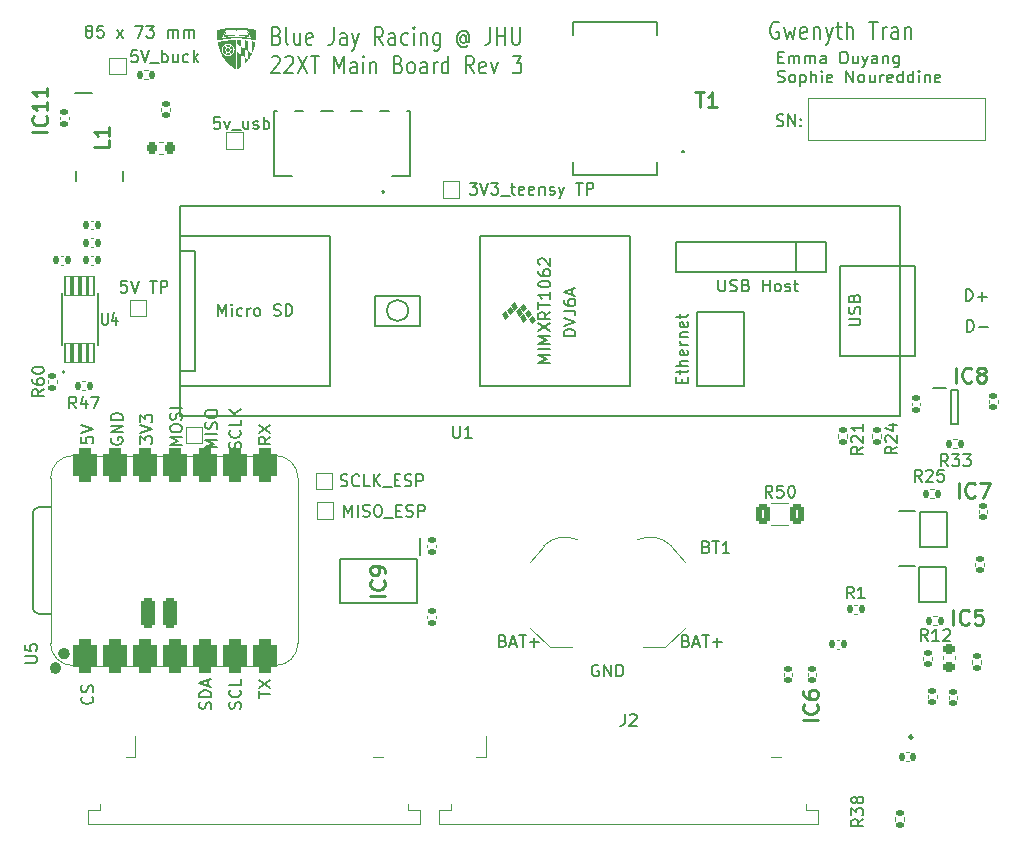
<source format=gto>
%TF.GenerationSoftware,KiCad,Pcbnew,9.0.4*%
%TF.CreationDate,2026-02-09T19:44:14-05:00*%
%TF.ProjectId,main_board_v3,6d61696e-5f62-46f6-9172-645f76332e6b,rev?*%
%TF.SameCoordinates,Original*%
%TF.FileFunction,Legend,Top*%
%TF.FilePolarity,Positive*%
%FSLAX46Y46*%
G04 Gerber Fmt 4.6, Leading zero omitted, Abs format (unit mm)*
G04 Created by KiCad (PCBNEW 9.0.4) date 2026-02-09 19:44:14*
%MOMM*%
%LPD*%
G01*
G04 APERTURE LIST*
G04 Aperture macros list*
%AMRoundRect*
0 Rectangle with rounded corners*
0 $1 Rounding radius*
0 $2 $3 $4 $5 $6 $7 $8 $9 X,Y pos of 4 corners*
0 Add a 4 corners polygon primitive as box body*
4,1,4,$2,$3,$4,$5,$6,$7,$8,$9,$2,$3,0*
0 Add four circle primitives for the rounded corners*
1,1,$1+$1,$2,$3*
1,1,$1+$1,$4,$5*
1,1,$1+$1,$6,$7*
1,1,$1+$1,$8,$9*
0 Add four rect primitives between the rounded corners*
20,1,$1+$1,$2,$3,$4,$5,0*
20,1,$1+$1,$4,$5,$6,$7,0*
20,1,$1+$1,$6,$7,$8,$9,0*
20,1,$1+$1,$8,$9,$2,$3,0*%
G04 Aperture macros list end*
%ADD10C,0.200000*%
%ADD11C,0.150000*%
%ADD12C,0.100000*%
%ADD13C,0.254000*%
%ADD14C,0.120000*%
%ADD15C,0.127000*%
%ADD16C,0.504000*%
%ADD17C,0.250000*%
%ADD18C,0.000000*%
%ADD19C,3.500000*%
%ADD20R,1.000000X1.000000*%
%ADD21RoundRect,0.525400X0.525400X-0.900400X0.525400X0.900400X-0.525400X0.900400X-0.525400X-0.900400X0*%
%ADD22RoundRect,0.300400X-0.300400X1.000400X-0.300400X-1.000400X0.300400X-1.000400X0.300400X1.000400X0*%
%ADD23C,1.700000*%
%ADD24RoundRect,0.140000X-0.140000X-0.170000X0.140000X-0.170000X0.140000X0.170000X-0.140000X0.170000X0*%
%ADD25RoundRect,0.140000X-0.170000X0.140000X-0.170000X-0.140000X0.170000X-0.140000X0.170000X0.140000X0*%
%ADD26RoundRect,0.225000X0.250000X-0.225000X0.250000X0.225000X-0.250000X0.225000X-0.250000X-0.225000X0*%
%ADD27RoundRect,0.140000X0.170000X-0.140000X0.170000X0.140000X-0.170000X0.140000X-0.170000X-0.140000X0*%
%ADD28R,4.050000X4.050000*%
%ADD29R,0.300000X0.850000*%
%ADD30R,0.850000X0.300000*%
%ADD31RoundRect,0.135000X-0.135000X-0.185000X0.135000X-0.185000X0.135000X0.185000X-0.135000X0.185000X0*%
%ADD32RoundRect,0.250000X-0.312500X-0.625000X0.312500X-0.625000X0.312500X0.625000X-0.312500X0.625000X0*%
%ADD33RoundRect,0.135000X0.185000X-0.135000X0.185000X0.135000X-0.185000X0.135000X-0.185000X-0.135000X0*%
%ADD34R,1.425000X0.300000*%
%ADD35R,1.680000X1.880000*%
%ADD36R,1.910000X0.640000*%
%ADD37R,1.150000X0.600000*%
%ADD38RoundRect,0.140000X0.140000X0.170000X-0.140000X0.170000X-0.140000X-0.170000X0.140000X-0.170000X0*%
%ADD39RoundRect,0.135000X-0.185000X0.135000X-0.185000X-0.135000X0.185000X-0.135000X0.185000X0.135000X0*%
%ADD40R,1.400000X0.450000*%
%ADD41RoundRect,0.225000X-0.225000X-0.250000X0.225000X-0.250000X0.225000X0.250000X-0.225000X0.250000X0*%
%ADD42R,2.500000X5.100000*%
%ADD43C,10.200000*%
%ADD44RoundRect,0.135000X0.135000X0.185000X-0.135000X0.185000X-0.135000X-0.185000X0.135000X-0.185000X0*%
%ADD45RoundRect,0.076750X0.230250X-0.810250X0.230250X0.810250X-0.230250X0.810250X-0.230250X-0.810250X0*%
%ADD46R,0.610000X2.000000*%
%ADD47R,2.680000X3.600000*%
%ADD48R,3.700000X1.200000*%
%ADD49R,0.300000X0.650000*%
%ADD50R,0.300000X1.200000*%
%ADD51R,0.400000X1.550000*%
%ADD52R,0.450000X1.475000*%
%ADD53R,1.600000X1.600000*%
%ADD54C,1.600000*%
%ADD55R,1.300000X1.300000*%
%ADD56C,1.300000*%
G04 APERTURE END LIST*
D10*
X58512530Y-16795790D02*
X58417292Y-16748171D01*
X58417292Y-16748171D02*
X58369673Y-16700552D01*
X58369673Y-16700552D02*
X58322054Y-16605314D01*
X58322054Y-16605314D02*
X58322054Y-16557695D01*
X58322054Y-16557695D02*
X58369673Y-16462457D01*
X58369673Y-16462457D02*
X58417292Y-16414838D01*
X58417292Y-16414838D02*
X58512530Y-16367219D01*
X58512530Y-16367219D02*
X58703006Y-16367219D01*
X58703006Y-16367219D02*
X58798244Y-16414838D01*
X58798244Y-16414838D02*
X58845863Y-16462457D01*
X58845863Y-16462457D02*
X58893482Y-16557695D01*
X58893482Y-16557695D02*
X58893482Y-16605314D01*
X58893482Y-16605314D02*
X58845863Y-16700552D01*
X58845863Y-16700552D02*
X58798244Y-16748171D01*
X58798244Y-16748171D02*
X58703006Y-16795790D01*
X58703006Y-16795790D02*
X58512530Y-16795790D01*
X58512530Y-16795790D02*
X58417292Y-16843409D01*
X58417292Y-16843409D02*
X58369673Y-16891028D01*
X58369673Y-16891028D02*
X58322054Y-16986266D01*
X58322054Y-16986266D02*
X58322054Y-17176742D01*
X58322054Y-17176742D02*
X58369673Y-17271980D01*
X58369673Y-17271980D02*
X58417292Y-17319600D01*
X58417292Y-17319600D02*
X58512530Y-17367219D01*
X58512530Y-17367219D02*
X58703006Y-17367219D01*
X58703006Y-17367219D02*
X58798244Y-17319600D01*
X58798244Y-17319600D02*
X58845863Y-17271980D01*
X58845863Y-17271980D02*
X58893482Y-17176742D01*
X58893482Y-17176742D02*
X58893482Y-16986266D01*
X58893482Y-16986266D02*
X58845863Y-16891028D01*
X58845863Y-16891028D02*
X58798244Y-16843409D01*
X58798244Y-16843409D02*
X58703006Y-16795790D01*
X59798244Y-16367219D02*
X59322054Y-16367219D01*
X59322054Y-16367219D02*
X59274435Y-16843409D01*
X59274435Y-16843409D02*
X59322054Y-16795790D01*
X59322054Y-16795790D02*
X59417292Y-16748171D01*
X59417292Y-16748171D02*
X59655387Y-16748171D01*
X59655387Y-16748171D02*
X59750625Y-16795790D01*
X59750625Y-16795790D02*
X59798244Y-16843409D01*
X59798244Y-16843409D02*
X59845863Y-16938647D01*
X59845863Y-16938647D02*
X59845863Y-17176742D01*
X59845863Y-17176742D02*
X59798244Y-17271980D01*
X59798244Y-17271980D02*
X59750625Y-17319600D01*
X59750625Y-17319600D02*
X59655387Y-17367219D01*
X59655387Y-17367219D02*
X59417292Y-17367219D01*
X59417292Y-17367219D02*
X59322054Y-17319600D01*
X59322054Y-17319600D02*
X59274435Y-17271980D01*
X60941102Y-17367219D02*
X61464911Y-16700552D01*
X60941102Y-16700552D02*
X61464911Y-17367219D01*
X62512531Y-16367219D02*
X63179197Y-16367219D01*
X63179197Y-16367219D02*
X62750626Y-17367219D01*
X63464912Y-16367219D02*
X64083959Y-16367219D01*
X64083959Y-16367219D02*
X63750626Y-16748171D01*
X63750626Y-16748171D02*
X63893483Y-16748171D01*
X63893483Y-16748171D02*
X63988721Y-16795790D01*
X63988721Y-16795790D02*
X64036340Y-16843409D01*
X64036340Y-16843409D02*
X64083959Y-16938647D01*
X64083959Y-16938647D02*
X64083959Y-17176742D01*
X64083959Y-17176742D02*
X64036340Y-17271980D01*
X64036340Y-17271980D02*
X63988721Y-17319600D01*
X63988721Y-17319600D02*
X63893483Y-17367219D01*
X63893483Y-17367219D02*
X63607769Y-17367219D01*
X63607769Y-17367219D02*
X63512531Y-17319600D01*
X63512531Y-17319600D02*
X63464912Y-17271980D01*
X65274436Y-17367219D02*
X65274436Y-16700552D01*
X65274436Y-16795790D02*
X65322055Y-16748171D01*
X65322055Y-16748171D02*
X65417293Y-16700552D01*
X65417293Y-16700552D02*
X65560150Y-16700552D01*
X65560150Y-16700552D02*
X65655388Y-16748171D01*
X65655388Y-16748171D02*
X65703007Y-16843409D01*
X65703007Y-16843409D02*
X65703007Y-17367219D01*
X65703007Y-16843409D02*
X65750626Y-16748171D01*
X65750626Y-16748171D02*
X65845864Y-16700552D01*
X65845864Y-16700552D02*
X65988721Y-16700552D01*
X65988721Y-16700552D02*
X66083960Y-16748171D01*
X66083960Y-16748171D02*
X66131579Y-16843409D01*
X66131579Y-16843409D02*
X66131579Y-17367219D01*
X66607769Y-17367219D02*
X66607769Y-16700552D01*
X66607769Y-16795790D02*
X66655388Y-16748171D01*
X66655388Y-16748171D02*
X66750626Y-16700552D01*
X66750626Y-16700552D02*
X66893483Y-16700552D01*
X66893483Y-16700552D02*
X66988721Y-16748171D01*
X66988721Y-16748171D02*
X67036340Y-16843409D01*
X67036340Y-16843409D02*
X67036340Y-17367219D01*
X67036340Y-16843409D02*
X67083959Y-16748171D01*
X67083959Y-16748171D02*
X67179197Y-16700552D01*
X67179197Y-16700552D02*
X67322054Y-16700552D01*
X67322054Y-16700552D02*
X67417293Y-16748171D01*
X67417293Y-16748171D02*
X67464912Y-16843409D01*
X67464912Y-16843409D02*
X67464912Y-17367219D01*
D11*
X93642857Y-68431009D02*
X93785714Y-68478628D01*
X93785714Y-68478628D02*
X93833333Y-68526247D01*
X93833333Y-68526247D02*
X93880952Y-68621485D01*
X93880952Y-68621485D02*
X93880952Y-68764342D01*
X93880952Y-68764342D02*
X93833333Y-68859580D01*
X93833333Y-68859580D02*
X93785714Y-68907200D01*
X93785714Y-68907200D02*
X93690476Y-68954819D01*
X93690476Y-68954819D02*
X93309524Y-68954819D01*
X93309524Y-68954819D02*
X93309524Y-67954819D01*
X93309524Y-67954819D02*
X93642857Y-67954819D01*
X93642857Y-67954819D02*
X93738095Y-68002438D01*
X93738095Y-68002438D02*
X93785714Y-68050057D01*
X93785714Y-68050057D02*
X93833333Y-68145295D01*
X93833333Y-68145295D02*
X93833333Y-68240533D01*
X93833333Y-68240533D02*
X93785714Y-68335771D01*
X93785714Y-68335771D02*
X93738095Y-68383390D01*
X93738095Y-68383390D02*
X93642857Y-68431009D01*
X93642857Y-68431009D02*
X93309524Y-68431009D01*
X94261905Y-68669104D02*
X94738095Y-68669104D01*
X94166667Y-68954819D02*
X94500000Y-67954819D01*
X94500000Y-67954819D02*
X94833333Y-68954819D01*
X95023810Y-67954819D02*
X95595238Y-67954819D01*
X95309524Y-68954819D02*
X95309524Y-67954819D01*
X95928572Y-68573866D02*
X96690477Y-68573866D01*
X96309524Y-68954819D02*
X96309524Y-68192914D01*
X109142857Y-68431009D02*
X109285714Y-68478628D01*
X109285714Y-68478628D02*
X109333333Y-68526247D01*
X109333333Y-68526247D02*
X109380952Y-68621485D01*
X109380952Y-68621485D02*
X109380952Y-68764342D01*
X109380952Y-68764342D02*
X109333333Y-68859580D01*
X109333333Y-68859580D02*
X109285714Y-68907200D01*
X109285714Y-68907200D02*
X109190476Y-68954819D01*
X109190476Y-68954819D02*
X108809524Y-68954819D01*
X108809524Y-68954819D02*
X108809524Y-67954819D01*
X108809524Y-67954819D02*
X109142857Y-67954819D01*
X109142857Y-67954819D02*
X109238095Y-68002438D01*
X109238095Y-68002438D02*
X109285714Y-68050057D01*
X109285714Y-68050057D02*
X109333333Y-68145295D01*
X109333333Y-68145295D02*
X109333333Y-68240533D01*
X109333333Y-68240533D02*
X109285714Y-68335771D01*
X109285714Y-68335771D02*
X109238095Y-68383390D01*
X109238095Y-68383390D02*
X109142857Y-68431009D01*
X109142857Y-68431009D02*
X108809524Y-68431009D01*
X109761905Y-68669104D02*
X110238095Y-68669104D01*
X109666667Y-68954819D02*
X110000000Y-67954819D01*
X110000000Y-67954819D02*
X110333333Y-68954819D01*
X110523810Y-67954819D02*
X111095238Y-67954819D01*
X110809524Y-68954819D02*
X110809524Y-67954819D01*
X111428572Y-68573866D02*
X112190477Y-68573866D01*
X111809524Y-68954819D02*
X111809524Y-68192914D01*
X101738095Y-70502438D02*
X101642857Y-70454819D01*
X101642857Y-70454819D02*
X101500000Y-70454819D01*
X101500000Y-70454819D02*
X101357143Y-70502438D01*
X101357143Y-70502438D02*
X101261905Y-70597676D01*
X101261905Y-70597676D02*
X101214286Y-70692914D01*
X101214286Y-70692914D02*
X101166667Y-70883390D01*
X101166667Y-70883390D02*
X101166667Y-71026247D01*
X101166667Y-71026247D02*
X101214286Y-71216723D01*
X101214286Y-71216723D02*
X101261905Y-71311961D01*
X101261905Y-71311961D02*
X101357143Y-71407200D01*
X101357143Y-71407200D02*
X101500000Y-71454819D01*
X101500000Y-71454819D02*
X101595238Y-71454819D01*
X101595238Y-71454819D02*
X101738095Y-71407200D01*
X101738095Y-71407200D02*
X101785714Y-71359580D01*
X101785714Y-71359580D02*
X101785714Y-71026247D01*
X101785714Y-71026247D02*
X101595238Y-71026247D01*
X102214286Y-71454819D02*
X102214286Y-70454819D01*
X102214286Y-70454819D02*
X102785714Y-71454819D01*
X102785714Y-71454819D02*
X102785714Y-70454819D01*
X103261905Y-71454819D02*
X103261905Y-70454819D01*
X103261905Y-70454819D02*
X103500000Y-70454819D01*
X103500000Y-70454819D02*
X103642857Y-70502438D01*
X103642857Y-70502438D02*
X103738095Y-70597676D01*
X103738095Y-70597676D02*
X103785714Y-70692914D01*
X103785714Y-70692914D02*
X103833333Y-70883390D01*
X103833333Y-70883390D02*
X103833333Y-71026247D01*
X103833333Y-71026247D02*
X103785714Y-71216723D01*
X103785714Y-71216723D02*
X103738095Y-71311961D01*
X103738095Y-71311961D02*
X103642857Y-71407200D01*
X103642857Y-71407200D02*
X103500000Y-71454819D01*
X103500000Y-71454819D02*
X103261905Y-71454819D01*
D12*
X119500000Y-22500000D02*
X134500000Y-22500000D01*
X134500000Y-26000000D01*
X119500000Y-26000000D01*
X119500000Y-22500000D01*
D11*
X73954819Y-51166666D02*
X73478628Y-51499999D01*
X73954819Y-51738094D02*
X72954819Y-51738094D01*
X72954819Y-51738094D02*
X72954819Y-51357142D01*
X72954819Y-51357142D02*
X73002438Y-51261904D01*
X73002438Y-51261904D02*
X73050057Y-51214285D01*
X73050057Y-51214285D02*
X73145295Y-51166666D01*
X73145295Y-51166666D02*
X73288152Y-51166666D01*
X73288152Y-51166666D02*
X73383390Y-51214285D01*
X73383390Y-51214285D02*
X73431009Y-51261904D01*
X73431009Y-51261904D02*
X73478628Y-51357142D01*
X73478628Y-51357142D02*
X73478628Y-51738094D01*
X72954819Y-50833332D02*
X73954819Y-50166666D01*
X72954819Y-50166666D02*
X73954819Y-50833332D01*
X57954819Y-51190476D02*
X57954819Y-51666666D01*
X57954819Y-51666666D02*
X58431009Y-51714285D01*
X58431009Y-51714285D02*
X58383390Y-51666666D01*
X58383390Y-51666666D02*
X58335771Y-51571428D01*
X58335771Y-51571428D02*
X58335771Y-51333333D01*
X58335771Y-51333333D02*
X58383390Y-51238095D01*
X58383390Y-51238095D02*
X58431009Y-51190476D01*
X58431009Y-51190476D02*
X58526247Y-51142857D01*
X58526247Y-51142857D02*
X58764342Y-51142857D01*
X58764342Y-51142857D02*
X58859580Y-51190476D01*
X58859580Y-51190476D02*
X58907200Y-51238095D01*
X58907200Y-51238095D02*
X58954819Y-51333333D01*
X58954819Y-51333333D02*
X58954819Y-51571428D01*
X58954819Y-51571428D02*
X58907200Y-51666666D01*
X58907200Y-51666666D02*
X58859580Y-51714285D01*
X57954819Y-50857142D02*
X58954819Y-50523809D01*
X58954819Y-50523809D02*
X57954819Y-50190476D01*
X71407200Y-74190475D02*
X71454819Y-74047618D01*
X71454819Y-74047618D02*
X71454819Y-73809523D01*
X71454819Y-73809523D02*
X71407200Y-73714285D01*
X71407200Y-73714285D02*
X71359580Y-73666666D01*
X71359580Y-73666666D02*
X71264342Y-73619047D01*
X71264342Y-73619047D02*
X71169104Y-73619047D01*
X71169104Y-73619047D02*
X71073866Y-73666666D01*
X71073866Y-73666666D02*
X71026247Y-73714285D01*
X71026247Y-73714285D02*
X70978628Y-73809523D01*
X70978628Y-73809523D02*
X70931009Y-73999999D01*
X70931009Y-73999999D02*
X70883390Y-74095237D01*
X70883390Y-74095237D02*
X70835771Y-74142856D01*
X70835771Y-74142856D02*
X70740533Y-74190475D01*
X70740533Y-74190475D02*
X70645295Y-74190475D01*
X70645295Y-74190475D02*
X70550057Y-74142856D01*
X70550057Y-74142856D02*
X70502438Y-74095237D01*
X70502438Y-74095237D02*
X70454819Y-73999999D01*
X70454819Y-73999999D02*
X70454819Y-73761904D01*
X70454819Y-73761904D02*
X70502438Y-73619047D01*
X71359580Y-72619047D02*
X71407200Y-72666666D01*
X71407200Y-72666666D02*
X71454819Y-72809523D01*
X71454819Y-72809523D02*
X71454819Y-72904761D01*
X71454819Y-72904761D02*
X71407200Y-73047618D01*
X71407200Y-73047618D02*
X71311961Y-73142856D01*
X71311961Y-73142856D02*
X71216723Y-73190475D01*
X71216723Y-73190475D02*
X71026247Y-73238094D01*
X71026247Y-73238094D02*
X70883390Y-73238094D01*
X70883390Y-73238094D02*
X70692914Y-73190475D01*
X70692914Y-73190475D02*
X70597676Y-73142856D01*
X70597676Y-73142856D02*
X70502438Y-73047618D01*
X70502438Y-73047618D02*
X70454819Y-72904761D01*
X70454819Y-72904761D02*
X70454819Y-72809523D01*
X70454819Y-72809523D02*
X70502438Y-72666666D01*
X70502438Y-72666666D02*
X70550057Y-72619047D01*
X71454819Y-71714285D02*
X71454819Y-72190475D01*
X71454819Y-72190475D02*
X70454819Y-72190475D01*
X132936779Y-42269819D02*
X132936779Y-41269819D01*
X132936779Y-41269819D02*
X133174874Y-41269819D01*
X133174874Y-41269819D02*
X133317731Y-41317438D01*
X133317731Y-41317438D02*
X133412969Y-41412676D01*
X133412969Y-41412676D02*
X133460588Y-41507914D01*
X133460588Y-41507914D02*
X133508207Y-41698390D01*
X133508207Y-41698390D02*
X133508207Y-41841247D01*
X133508207Y-41841247D02*
X133460588Y-42031723D01*
X133460588Y-42031723D02*
X133412969Y-42126961D01*
X133412969Y-42126961D02*
X133317731Y-42222200D01*
X133317731Y-42222200D02*
X133174874Y-42269819D01*
X133174874Y-42269819D02*
X132936779Y-42269819D01*
X133936779Y-41888866D02*
X134698684Y-41888866D01*
X69454819Y-52071427D02*
X68454819Y-52071427D01*
X68454819Y-52071427D02*
X69169104Y-51738094D01*
X69169104Y-51738094D02*
X68454819Y-51404761D01*
X68454819Y-51404761D02*
X69454819Y-51404761D01*
X69454819Y-50928570D02*
X68454819Y-50928570D01*
X69407200Y-50499999D02*
X69454819Y-50357142D01*
X69454819Y-50357142D02*
X69454819Y-50119047D01*
X69454819Y-50119047D02*
X69407200Y-50023809D01*
X69407200Y-50023809D02*
X69359580Y-49976190D01*
X69359580Y-49976190D02*
X69264342Y-49928571D01*
X69264342Y-49928571D02*
X69169104Y-49928571D01*
X69169104Y-49928571D02*
X69073866Y-49976190D01*
X69073866Y-49976190D02*
X69026247Y-50023809D01*
X69026247Y-50023809D02*
X68978628Y-50119047D01*
X68978628Y-50119047D02*
X68931009Y-50309523D01*
X68931009Y-50309523D02*
X68883390Y-50404761D01*
X68883390Y-50404761D02*
X68835771Y-50452380D01*
X68835771Y-50452380D02*
X68740533Y-50499999D01*
X68740533Y-50499999D02*
X68645295Y-50499999D01*
X68645295Y-50499999D02*
X68550057Y-50452380D01*
X68550057Y-50452380D02*
X68502438Y-50404761D01*
X68502438Y-50404761D02*
X68454819Y-50309523D01*
X68454819Y-50309523D02*
X68454819Y-50071428D01*
X68454819Y-50071428D02*
X68502438Y-49928571D01*
X68454819Y-49309523D02*
X68454819Y-49119047D01*
X68454819Y-49119047D02*
X68502438Y-49023809D01*
X68502438Y-49023809D02*
X68597676Y-48928571D01*
X68597676Y-48928571D02*
X68788152Y-48880952D01*
X68788152Y-48880952D02*
X69121485Y-48880952D01*
X69121485Y-48880952D02*
X69311961Y-48928571D01*
X69311961Y-48928571D02*
X69407200Y-49023809D01*
X69407200Y-49023809D02*
X69454819Y-49119047D01*
X69454819Y-49119047D02*
X69454819Y-49309523D01*
X69454819Y-49309523D02*
X69407200Y-49404761D01*
X69407200Y-49404761D02*
X69311961Y-49499999D01*
X69311961Y-49499999D02*
X69121485Y-49547618D01*
X69121485Y-49547618D02*
X68788152Y-49547618D01*
X68788152Y-49547618D02*
X68597676Y-49499999D01*
X68597676Y-49499999D02*
X68502438Y-49404761D01*
X68502438Y-49404761D02*
X68454819Y-49309523D01*
X68907200Y-74214285D02*
X68954819Y-74071428D01*
X68954819Y-74071428D02*
X68954819Y-73833333D01*
X68954819Y-73833333D02*
X68907200Y-73738095D01*
X68907200Y-73738095D02*
X68859580Y-73690476D01*
X68859580Y-73690476D02*
X68764342Y-73642857D01*
X68764342Y-73642857D02*
X68669104Y-73642857D01*
X68669104Y-73642857D02*
X68573866Y-73690476D01*
X68573866Y-73690476D02*
X68526247Y-73738095D01*
X68526247Y-73738095D02*
X68478628Y-73833333D01*
X68478628Y-73833333D02*
X68431009Y-74023809D01*
X68431009Y-74023809D02*
X68383390Y-74119047D01*
X68383390Y-74119047D02*
X68335771Y-74166666D01*
X68335771Y-74166666D02*
X68240533Y-74214285D01*
X68240533Y-74214285D02*
X68145295Y-74214285D01*
X68145295Y-74214285D02*
X68050057Y-74166666D01*
X68050057Y-74166666D02*
X68002438Y-74119047D01*
X68002438Y-74119047D02*
X67954819Y-74023809D01*
X67954819Y-74023809D02*
X67954819Y-73785714D01*
X67954819Y-73785714D02*
X68002438Y-73642857D01*
X68954819Y-73214285D02*
X67954819Y-73214285D01*
X67954819Y-73214285D02*
X67954819Y-72976190D01*
X67954819Y-72976190D02*
X68002438Y-72833333D01*
X68002438Y-72833333D02*
X68097676Y-72738095D01*
X68097676Y-72738095D02*
X68192914Y-72690476D01*
X68192914Y-72690476D02*
X68383390Y-72642857D01*
X68383390Y-72642857D02*
X68526247Y-72642857D01*
X68526247Y-72642857D02*
X68716723Y-72690476D01*
X68716723Y-72690476D02*
X68811961Y-72738095D01*
X68811961Y-72738095D02*
X68907200Y-72833333D01*
X68907200Y-72833333D02*
X68954819Y-72976190D01*
X68954819Y-72976190D02*
X68954819Y-73214285D01*
X68669104Y-72261904D02*
X68669104Y-71785714D01*
X68954819Y-72357142D02*
X67954819Y-72023809D01*
X67954819Y-72023809D02*
X68954819Y-71690476D01*
D10*
X116822054Y-24819600D02*
X116964911Y-24867219D01*
X116964911Y-24867219D02*
X117203006Y-24867219D01*
X117203006Y-24867219D02*
X117298244Y-24819600D01*
X117298244Y-24819600D02*
X117345863Y-24771980D01*
X117345863Y-24771980D02*
X117393482Y-24676742D01*
X117393482Y-24676742D02*
X117393482Y-24581504D01*
X117393482Y-24581504D02*
X117345863Y-24486266D01*
X117345863Y-24486266D02*
X117298244Y-24438647D01*
X117298244Y-24438647D02*
X117203006Y-24391028D01*
X117203006Y-24391028D02*
X117012530Y-24343409D01*
X117012530Y-24343409D02*
X116917292Y-24295790D01*
X116917292Y-24295790D02*
X116869673Y-24248171D01*
X116869673Y-24248171D02*
X116822054Y-24152933D01*
X116822054Y-24152933D02*
X116822054Y-24057695D01*
X116822054Y-24057695D02*
X116869673Y-23962457D01*
X116869673Y-23962457D02*
X116917292Y-23914838D01*
X116917292Y-23914838D02*
X117012530Y-23867219D01*
X117012530Y-23867219D02*
X117250625Y-23867219D01*
X117250625Y-23867219D02*
X117393482Y-23914838D01*
X117822054Y-24867219D02*
X117822054Y-23867219D01*
X117822054Y-23867219D02*
X118393482Y-24867219D01*
X118393482Y-24867219D02*
X118393482Y-23867219D01*
X118869673Y-24771980D02*
X118917292Y-24819600D01*
X118917292Y-24819600D02*
X118869673Y-24867219D01*
X118869673Y-24867219D02*
X118822054Y-24819600D01*
X118822054Y-24819600D02*
X118869673Y-24771980D01*
X118869673Y-24771980D02*
X118869673Y-24867219D01*
X118869673Y-24248171D02*
X118917292Y-24295790D01*
X118917292Y-24295790D02*
X118869673Y-24343409D01*
X118869673Y-24343409D02*
X118822054Y-24295790D01*
X118822054Y-24295790D02*
X118869673Y-24248171D01*
X118869673Y-24248171D02*
X118869673Y-24343409D01*
X116983958Y-16077457D02*
X116864911Y-16006028D01*
X116864911Y-16006028D02*
X116686339Y-16006028D01*
X116686339Y-16006028D02*
X116507768Y-16077457D01*
X116507768Y-16077457D02*
X116388720Y-16220314D01*
X116388720Y-16220314D02*
X116329197Y-16363171D01*
X116329197Y-16363171D02*
X116269673Y-16648885D01*
X116269673Y-16648885D02*
X116269673Y-16863171D01*
X116269673Y-16863171D02*
X116329197Y-17148885D01*
X116329197Y-17148885D02*
X116388720Y-17291742D01*
X116388720Y-17291742D02*
X116507768Y-17434600D01*
X116507768Y-17434600D02*
X116686339Y-17506028D01*
X116686339Y-17506028D02*
X116805387Y-17506028D01*
X116805387Y-17506028D02*
X116983958Y-17434600D01*
X116983958Y-17434600D02*
X117043482Y-17363171D01*
X117043482Y-17363171D02*
X117043482Y-16863171D01*
X117043482Y-16863171D02*
X116805387Y-16863171D01*
X117460149Y-16506028D02*
X117698244Y-17506028D01*
X117698244Y-17506028D02*
X117936339Y-16791742D01*
X117936339Y-16791742D02*
X118174435Y-17506028D01*
X118174435Y-17506028D02*
X118412530Y-16506028D01*
X119364911Y-17434600D02*
X119245863Y-17506028D01*
X119245863Y-17506028D02*
X119007768Y-17506028D01*
X119007768Y-17506028D02*
X118888721Y-17434600D01*
X118888721Y-17434600D02*
X118829197Y-17291742D01*
X118829197Y-17291742D02*
X118829197Y-16720314D01*
X118829197Y-16720314D02*
X118888721Y-16577457D01*
X118888721Y-16577457D02*
X119007768Y-16506028D01*
X119007768Y-16506028D02*
X119245863Y-16506028D01*
X119245863Y-16506028D02*
X119364911Y-16577457D01*
X119364911Y-16577457D02*
X119424435Y-16720314D01*
X119424435Y-16720314D02*
X119424435Y-16863171D01*
X119424435Y-16863171D02*
X118829197Y-17006028D01*
X119960150Y-16506028D02*
X119960150Y-17506028D01*
X119960150Y-16648885D02*
X120019673Y-16577457D01*
X120019673Y-16577457D02*
X120138721Y-16506028D01*
X120138721Y-16506028D02*
X120317292Y-16506028D01*
X120317292Y-16506028D02*
X120436340Y-16577457D01*
X120436340Y-16577457D02*
X120495864Y-16720314D01*
X120495864Y-16720314D02*
X120495864Y-17506028D01*
X120972054Y-16506028D02*
X121269673Y-17506028D01*
X121567292Y-16506028D02*
X121269673Y-17506028D01*
X121269673Y-17506028D02*
X121150625Y-17863171D01*
X121150625Y-17863171D02*
X121091102Y-17934600D01*
X121091102Y-17934600D02*
X120972054Y-18006028D01*
X121864911Y-16506028D02*
X122341102Y-16506028D01*
X122043483Y-16006028D02*
X122043483Y-17291742D01*
X122043483Y-17291742D02*
X122103006Y-17434600D01*
X122103006Y-17434600D02*
X122222054Y-17506028D01*
X122222054Y-17506028D02*
X122341102Y-17506028D01*
X122757769Y-17506028D02*
X122757769Y-16006028D01*
X123293483Y-17506028D02*
X123293483Y-16720314D01*
X123293483Y-16720314D02*
X123233959Y-16577457D01*
X123233959Y-16577457D02*
X123114911Y-16506028D01*
X123114911Y-16506028D02*
X122936340Y-16506028D01*
X122936340Y-16506028D02*
X122817292Y-16577457D01*
X122817292Y-16577457D02*
X122757769Y-16648885D01*
X124662530Y-16006028D02*
X125376816Y-16006028D01*
X125019673Y-17506028D02*
X125019673Y-16006028D01*
X125793483Y-17506028D02*
X125793483Y-16506028D01*
X125793483Y-16791742D02*
X125853006Y-16648885D01*
X125853006Y-16648885D02*
X125912530Y-16577457D01*
X125912530Y-16577457D02*
X126031578Y-16506028D01*
X126031578Y-16506028D02*
X126150625Y-16506028D01*
X127103007Y-17506028D02*
X127103007Y-16720314D01*
X127103007Y-16720314D02*
X127043483Y-16577457D01*
X127043483Y-16577457D02*
X126924435Y-16506028D01*
X126924435Y-16506028D02*
X126686340Y-16506028D01*
X126686340Y-16506028D02*
X126567293Y-16577457D01*
X127103007Y-17434600D02*
X126983959Y-17506028D01*
X126983959Y-17506028D02*
X126686340Y-17506028D01*
X126686340Y-17506028D02*
X126567293Y-17434600D01*
X126567293Y-17434600D02*
X126507769Y-17291742D01*
X126507769Y-17291742D02*
X126507769Y-17148885D01*
X126507769Y-17148885D02*
X126567293Y-17006028D01*
X126567293Y-17006028D02*
X126686340Y-16934600D01*
X126686340Y-16934600D02*
X126983959Y-16934600D01*
X126983959Y-16934600D02*
X127103007Y-16863171D01*
X127698245Y-16506028D02*
X127698245Y-17506028D01*
X127698245Y-16648885D02*
X127757768Y-16577457D01*
X127757768Y-16577457D02*
X127876816Y-16506028D01*
X127876816Y-16506028D02*
X128055387Y-16506028D01*
X128055387Y-16506028D02*
X128174435Y-16577457D01*
X128174435Y-16577457D02*
X128233959Y-16720314D01*
X128233959Y-16720314D02*
X128233959Y-17506028D01*
D11*
X62954819Y-51738094D02*
X62954819Y-51119047D01*
X62954819Y-51119047D02*
X63335771Y-51452380D01*
X63335771Y-51452380D02*
X63335771Y-51309523D01*
X63335771Y-51309523D02*
X63383390Y-51214285D01*
X63383390Y-51214285D02*
X63431009Y-51166666D01*
X63431009Y-51166666D02*
X63526247Y-51119047D01*
X63526247Y-51119047D02*
X63764342Y-51119047D01*
X63764342Y-51119047D02*
X63859580Y-51166666D01*
X63859580Y-51166666D02*
X63907200Y-51214285D01*
X63907200Y-51214285D02*
X63954819Y-51309523D01*
X63954819Y-51309523D02*
X63954819Y-51595237D01*
X63954819Y-51595237D02*
X63907200Y-51690475D01*
X63907200Y-51690475D02*
X63859580Y-51738094D01*
X62954819Y-50833332D02*
X63954819Y-50499999D01*
X63954819Y-50499999D02*
X62954819Y-50166666D01*
X62954819Y-49928570D02*
X62954819Y-49309523D01*
X62954819Y-49309523D02*
X63335771Y-49642856D01*
X63335771Y-49642856D02*
X63335771Y-49499999D01*
X63335771Y-49499999D02*
X63383390Y-49404761D01*
X63383390Y-49404761D02*
X63431009Y-49357142D01*
X63431009Y-49357142D02*
X63526247Y-49309523D01*
X63526247Y-49309523D02*
X63764342Y-49309523D01*
X63764342Y-49309523D02*
X63859580Y-49357142D01*
X63859580Y-49357142D02*
X63907200Y-49404761D01*
X63907200Y-49404761D02*
X63954819Y-49499999D01*
X63954819Y-49499999D02*
X63954819Y-49785713D01*
X63954819Y-49785713D02*
X63907200Y-49880951D01*
X63907200Y-49880951D02*
X63859580Y-49928570D01*
D10*
X74517292Y-17205398D02*
X74688720Y-17276826D01*
X74688720Y-17276826D02*
X74745863Y-17348255D01*
X74745863Y-17348255D02*
X74803006Y-17491112D01*
X74803006Y-17491112D02*
X74803006Y-17705398D01*
X74803006Y-17705398D02*
X74745863Y-17848255D01*
X74745863Y-17848255D02*
X74688720Y-17919684D01*
X74688720Y-17919684D02*
X74574435Y-17991112D01*
X74574435Y-17991112D02*
X74117292Y-17991112D01*
X74117292Y-17991112D02*
X74117292Y-16491112D01*
X74117292Y-16491112D02*
X74517292Y-16491112D01*
X74517292Y-16491112D02*
X74631578Y-16562541D01*
X74631578Y-16562541D02*
X74688720Y-16633969D01*
X74688720Y-16633969D02*
X74745863Y-16776826D01*
X74745863Y-16776826D02*
X74745863Y-16919684D01*
X74745863Y-16919684D02*
X74688720Y-17062541D01*
X74688720Y-17062541D02*
X74631578Y-17133969D01*
X74631578Y-17133969D02*
X74517292Y-17205398D01*
X74517292Y-17205398D02*
X74117292Y-17205398D01*
X75488720Y-17991112D02*
X75374435Y-17919684D01*
X75374435Y-17919684D02*
X75317292Y-17776826D01*
X75317292Y-17776826D02*
X75317292Y-16491112D01*
X76460149Y-16991112D02*
X76460149Y-17991112D01*
X75945863Y-16991112D02*
X75945863Y-17776826D01*
X75945863Y-17776826D02*
X76003006Y-17919684D01*
X76003006Y-17919684D02*
X76117291Y-17991112D01*
X76117291Y-17991112D02*
X76288720Y-17991112D01*
X76288720Y-17991112D02*
X76403006Y-17919684D01*
X76403006Y-17919684D02*
X76460149Y-17848255D01*
X77488720Y-17919684D02*
X77374434Y-17991112D01*
X77374434Y-17991112D02*
X77145863Y-17991112D01*
X77145863Y-17991112D02*
X77031577Y-17919684D01*
X77031577Y-17919684D02*
X76974434Y-17776826D01*
X76974434Y-17776826D02*
X76974434Y-17205398D01*
X76974434Y-17205398D02*
X77031577Y-17062541D01*
X77031577Y-17062541D02*
X77145863Y-16991112D01*
X77145863Y-16991112D02*
X77374434Y-16991112D01*
X77374434Y-16991112D02*
X77488720Y-17062541D01*
X77488720Y-17062541D02*
X77545863Y-17205398D01*
X77545863Y-17205398D02*
X77545863Y-17348255D01*
X77545863Y-17348255D02*
X76974434Y-17491112D01*
X79317291Y-16491112D02*
X79317291Y-17562541D01*
X79317291Y-17562541D02*
X79260148Y-17776826D01*
X79260148Y-17776826D02*
X79145862Y-17919684D01*
X79145862Y-17919684D02*
X78974434Y-17991112D01*
X78974434Y-17991112D02*
X78860148Y-17991112D01*
X80403006Y-17991112D02*
X80403006Y-17205398D01*
X80403006Y-17205398D02*
X80345863Y-17062541D01*
X80345863Y-17062541D02*
X80231577Y-16991112D01*
X80231577Y-16991112D02*
X80003006Y-16991112D01*
X80003006Y-16991112D02*
X79888720Y-17062541D01*
X80403006Y-17919684D02*
X80288720Y-17991112D01*
X80288720Y-17991112D02*
X80003006Y-17991112D01*
X80003006Y-17991112D02*
X79888720Y-17919684D01*
X79888720Y-17919684D02*
X79831577Y-17776826D01*
X79831577Y-17776826D02*
X79831577Y-17633969D01*
X79831577Y-17633969D02*
X79888720Y-17491112D01*
X79888720Y-17491112D02*
X80003006Y-17419684D01*
X80003006Y-17419684D02*
X80288720Y-17419684D01*
X80288720Y-17419684D02*
X80403006Y-17348255D01*
X80860148Y-16991112D02*
X81145862Y-17991112D01*
X81431577Y-16991112D02*
X81145862Y-17991112D01*
X81145862Y-17991112D02*
X81031577Y-18348255D01*
X81031577Y-18348255D02*
X80974434Y-18419684D01*
X80974434Y-18419684D02*
X80860148Y-18491112D01*
X83488720Y-17991112D02*
X83088720Y-17276826D01*
X82803006Y-17991112D02*
X82803006Y-16491112D01*
X82803006Y-16491112D02*
X83260149Y-16491112D01*
X83260149Y-16491112D02*
X83374434Y-16562541D01*
X83374434Y-16562541D02*
X83431577Y-16633969D01*
X83431577Y-16633969D02*
X83488720Y-16776826D01*
X83488720Y-16776826D02*
X83488720Y-16991112D01*
X83488720Y-16991112D02*
X83431577Y-17133969D01*
X83431577Y-17133969D02*
X83374434Y-17205398D01*
X83374434Y-17205398D02*
X83260149Y-17276826D01*
X83260149Y-17276826D02*
X82803006Y-17276826D01*
X84517292Y-17991112D02*
X84517292Y-17205398D01*
X84517292Y-17205398D02*
X84460149Y-17062541D01*
X84460149Y-17062541D02*
X84345863Y-16991112D01*
X84345863Y-16991112D02*
X84117292Y-16991112D01*
X84117292Y-16991112D02*
X84003006Y-17062541D01*
X84517292Y-17919684D02*
X84403006Y-17991112D01*
X84403006Y-17991112D02*
X84117292Y-17991112D01*
X84117292Y-17991112D02*
X84003006Y-17919684D01*
X84003006Y-17919684D02*
X83945863Y-17776826D01*
X83945863Y-17776826D02*
X83945863Y-17633969D01*
X83945863Y-17633969D02*
X84003006Y-17491112D01*
X84003006Y-17491112D02*
X84117292Y-17419684D01*
X84117292Y-17419684D02*
X84403006Y-17419684D01*
X84403006Y-17419684D02*
X84517292Y-17348255D01*
X85603006Y-17919684D02*
X85488720Y-17991112D01*
X85488720Y-17991112D02*
X85260148Y-17991112D01*
X85260148Y-17991112D02*
X85145863Y-17919684D01*
X85145863Y-17919684D02*
X85088720Y-17848255D01*
X85088720Y-17848255D02*
X85031577Y-17705398D01*
X85031577Y-17705398D02*
X85031577Y-17276826D01*
X85031577Y-17276826D02*
X85088720Y-17133969D01*
X85088720Y-17133969D02*
X85145863Y-17062541D01*
X85145863Y-17062541D02*
X85260148Y-16991112D01*
X85260148Y-16991112D02*
X85488720Y-16991112D01*
X85488720Y-16991112D02*
X85603006Y-17062541D01*
X86117291Y-17991112D02*
X86117291Y-16991112D01*
X86117291Y-16491112D02*
X86060148Y-16562541D01*
X86060148Y-16562541D02*
X86117291Y-16633969D01*
X86117291Y-16633969D02*
X86174434Y-16562541D01*
X86174434Y-16562541D02*
X86117291Y-16491112D01*
X86117291Y-16491112D02*
X86117291Y-16633969D01*
X86688720Y-16991112D02*
X86688720Y-17991112D01*
X86688720Y-17133969D02*
X86745863Y-17062541D01*
X86745863Y-17062541D02*
X86860148Y-16991112D01*
X86860148Y-16991112D02*
X87031577Y-16991112D01*
X87031577Y-16991112D02*
X87145863Y-17062541D01*
X87145863Y-17062541D02*
X87203006Y-17205398D01*
X87203006Y-17205398D02*
X87203006Y-17991112D01*
X88288720Y-16991112D02*
X88288720Y-18205398D01*
X88288720Y-18205398D02*
X88231577Y-18348255D01*
X88231577Y-18348255D02*
X88174434Y-18419684D01*
X88174434Y-18419684D02*
X88060148Y-18491112D01*
X88060148Y-18491112D02*
X87888720Y-18491112D01*
X87888720Y-18491112D02*
X87774434Y-18419684D01*
X88288720Y-17919684D02*
X88174434Y-17991112D01*
X88174434Y-17991112D02*
X87945862Y-17991112D01*
X87945862Y-17991112D02*
X87831577Y-17919684D01*
X87831577Y-17919684D02*
X87774434Y-17848255D01*
X87774434Y-17848255D02*
X87717291Y-17705398D01*
X87717291Y-17705398D02*
X87717291Y-17276826D01*
X87717291Y-17276826D02*
X87774434Y-17133969D01*
X87774434Y-17133969D02*
X87831577Y-17062541D01*
X87831577Y-17062541D02*
X87945862Y-16991112D01*
X87945862Y-16991112D02*
X88174434Y-16991112D01*
X88174434Y-16991112D02*
X88288720Y-17062541D01*
X90517291Y-17276826D02*
X90460148Y-17205398D01*
X90460148Y-17205398D02*
X90345862Y-17133969D01*
X90345862Y-17133969D02*
X90231577Y-17133969D01*
X90231577Y-17133969D02*
X90117291Y-17205398D01*
X90117291Y-17205398D02*
X90060148Y-17276826D01*
X90060148Y-17276826D02*
X90003005Y-17419684D01*
X90003005Y-17419684D02*
X90003005Y-17562541D01*
X90003005Y-17562541D02*
X90060148Y-17705398D01*
X90060148Y-17705398D02*
X90117291Y-17776826D01*
X90117291Y-17776826D02*
X90231577Y-17848255D01*
X90231577Y-17848255D02*
X90345862Y-17848255D01*
X90345862Y-17848255D02*
X90460148Y-17776826D01*
X90460148Y-17776826D02*
X90517291Y-17705398D01*
X90517291Y-17133969D02*
X90517291Y-17705398D01*
X90517291Y-17705398D02*
X90574434Y-17776826D01*
X90574434Y-17776826D02*
X90631577Y-17776826D01*
X90631577Y-17776826D02*
X90745862Y-17705398D01*
X90745862Y-17705398D02*
X90803005Y-17562541D01*
X90803005Y-17562541D02*
X90803005Y-17205398D01*
X90803005Y-17205398D02*
X90688720Y-16991112D01*
X90688720Y-16991112D02*
X90517291Y-16848255D01*
X90517291Y-16848255D02*
X90288720Y-16776826D01*
X90288720Y-16776826D02*
X90060148Y-16848255D01*
X90060148Y-16848255D02*
X89888720Y-16991112D01*
X89888720Y-16991112D02*
X89774434Y-17205398D01*
X89774434Y-17205398D02*
X89717291Y-17491112D01*
X89717291Y-17491112D02*
X89774434Y-17776826D01*
X89774434Y-17776826D02*
X89888720Y-17991112D01*
X89888720Y-17991112D02*
X90060148Y-18133969D01*
X90060148Y-18133969D02*
X90288720Y-18205398D01*
X90288720Y-18205398D02*
X90517291Y-18133969D01*
X90517291Y-18133969D02*
X90688720Y-17991112D01*
X92574434Y-16491112D02*
X92574434Y-17562541D01*
X92574434Y-17562541D02*
X92517291Y-17776826D01*
X92517291Y-17776826D02*
X92403005Y-17919684D01*
X92403005Y-17919684D02*
X92231577Y-17991112D01*
X92231577Y-17991112D02*
X92117291Y-17991112D01*
X93145863Y-17991112D02*
X93145863Y-16491112D01*
X93145863Y-17205398D02*
X93831577Y-17205398D01*
X93831577Y-17991112D02*
X93831577Y-16491112D01*
X94403006Y-16491112D02*
X94403006Y-17705398D01*
X94403006Y-17705398D02*
X94460149Y-17848255D01*
X94460149Y-17848255D02*
X94517292Y-17919684D01*
X94517292Y-17919684D02*
X94631577Y-17991112D01*
X94631577Y-17991112D02*
X94860149Y-17991112D01*
X94860149Y-17991112D02*
X94974434Y-17919684D01*
X94974434Y-17919684D02*
X95031577Y-17848255D01*
X95031577Y-17848255D02*
X95088720Y-17705398D01*
X95088720Y-17705398D02*
X95088720Y-16491112D01*
X74060149Y-19048885D02*
X74117292Y-18977457D01*
X74117292Y-18977457D02*
X74231578Y-18906028D01*
X74231578Y-18906028D02*
X74517292Y-18906028D01*
X74517292Y-18906028D02*
X74631578Y-18977457D01*
X74631578Y-18977457D02*
X74688720Y-19048885D01*
X74688720Y-19048885D02*
X74745863Y-19191742D01*
X74745863Y-19191742D02*
X74745863Y-19334600D01*
X74745863Y-19334600D02*
X74688720Y-19548885D01*
X74688720Y-19548885D02*
X74003006Y-20406028D01*
X74003006Y-20406028D02*
X74745863Y-20406028D01*
X75203006Y-19048885D02*
X75260149Y-18977457D01*
X75260149Y-18977457D02*
X75374435Y-18906028D01*
X75374435Y-18906028D02*
X75660149Y-18906028D01*
X75660149Y-18906028D02*
X75774435Y-18977457D01*
X75774435Y-18977457D02*
X75831577Y-19048885D01*
X75831577Y-19048885D02*
X75888720Y-19191742D01*
X75888720Y-19191742D02*
X75888720Y-19334600D01*
X75888720Y-19334600D02*
X75831577Y-19548885D01*
X75831577Y-19548885D02*
X75145863Y-20406028D01*
X75145863Y-20406028D02*
X75888720Y-20406028D01*
X76288720Y-18906028D02*
X77088720Y-20406028D01*
X77088720Y-18906028D02*
X76288720Y-20406028D01*
X77374434Y-18906028D02*
X78060149Y-18906028D01*
X77717291Y-20406028D02*
X77717291Y-18906028D01*
X79374435Y-20406028D02*
X79374435Y-18906028D01*
X79374435Y-18906028D02*
X79774435Y-19977457D01*
X79774435Y-19977457D02*
X80174435Y-18906028D01*
X80174435Y-18906028D02*
X80174435Y-20406028D01*
X81260150Y-20406028D02*
X81260150Y-19620314D01*
X81260150Y-19620314D02*
X81203007Y-19477457D01*
X81203007Y-19477457D02*
X81088721Y-19406028D01*
X81088721Y-19406028D02*
X80860150Y-19406028D01*
X80860150Y-19406028D02*
X80745864Y-19477457D01*
X81260150Y-20334600D02*
X81145864Y-20406028D01*
X81145864Y-20406028D02*
X80860150Y-20406028D01*
X80860150Y-20406028D02*
X80745864Y-20334600D01*
X80745864Y-20334600D02*
X80688721Y-20191742D01*
X80688721Y-20191742D02*
X80688721Y-20048885D01*
X80688721Y-20048885D02*
X80745864Y-19906028D01*
X80745864Y-19906028D02*
X80860150Y-19834600D01*
X80860150Y-19834600D02*
X81145864Y-19834600D01*
X81145864Y-19834600D02*
X81260150Y-19763171D01*
X81831578Y-20406028D02*
X81831578Y-19406028D01*
X81831578Y-18906028D02*
X81774435Y-18977457D01*
X81774435Y-18977457D02*
X81831578Y-19048885D01*
X81831578Y-19048885D02*
X81888721Y-18977457D01*
X81888721Y-18977457D02*
X81831578Y-18906028D01*
X81831578Y-18906028D02*
X81831578Y-19048885D01*
X82403007Y-19406028D02*
X82403007Y-20406028D01*
X82403007Y-19548885D02*
X82460150Y-19477457D01*
X82460150Y-19477457D02*
X82574435Y-19406028D01*
X82574435Y-19406028D02*
X82745864Y-19406028D01*
X82745864Y-19406028D02*
X82860150Y-19477457D01*
X82860150Y-19477457D02*
X82917293Y-19620314D01*
X82917293Y-19620314D02*
X82917293Y-20406028D01*
X84803007Y-19620314D02*
X84974435Y-19691742D01*
X84974435Y-19691742D02*
X85031578Y-19763171D01*
X85031578Y-19763171D02*
X85088721Y-19906028D01*
X85088721Y-19906028D02*
X85088721Y-20120314D01*
X85088721Y-20120314D02*
X85031578Y-20263171D01*
X85031578Y-20263171D02*
X84974435Y-20334600D01*
X84974435Y-20334600D02*
X84860150Y-20406028D01*
X84860150Y-20406028D02*
X84403007Y-20406028D01*
X84403007Y-20406028D02*
X84403007Y-18906028D01*
X84403007Y-18906028D02*
X84803007Y-18906028D01*
X84803007Y-18906028D02*
X84917293Y-18977457D01*
X84917293Y-18977457D02*
X84974435Y-19048885D01*
X84974435Y-19048885D02*
X85031578Y-19191742D01*
X85031578Y-19191742D02*
X85031578Y-19334600D01*
X85031578Y-19334600D02*
X84974435Y-19477457D01*
X84974435Y-19477457D02*
X84917293Y-19548885D01*
X84917293Y-19548885D02*
X84803007Y-19620314D01*
X84803007Y-19620314D02*
X84403007Y-19620314D01*
X85774435Y-20406028D02*
X85660150Y-20334600D01*
X85660150Y-20334600D02*
X85603007Y-20263171D01*
X85603007Y-20263171D02*
X85545864Y-20120314D01*
X85545864Y-20120314D02*
X85545864Y-19691742D01*
X85545864Y-19691742D02*
X85603007Y-19548885D01*
X85603007Y-19548885D02*
X85660150Y-19477457D01*
X85660150Y-19477457D02*
X85774435Y-19406028D01*
X85774435Y-19406028D02*
X85945864Y-19406028D01*
X85945864Y-19406028D02*
X86060150Y-19477457D01*
X86060150Y-19477457D02*
X86117293Y-19548885D01*
X86117293Y-19548885D02*
X86174435Y-19691742D01*
X86174435Y-19691742D02*
X86174435Y-20120314D01*
X86174435Y-20120314D02*
X86117293Y-20263171D01*
X86117293Y-20263171D02*
X86060150Y-20334600D01*
X86060150Y-20334600D02*
X85945864Y-20406028D01*
X85945864Y-20406028D02*
X85774435Y-20406028D01*
X87203007Y-20406028D02*
X87203007Y-19620314D01*
X87203007Y-19620314D02*
X87145864Y-19477457D01*
X87145864Y-19477457D02*
X87031578Y-19406028D01*
X87031578Y-19406028D02*
X86803007Y-19406028D01*
X86803007Y-19406028D02*
X86688721Y-19477457D01*
X87203007Y-20334600D02*
X87088721Y-20406028D01*
X87088721Y-20406028D02*
X86803007Y-20406028D01*
X86803007Y-20406028D02*
X86688721Y-20334600D01*
X86688721Y-20334600D02*
X86631578Y-20191742D01*
X86631578Y-20191742D02*
X86631578Y-20048885D01*
X86631578Y-20048885D02*
X86688721Y-19906028D01*
X86688721Y-19906028D02*
X86803007Y-19834600D01*
X86803007Y-19834600D02*
X87088721Y-19834600D01*
X87088721Y-19834600D02*
X87203007Y-19763171D01*
X87774435Y-20406028D02*
X87774435Y-19406028D01*
X87774435Y-19691742D02*
X87831578Y-19548885D01*
X87831578Y-19548885D02*
X87888721Y-19477457D01*
X87888721Y-19477457D02*
X88003006Y-19406028D01*
X88003006Y-19406028D02*
X88117292Y-19406028D01*
X89031578Y-20406028D02*
X89031578Y-18906028D01*
X89031578Y-20334600D02*
X88917292Y-20406028D01*
X88917292Y-20406028D02*
X88688720Y-20406028D01*
X88688720Y-20406028D02*
X88574435Y-20334600D01*
X88574435Y-20334600D02*
X88517292Y-20263171D01*
X88517292Y-20263171D02*
X88460149Y-20120314D01*
X88460149Y-20120314D02*
X88460149Y-19691742D01*
X88460149Y-19691742D02*
X88517292Y-19548885D01*
X88517292Y-19548885D02*
X88574435Y-19477457D01*
X88574435Y-19477457D02*
X88688720Y-19406028D01*
X88688720Y-19406028D02*
X88917292Y-19406028D01*
X88917292Y-19406028D02*
X89031578Y-19477457D01*
X91203006Y-20406028D02*
X90803006Y-19691742D01*
X90517292Y-20406028D02*
X90517292Y-18906028D01*
X90517292Y-18906028D02*
X90974435Y-18906028D01*
X90974435Y-18906028D02*
X91088720Y-18977457D01*
X91088720Y-18977457D02*
X91145863Y-19048885D01*
X91145863Y-19048885D02*
X91203006Y-19191742D01*
X91203006Y-19191742D02*
X91203006Y-19406028D01*
X91203006Y-19406028D02*
X91145863Y-19548885D01*
X91145863Y-19548885D02*
X91088720Y-19620314D01*
X91088720Y-19620314D02*
X90974435Y-19691742D01*
X90974435Y-19691742D02*
X90517292Y-19691742D01*
X92174435Y-20334600D02*
X92060149Y-20406028D01*
X92060149Y-20406028D02*
X91831578Y-20406028D01*
X91831578Y-20406028D02*
X91717292Y-20334600D01*
X91717292Y-20334600D02*
X91660149Y-20191742D01*
X91660149Y-20191742D02*
X91660149Y-19620314D01*
X91660149Y-19620314D02*
X91717292Y-19477457D01*
X91717292Y-19477457D02*
X91831578Y-19406028D01*
X91831578Y-19406028D02*
X92060149Y-19406028D01*
X92060149Y-19406028D02*
X92174435Y-19477457D01*
X92174435Y-19477457D02*
X92231578Y-19620314D01*
X92231578Y-19620314D02*
X92231578Y-19763171D01*
X92231578Y-19763171D02*
X91660149Y-19906028D01*
X92631577Y-19406028D02*
X92917291Y-20406028D01*
X92917291Y-20406028D02*
X93203006Y-19406028D01*
X94460149Y-18906028D02*
X95203006Y-18906028D01*
X95203006Y-18906028D02*
X94803006Y-19477457D01*
X94803006Y-19477457D02*
X94974435Y-19477457D01*
X94974435Y-19477457D02*
X95088721Y-19548885D01*
X95088721Y-19548885D02*
X95145863Y-19620314D01*
X95145863Y-19620314D02*
X95203006Y-19763171D01*
X95203006Y-19763171D02*
X95203006Y-20120314D01*
X95203006Y-20120314D02*
X95145863Y-20263171D01*
X95145863Y-20263171D02*
X95088721Y-20334600D01*
X95088721Y-20334600D02*
X94974435Y-20406028D01*
X94974435Y-20406028D02*
X94631578Y-20406028D01*
X94631578Y-20406028D02*
X94517292Y-20334600D01*
X94517292Y-20334600D02*
X94460149Y-20263171D01*
D11*
X72954819Y-73261904D02*
X72954819Y-72690476D01*
X73954819Y-72976190D02*
X72954819Y-72976190D01*
X72954819Y-72452380D02*
X73954819Y-71785714D01*
X72954819Y-71785714D02*
X73954819Y-72452380D01*
X132836779Y-39669819D02*
X132836779Y-38669819D01*
X132836779Y-38669819D02*
X133074874Y-38669819D01*
X133074874Y-38669819D02*
X133217731Y-38717438D01*
X133217731Y-38717438D02*
X133312969Y-38812676D01*
X133312969Y-38812676D02*
X133360588Y-38907914D01*
X133360588Y-38907914D02*
X133408207Y-39098390D01*
X133408207Y-39098390D02*
X133408207Y-39241247D01*
X133408207Y-39241247D02*
X133360588Y-39431723D01*
X133360588Y-39431723D02*
X133312969Y-39526961D01*
X133312969Y-39526961D02*
X133217731Y-39622200D01*
X133217731Y-39622200D02*
X133074874Y-39669819D01*
X133074874Y-39669819D02*
X132836779Y-39669819D01*
X133836779Y-39288866D02*
X134598684Y-39288866D01*
X134217731Y-39669819D02*
X134217731Y-38907914D01*
X71407200Y-52190475D02*
X71454819Y-52047618D01*
X71454819Y-52047618D02*
X71454819Y-51809523D01*
X71454819Y-51809523D02*
X71407200Y-51714285D01*
X71407200Y-51714285D02*
X71359580Y-51666666D01*
X71359580Y-51666666D02*
X71264342Y-51619047D01*
X71264342Y-51619047D02*
X71169104Y-51619047D01*
X71169104Y-51619047D02*
X71073866Y-51666666D01*
X71073866Y-51666666D02*
X71026247Y-51714285D01*
X71026247Y-51714285D02*
X70978628Y-51809523D01*
X70978628Y-51809523D02*
X70931009Y-51999999D01*
X70931009Y-51999999D02*
X70883390Y-52095237D01*
X70883390Y-52095237D02*
X70835771Y-52142856D01*
X70835771Y-52142856D02*
X70740533Y-52190475D01*
X70740533Y-52190475D02*
X70645295Y-52190475D01*
X70645295Y-52190475D02*
X70550057Y-52142856D01*
X70550057Y-52142856D02*
X70502438Y-52095237D01*
X70502438Y-52095237D02*
X70454819Y-51999999D01*
X70454819Y-51999999D02*
X70454819Y-51761904D01*
X70454819Y-51761904D02*
X70502438Y-51619047D01*
X71359580Y-50619047D02*
X71407200Y-50666666D01*
X71407200Y-50666666D02*
X71454819Y-50809523D01*
X71454819Y-50809523D02*
X71454819Y-50904761D01*
X71454819Y-50904761D02*
X71407200Y-51047618D01*
X71407200Y-51047618D02*
X71311961Y-51142856D01*
X71311961Y-51142856D02*
X71216723Y-51190475D01*
X71216723Y-51190475D02*
X71026247Y-51238094D01*
X71026247Y-51238094D02*
X70883390Y-51238094D01*
X70883390Y-51238094D02*
X70692914Y-51190475D01*
X70692914Y-51190475D02*
X70597676Y-51142856D01*
X70597676Y-51142856D02*
X70502438Y-51047618D01*
X70502438Y-51047618D02*
X70454819Y-50904761D01*
X70454819Y-50904761D02*
X70454819Y-50809523D01*
X70454819Y-50809523D02*
X70502438Y-50666666D01*
X70502438Y-50666666D02*
X70550057Y-50619047D01*
X71454819Y-49714285D02*
X71454819Y-50190475D01*
X71454819Y-50190475D02*
X70454819Y-50190475D01*
X71454819Y-49380951D02*
X70454819Y-49380951D01*
X71454819Y-48809523D02*
X70883390Y-49238094D01*
X70454819Y-48809523D02*
X71026247Y-49380951D01*
X58859580Y-73166666D02*
X58907200Y-73214285D01*
X58907200Y-73214285D02*
X58954819Y-73357142D01*
X58954819Y-73357142D02*
X58954819Y-73452380D01*
X58954819Y-73452380D02*
X58907200Y-73595237D01*
X58907200Y-73595237D02*
X58811961Y-73690475D01*
X58811961Y-73690475D02*
X58716723Y-73738094D01*
X58716723Y-73738094D02*
X58526247Y-73785713D01*
X58526247Y-73785713D02*
X58383390Y-73785713D01*
X58383390Y-73785713D02*
X58192914Y-73738094D01*
X58192914Y-73738094D02*
X58097676Y-73690475D01*
X58097676Y-73690475D02*
X58002438Y-73595237D01*
X58002438Y-73595237D02*
X57954819Y-73452380D01*
X57954819Y-73452380D02*
X57954819Y-73357142D01*
X57954819Y-73357142D02*
X58002438Y-73214285D01*
X58002438Y-73214285D02*
X58050057Y-73166666D01*
X58907200Y-72785713D02*
X58954819Y-72642856D01*
X58954819Y-72642856D02*
X58954819Y-72404761D01*
X58954819Y-72404761D02*
X58907200Y-72309523D01*
X58907200Y-72309523D02*
X58859580Y-72261904D01*
X58859580Y-72261904D02*
X58764342Y-72214285D01*
X58764342Y-72214285D02*
X58669104Y-72214285D01*
X58669104Y-72214285D02*
X58573866Y-72261904D01*
X58573866Y-72261904D02*
X58526247Y-72309523D01*
X58526247Y-72309523D02*
X58478628Y-72404761D01*
X58478628Y-72404761D02*
X58431009Y-72595237D01*
X58431009Y-72595237D02*
X58383390Y-72690475D01*
X58383390Y-72690475D02*
X58335771Y-72738094D01*
X58335771Y-72738094D02*
X58240533Y-72785713D01*
X58240533Y-72785713D02*
X58145295Y-72785713D01*
X58145295Y-72785713D02*
X58050057Y-72738094D01*
X58050057Y-72738094D02*
X58002438Y-72690475D01*
X58002438Y-72690475D02*
X57954819Y-72595237D01*
X57954819Y-72595237D02*
X57954819Y-72357142D01*
X57954819Y-72357142D02*
X58002438Y-72214285D01*
X60502438Y-51261904D02*
X60454819Y-51357142D01*
X60454819Y-51357142D02*
X60454819Y-51499999D01*
X60454819Y-51499999D02*
X60502438Y-51642856D01*
X60502438Y-51642856D02*
X60597676Y-51738094D01*
X60597676Y-51738094D02*
X60692914Y-51785713D01*
X60692914Y-51785713D02*
X60883390Y-51833332D01*
X60883390Y-51833332D02*
X61026247Y-51833332D01*
X61026247Y-51833332D02*
X61216723Y-51785713D01*
X61216723Y-51785713D02*
X61311961Y-51738094D01*
X61311961Y-51738094D02*
X61407200Y-51642856D01*
X61407200Y-51642856D02*
X61454819Y-51499999D01*
X61454819Y-51499999D02*
X61454819Y-51404761D01*
X61454819Y-51404761D02*
X61407200Y-51261904D01*
X61407200Y-51261904D02*
X61359580Y-51214285D01*
X61359580Y-51214285D02*
X61026247Y-51214285D01*
X61026247Y-51214285D02*
X61026247Y-51404761D01*
X61454819Y-50785713D02*
X60454819Y-50785713D01*
X60454819Y-50785713D02*
X61454819Y-50214285D01*
X61454819Y-50214285D02*
X60454819Y-50214285D01*
X61454819Y-49738094D02*
X60454819Y-49738094D01*
X60454819Y-49738094D02*
X60454819Y-49499999D01*
X60454819Y-49499999D02*
X60502438Y-49357142D01*
X60502438Y-49357142D02*
X60597676Y-49261904D01*
X60597676Y-49261904D02*
X60692914Y-49214285D01*
X60692914Y-49214285D02*
X60883390Y-49166666D01*
X60883390Y-49166666D02*
X61026247Y-49166666D01*
X61026247Y-49166666D02*
X61216723Y-49214285D01*
X61216723Y-49214285D02*
X61311961Y-49261904D01*
X61311961Y-49261904D02*
X61407200Y-49357142D01*
X61407200Y-49357142D02*
X61454819Y-49499999D01*
X61454819Y-49499999D02*
X61454819Y-49738094D01*
D10*
X116969673Y-19033465D02*
X117303006Y-19033465D01*
X117445863Y-19557275D02*
X116969673Y-19557275D01*
X116969673Y-19557275D02*
X116969673Y-18557275D01*
X116969673Y-18557275D02*
X117445863Y-18557275D01*
X117874435Y-19557275D02*
X117874435Y-18890608D01*
X117874435Y-18985846D02*
X117922054Y-18938227D01*
X117922054Y-18938227D02*
X118017292Y-18890608D01*
X118017292Y-18890608D02*
X118160149Y-18890608D01*
X118160149Y-18890608D02*
X118255387Y-18938227D01*
X118255387Y-18938227D02*
X118303006Y-19033465D01*
X118303006Y-19033465D02*
X118303006Y-19557275D01*
X118303006Y-19033465D02*
X118350625Y-18938227D01*
X118350625Y-18938227D02*
X118445863Y-18890608D01*
X118445863Y-18890608D02*
X118588720Y-18890608D01*
X118588720Y-18890608D02*
X118683959Y-18938227D01*
X118683959Y-18938227D02*
X118731578Y-19033465D01*
X118731578Y-19033465D02*
X118731578Y-19557275D01*
X119207768Y-19557275D02*
X119207768Y-18890608D01*
X119207768Y-18985846D02*
X119255387Y-18938227D01*
X119255387Y-18938227D02*
X119350625Y-18890608D01*
X119350625Y-18890608D02*
X119493482Y-18890608D01*
X119493482Y-18890608D02*
X119588720Y-18938227D01*
X119588720Y-18938227D02*
X119636339Y-19033465D01*
X119636339Y-19033465D02*
X119636339Y-19557275D01*
X119636339Y-19033465D02*
X119683958Y-18938227D01*
X119683958Y-18938227D02*
X119779196Y-18890608D01*
X119779196Y-18890608D02*
X119922053Y-18890608D01*
X119922053Y-18890608D02*
X120017292Y-18938227D01*
X120017292Y-18938227D02*
X120064911Y-19033465D01*
X120064911Y-19033465D02*
X120064911Y-19557275D01*
X120969672Y-19557275D02*
X120969672Y-19033465D01*
X120969672Y-19033465D02*
X120922053Y-18938227D01*
X120922053Y-18938227D02*
X120826815Y-18890608D01*
X120826815Y-18890608D02*
X120636339Y-18890608D01*
X120636339Y-18890608D02*
X120541101Y-18938227D01*
X120969672Y-19509656D02*
X120874434Y-19557275D01*
X120874434Y-19557275D02*
X120636339Y-19557275D01*
X120636339Y-19557275D02*
X120541101Y-19509656D01*
X120541101Y-19509656D02*
X120493482Y-19414417D01*
X120493482Y-19414417D02*
X120493482Y-19319179D01*
X120493482Y-19319179D02*
X120541101Y-19223941D01*
X120541101Y-19223941D02*
X120636339Y-19176322D01*
X120636339Y-19176322D02*
X120874434Y-19176322D01*
X120874434Y-19176322D02*
X120969672Y-19128703D01*
X122398244Y-18557275D02*
X122588720Y-18557275D01*
X122588720Y-18557275D02*
X122683958Y-18604894D01*
X122683958Y-18604894D02*
X122779196Y-18700132D01*
X122779196Y-18700132D02*
X122826815Y-18890608D01*
X122826815Y-18890608D02*
X122826815Y-19223941D01*
X122826815Y-19223941D02*
X122779196Y-19414417D01*
X122779196Y-19414417D02*
X122683958Y-19509656D01*
X122683958Y-19509656D02*
X122588720Y-19557275D01*
X122588720Y-19557275D02*
X122398244Y-19557275D01*
X122398244Y-19557275D02*
X122303006Y-19509656D01*
X122303006Y-19509656D02*
X122207768Y-19414417D01*
X122207768Y-19414417D02*
X122160149Y-19223941D01*
X122160149Y-19223941D02*
X122160149Y-18890608D01*
X122160149Y-18890608D02*
X122207768Y-18700132D01*
X122207768Y-18700132D02*
X122303006Y-18604894D01*
X122303006Y-18604894D02*
X122398244Y-18557275D01*
X123683958Y-18890608D02*
X123683958Y-19557275D01*
X123255387Y-18890608D02*
X123255387Y-19414417D01*
X123255387Y-19414417D02*
X123303006Y-19509656D01*
X123303006Y-19509656D02*
X123398244Y-19557275D01*
X123398244Y-19557275D02*
X123541101Y-19557275D01*
X123541101Y-19557275D02*
X123636339Y-19509656D01*
X123636339Y-19509656D02*
X123683958Y-19462036D01*
X124064911Y-18890608D02*
X124303006Y-19557275D01*
X124541101Y-18890608D02*
X124303006Y-19557275D01*
X124303006Y-19557275D02*
X124207768Y-19795370D01*
X124207768Y-19795370D02*
X124160149Y-19842989D01*
X124160149Y-19842989D02*
X124064911Y-19890608D01*
X125350625Y-19557275D02*
X125350625Y-19033465D01*
X125350625Y-19033465D02*
X125303006Y-18938227D01*
X125303006Y-18938227D02*
X125207768Y-18890608D01*
X125207768Y-18890608D02*
X125017292Y-18890608D01*
X125017292Y-18890608D02*
X124922054Y-18938227D01*
X125350625Y-19509656D02*
X125255387Y-19557275D01*
X125255387Y-19557275D02*
X125017292Y-19557275D01*
X125017292Y-19557275D02*
X124922054Y-19509656D01*
X124922054Y-19509656D02*
X124874435Y-19414417D01*
X124874435Y-19414417D02*
X124874435Y-19319179D01*
X124874435Y-19319179D02*
X124922054Y-19223941D01*
X124922054Y-19223941D02*
X125017292Y-19176322D01*
X125017292Y-19176322D02*
X125255387Y-19176322D01*
X125255387Y-19176322D02*
X125350625Y-19128703D01*
X125826816Y-18890608D02*
X125826816Y-19557275D01*
X125826816Y-18985846D02*
X125874435Y-18938227D01*
X125874435Y-18938227D02*
X125969673Y-18890608D01*
X125969673Y-18890608D02*
X126112530Y-18890608D01*
X126112530Y-18890608D02*
X126207768Y-18938227D01*
X126207768Y-18938227D02*
X126255387Y-19033465D01*
X126255387Y-19033465D02*
X126255387Y-19557275D01*
X127160149Y-18890608D02*
X127160149Y-19700132D01*
X127160149Y-19700132D02*
X127112530Y-19795370D01*
X127112530Y-19795370D02*
X127064911Y-19842989D01*
X127064911Y-19842989D02*
X126969673Y-19890608D01*
X126969673Y-19890608D02*
X126826816Y-19890608D01*
X126826816Y-19890608D02*
X126731578Y-19842989D01*
X127160149Y-19509656D02*
X127064911Y-19557275D01*
X127064911Y-19557275D02*
X126874435Y-19557275D01*
X126874435Y-19557275D02*
X126779197Y-19509656D01*
X126779197Y-19509656D02*
X126731578Y-19462036D01*
X126731578Y-19462036D02*
X126683959Y-19366798D01*
X126683959Y-19366798D02*
X126683959Y-19081084D01*
X126683959Y-19081084D02*
X126731578Y-18985846D01*
X126731578Y-18985846D02*
X126779197Y-18938227D01*
X126779197Y-18938227D02*
X126874435Y-18890608D01*
X126874435Y-18890608D02*
X127064911Y-18890608D01*
X127064911Y-18890608D02*
X127160149Y-18938227D01*
X116922054Y-21119600D02*
X117064911Y-21167219D01*
X117064911Y-21167219D02*
X117303006Y-21167219D01*
X117303006Y-21167219D02*
X117398244Y-21119600D01*
X117398244Y-21119600D02*
X117445863Y-21071980D01*
X117445863Y-21071980D02*
X117493482Y-20976742D01*
X117493482Y-20976742D02*
X117493482Y-20881504D01*
X117493482Y-20881504D02*
X117445863Y-20786266D01*
X117445863Y-20786266D02*
X117398244Y-20738647D01*
X117398244Y-20738647D02*
X117303006Y-20691028D01*
X117303006Y-20691028D02*
X117112530Y-20643409D01*
X117112530Y-20643409D02*
X117017292Y-20595790D01*
X117017292Y-20595790D02*
X116969673Y-20548171D01*
X116969673Y-20548171D02*
X116922054Y-20452933D01*
X116922054Y-20452933D02*
X116922054Y-20357695D01*
X116922054Y-20357695D02*
X116969673Y-20262457D01*
X116969673Y-20262457D02*
X117017292Y-20214838D01*
X117017292Y-20214838D02*
X117112530Y-20167219D01*
X117112530Y-20167219D02*
X117350625Y-20167219D01*
X117350625Y-20167219D02*
X117493482Y-20214838D01*
X118064911Y-21167219D02*
X117969673Y-21119600D01*
X117969673Y-21119600D02*
X117922054Y-21071980D01*
X117922054Y-21071980D02*
X117874435Y-20976742D01*
X117874435Y-20976742D02*
X117874435Y-20691028D01*
X117874435Y-20691028D02*
X117922054Y-20595790D01*
X117922054Y-20595790D02*
X117969673Y-20548171D01*
X117969673Y-20548171D02*
X118064911Y-20500552D01*
X118064911Y-20500552D02*
X118207768Y-20500552D01*
X118207768Y-20500552D02*
X118303006Y-20548171D01*
X118303006Y-20548171D02*
X118350625Y-20595790D01*
X118350625Y-20595790D02*
X118398244Y-20691028D01*
X118398244Y-20691028D02*
X118398244Y-20976742D01*
X118398244Y-20976742D02*
X118350625Y-21071980D01*
X118350625Y-21071980D02*
X118303006Y-21119600D01*
X118303006Y-21119600D02*
X118207768Y-21167219D01*
X118207768Y-21167219D02*
X118064911Y-21167219D01*
X118826816Y-20500552D02*
X118826816Y-21500552D01*
X118826816Y-20548171D02*
X118922054Y-20500552D01*
X118922054Y-20500552D02*
X119112530Y-20500552D01*
X119112530Y-20500552D02*
X119207768Y-20548171D01*
X119207768Y-20548171D02*
X119255387Y-20595790D01*
X119255387Y-20595790D02*
X119303006Y-20691028D01*
X119303006Y-20691028D02*
X119303006Y-20976742D01*
X119303006Y-20976742D02*
X119255387Y-21071980D01*
X119255387Y-21071980D02*
X119207768Y-21119600D01*
X119207768Y-21119600D02*
X119112530Y-21167219D01*
X119112530Y-21167219D02*
X118922054Y-21167219D01*
X118922054Y-21167219D02*
X118826816Y-21119600D01*
X119731578Y-21167219D02*
X119731578Y-20167219D01*
X120160149Y-21167219D02*
X120160149Y-20643409D01*
X120160149Y-20643409D02*
X120112530Y-20548171D01*
X120112530Y-20548171D02*
X120017292Y-20500552D01*
X120017292Y-20500552D02*
X119874435Y-20500552D01*
X119874435Y-20500552D02*
X119779197Y-20548171D01*
X119779197Y-20548171D02*
X119731578Y-20595790D01*
X120636340Y-21167219D02*
X120636340Y-20500552D01*
X120636340Y-20167219D02*
X120588721Y-20214838D01*
X120588721Y-20214838D02*
X120636340Y-20262457D01*
X120636340Y-20262457D02*
X120683959Y-20214838D01*
X120683959Y-20214838D02*
X120636340Y-20167219D01*
X120636340Y-20167219D02*
X120636340Y-20262457D01*
X121493482Y-21119600D02*
X121398244Y-21167219D01*
X121398244Y-21167219D02*
X121207768Y-21167219D01*
X121207768Y-21167219D02*
X121112530Y-21119600D01*
X121112530Y-21119600D02*
X121064911Y-21024361D01*
X121064911Y-21024361D02*
X121064911Y-20643409D01*
X121064911Y-20643409D02*
X121112530Y-20548171D01*
X121112530Y-20548171D02*
X121207768Y-20500552D01*
X121207768Y-20500552D02*
X121398244Y-20500552D01*
X121398244Y-20500552D02*
X121493482Y-20548171D01*
X121493482Y-20548171D02*
X121541101Y-20643409D01*
X121541101Y-20643409D02*
X121541101Y-20738647D01*
X121541101Y-20738647D02*
X121064911Y-20833885D01*
X122731578Y-21167219D02*
X122731578Y-20167219D01*
X122731578Y-20167219D02*
X123303006Y-21167219D01*
X123303006Y-21167219D02*
X123303006Y-20167219D01*
X123922054Y-21167219D02*
X123826816Y-21119600D01*
X123826816Y-21119600D02*
X123779197Y-21071980D01*
X123779197Y-21071980D02*
X123731578Y-20976742D01*
X123731578Y-20976742D02*
X123731578Y-20691028D01*
X123731578Y-20691028D02*
X123779197Y-20595790D01*
X123779197Y-20595790D02*
X123826816Y-20548171D01*
X123826816Y-20548171D02*
X123922054Y-20500552D01*
X123922054Y-20500552D02*
X124064911Y-20500552D01*
X124064911Y-20500552D02*
X124160149Y-20548171D01*
X124160149Y-20548171D02*
X124207768Y-20595790D01*
X124207768Y-20595790D02*
X124255387Y-20691028D01*
X124255387Y-20691028D02*
X124255387Y-20976742D01*
X124255387Y-20976742D02*
X124207768Y-21071980D01*
X124207768Y-21071980D02*
X124160149Y-21119600D01*
X124160149Y-21119600D02*
X124064911Y-21167219D01*
X124064911Y-21167219D02*
X123922054Y-21167219D01*
X125112530Y-20500552D02*
X125112530Y-21167219D01*
X124683959Y-20500552D02*
X124683959Y-21024361D01*
X124683959Y-21024361D02*
X124731578Y-21119600D01*
X124731578Y-21119600D02*
X124826816Y-21167219D01*
X124826816Y-21167219D02*
X124969673Y-21167219D01*
X124969673Y-21167219D02*
X125064911Y-21119600D01*
X125064911Y-21119600D02*
X125112530Y-21071980D01*
X125588721Y-21167219D02*
X125588721Y-20500552D01*
X125588721Y-20691028D02*
X125636340Y-20595790D01*
X125636340Y-20595790D02*
X125683959Y-20548171D01*
X125683959Y-20548171D02*
X125779197Y-20500552D01*
X125779197Y-20500552D02*
X125874435Y-20500552D01*
X126588721Y-21119600D02*
X126493483Y-21167219D01*
X126493483Y-21167219D02*
X126303007Y-21167219D01*
X126303007Y-21167219D02*
X126207769Y-21119600D01*
X126207769Y-21119600D02*
X126160150Y-21024361D01*
X126160150Y-21024361D02*
X126160150Y-20643409D01*
X126160150Y-20643409D02*
X126207769Y-20548171D01*
X126207769Y-20548171D02*
X126303007Y-20500552D01*
X126303007Y-20500552D02*
X126493483Y-20500552D01*
X126493483Y-20500552D02*
X126588721Y-20548171D01*
X126588721Y-20548171D02*
X126636340Y-20643409D01*
X126636340Y-20643409D02*
X126636340Y-20738647D01*
X126636340Y-20738647D02*
X126160150Y-20833885D01*
X127493483Y-21167219D02*
X127493483Y-20167219D01*
X127493483Y-21119600D02*
X127398245Y-21167219D01*
X127398245Y-21167219D02*
X127207769Y-21167219D01*
X127207769Y-21167219D02*
X127112531Y-21119600D01*
X127112531Y-21119600D02*
X127064912Y-21071980D01*
X127064912Y-21071980D02*
X127017293Y-20976742D01*
X127017293Y-20976742D02*
X127017293Y-20691028D01*
X127017293Y-20691028D02*
X127064912Y-20595790D01*
X127064912Y-20595790D02*
X127112531Y-20548171D01*
X127112531Y-20548171D02*
X127207769Y-20500552D01*
X127207769Y-20500552D02*
X127398245Y-20500552D01*
X127398245Y-20500552D02*
X127493483Y-20548171D01*
X128398245Y-21167219D02*
X128398245Y-20167219D01*
X128398245Y-21119600D02*
X128303007Y-21167219D01*
X128303007Y-21167219D02*
X128112531Y-21167219D01*
X128112531Y-21167219D02*
X128017293Y-21119600D01*
X128017293Y-21119600D02*
X127969674Y-21071980D01*
X127969674Y-21071980D02*
X127922055Y-20976742D01*
X127922055Y-20976742D02*
X127922055Y-20691028D01*
X127922055Y-20691028D02*
X127969674Y-20595790D01*
X127969674Y-20595790D02*
X128017293Y-20548171D01*
X128017293Y-20548171D02*
X128112531Y-20500552D01*
X128112531Y-20500552D02*
X128303007Y-20500552D01*
X128303007Y-20500552D02*
X128398245Y-20548171D01*
X128874436Y-21167219D02*
X128874436Y-20500552D01*
X128874436Y-20167219D02*
X128826817Y-20214838D01*
X128826817Y-20214838D02*
X128874436Y-20262457D01*
X128874436Y-20262457D02*
X128922055Y-20214838D01*
X128922055Y-20214838D02*
X128874436Y-20167219D01*
X128874436Y-20167219D02*
X128874436Y-20262457D01*
X129350626Y-20500552D02*
X129350626Y-21167219D01*
X129350626Y-20595790D02*
X129398245Y-20548171D01*
X129398245Y-20548171D02*
X129493483Y-20500552D01*
X129493483Y-20500552D02*
X129636340Y-20500552D01*
X129636340Y-20500552D02*
X129731578Y-20548171D01*
X129731578Y-20548171D02*
X129779197Y-20643409D01*
X129779197Y-20643409D02*
X129779197Y-21167219D01*
X130636340Y-21119600D02*
X130541102Y-21167219D01*
X130541102Y-21167219D02*
X130350626Y-21167219D01*
X130350626Y-21167219D02*
X130255388Y-21119600D01*
X130255388Y-21119600D02*
X130207769Y-21024361D01*
X130207769Y-21024361D02*
X130207769Y-20643409D01*
X130207769Y-20643409D02*
X130255388Y-20548171D01*
X130255388Y-20548171D02*
X130350626Y-20500552D01*
X130350626Y-20500552D02*
X130541102Y-20500552D01*
X130541102Y-20500552D02*
X130636340Y-20548171D01*
X130636340Y-20548171D02*
X130683959Y-20643409D01*
X130683959Y-20643409D02*
X130683959Y-20738647D01*
X130683959Y-20738647D02*
X130207769Y-20833885D01*
D11*
X66454819Y-51871427D02*
X65454819Y-51871427D01*
X65454819Y-51871427D02*
X66169104Y-51538094D01*
X66169104Y-51538094D02*
X65454819Y-51204761D01*
X65454819Y-51204761D02*
X66454819Y-51204761D01*
X65454819Y-50538094D02*
X65454819Y-50347618D01*
X65454819Y-50347618D02*
X65502438Y-50252380D01*
X65502438Y-50252380D02*
X65597676Y-50157142D01*
X65597676Y-50157142D02*
X65788152Y-50109523D01*
X65788152Y-50109523D02*
X66121485Y-50109523D01*
X66121485Y-50109523D02*
X66311961Y-50157142D01*
X66311961Y-50157142D02*
X66407200Y-50252380D01*
X66407200Y-50252380D02*
X66454819Y-50347618D01*
X66454819Y-50347618D02*
X66454819Y-50538094D01*
X66454819Y-50538094D02*
X66407200Y-50633332D01*
X66407200Y-50633332D02*
X66311961Y-50728570D01*
X66311961Y-50728570D02*
X66121485Y-50776189D01*
X66121485Y-50776189D02*
X65788152Y-50776189D01*
X65788152Y-50776189D02*
X65597676Y-50728570D01*
X65597676Y-50728570D02*
X65502438Y-50633332D01*
X65502438Y-50633332D02*
X65454819Y-50538094D01*
X66407200Y-49728570D02*
X66454819Y-49585713D01*
X66454819Y-49585713D02*
X66454819Y-49347618D01*
X66454819Y-49347618D02*
X66407200Y-49252380D01*
X66407200Y-49252380D02*
X66359580Y-49204761D01*
X66359580Y-49204761D02*
X66264342Y-49157142D01*
X66264342Y-49157142D02*
X66169104Y-49157142D01*
X66169104Y-49157142D02*
X66073866Y-49204761D01*
X66073866Y-49204761D02*
X66026247Y-49252380D01*
X66026247Y-49252380D02*
X65978628Y-49347618D01*
X65978628Y-49347618D02*
X65931009Y-49538094D01*
X65931009Y-49538094D02*
X65883390Y-49633332D01*
X65883390Y-49633332D02*
X65835771Y-49680951D01*
X65835771Y-49680951D02*
X65740533Y-49728570D01*
X65740533Y-49728570D02*
X65645295Y-49728570D01*
X65645295Y-49728570D02*
X65550057Y-49680951D01*
X65550057Y-49680951D02*
X65502438Y-49633332D01*
X65502438Y-49633332D02*
X65454819Y-49538094D01*
X65454819Y-49538094D02*
X65454819Y-49299999D01*
X65454819Y-49299999D02*
X65502438Y-49157142D01*
X66454819Y-48728570D02*
X65454819Y-48728570D01*
X62690475Y-18454819D02*
X62214285Y-18454819D01*
X62214285Y-18454819D02*
X62166666Y-18931009D01*
X62166666Y-18931009D02*
X62214285Y-18883390D01*
X62214285Y-18883390D02*
X62309523Y-18835771D01*
X62309523Y-18835771D02*
X62547618Y-18835771D01*
X62547618Y-18835771D02*
X62642856Y-18883390D01*
X62642856Y-18883390D02*
X62690475Y-18931009D01*
X62690475Y-18931009D02*
X62738094Y-19026247D01*
X62738094Y-19026247D02*
X62738094Y-19264342D01*
X62738094Y-19264342D02*
X62690475Y-19359580D01*
X62690475Y-19359580D02*
X62642856Y-19407200D01*
X62642856Y-19407200D02*
X62547618Y-19454819D01*
X62547618Y-19454819D02*
X62309523Y-19454819D01*
X62309523Y-19454819D02*
X62214285Y-19407200D01*
X62214285Y-19407200D02*
X62166666Y-19359580D01*
X63023809Y-18454819D02*
X63357142Y-19454819D01*
X63357142Y-19454819D02*
X63690475Y-18454819D01*
X63785714Y-19550057D02*
X64547618Y-19550057D01*
X64785714Y-19454819D02*
X64785714Y-18454819D01*
X64785714Y-18835771D02*
X64880952Y-18788152D01*
X64880952Y-18788152D02*
X65071428Y-18788152D01*
X65071428Y-18788152D02*
X65166666Y-18835771D01*
X65166666Y-18835771D02*
X65214285Y-18883390D01*
X65214285Y-18883390D02*
X65261904Y-18978628D01*
X65261904Y-18978628D02*
X65261904Y-19264342D01*
X65261904Y-19264342D02*
X65214285Y-19359580D01*
X65214285Y-19359580D02*
X65166666Y-19407200D01*
X65166666Y-19407200D02*
X65071428Y-19454819D01*
X65071428Y-19454819D02*
X64880952Y-19454819D01*
X64880952Y-19454819D02*
X64785714Y-19407200D01*
X66119047Y-18788152D02*
X66119047Y-19454819D01*
X65690476Y-18788152D02*
X65690476Y-19311961D01*
X65690476Y-19311961D02*
X65738095Y-19407200D01*
X65738095Y-19407200D02*
X65833333Y-19454819D01*
X65833333Y-19454819D02*
X65976190Y-19454819D01*
X65976190Y-19454819D02*
X66071428Y-19407200D01*
X66071428Y-19407200D02*
X66119047Y-19359580D01*
X67023809Y-19407200D02*
X66928571Y-19454819D01*
X66928571Y-19454819D02*
X66738095Y-19454819D01*
X66738095Y-19454819D02*
X66642857Y-19407200D01*
X66642857Y-19407200D02*
X66595238Y-19359580D01*
X66595238Y-19359580D02*
X66547619Y-19264342D01*
X66547619Y-19264342D02*
X66547619Y-18978628D01*
X66547619Y-18978628D02*
X66595238Y-18883390D01*
X66595238Y-18883390D02*
X66642857Y-18835771D01*
X66642857Y-18835771D02*
X66738095Y-18788152D01*
X66738095Y-18788152D02*
X66928571Y-18788152D01*
X66928571Y-18788152D02*
X67023809Y-18835771D01*
X67452381Y-19454819D02*
X67452381Y-18454819D01*
X67547619Y-19073866D02*
X67833333Y-19454819D01*
X67833333Y-18788152D02*
X67452381Y-19169104D01*
X69666666Y-24106819D02*
X69190476Y-24106819D01*
X69190476Y-24106819D02*
X69142857Y-24583009D01*
X69142857Y-24583009D02*
X69190476Y-24535390D01*
X69190476Y-24535390D02*
X69285714Y-24487771D01*
X69285714Y-24487771D02*
X69523809Y-24487771D01*
X69523809Y-24487771D02*
X69619047Y-24535390D01*
X69619047Y-24535390D02*
X69666666Y-24583009D01*
X69666666Y-24583009D02*
X69714285Y-24678247D01*
X69714285Y-24678247D02*
X69714285Y-24916342D01*
X69714285Y-24916342D02*
X69666666Y-25011580D01*
X69666666Y-25011580D02*
X69619047Y-25059200D01*
X69619047Y-25059200D02*
X69523809Y-25106819D01*
X69523809Y-25106819D02*
X69285714Y-25106819D01*
X69285714Y-25106819D02*
X69190476Y-25059200D01*
X69190476Y-25059200D02*
X69142857Y-25011580D01*
X70047619Y-24440152D02*
X70285714Y-25106819D01*
X70285714Y-25106819D02*
X70523809Y-24440152D01*
X70666667Y-25202057D02*
X71428571Y-25202057D01*
X72095238Y-24440152D02*
X72095238Y-25106819D01*
X71666667Y-24440152D02*
X71666667Y-24963961D01*
X71666667Y-24963961D02*
X71714286Y-25059200D01*
X71714286Y-25059200D02*
X71809524Y-25106819D01*
X71809524Y-25106819D02*
X71952381Y-25106819D01*
X71952381Y-25106819D02*
X72047619Y-25059200D01*
X72047619Y-25059200D02*
X72095238Y-25011580D01*
X72523810Y-25059200D02*
X72619048Y-25106819D01*
X72619048Y-25106819D02*
X72809524Y-25106819D01*
X72809524Y-25106819D02*
X72904762Y-25059200D01*
X72904762Y-25059200D02*
X72952381Y-24963961D01*
X72952381Y-24963961D02*
X72952381Y-24916342D01*
X72952381Y-24916342D02*
X72904762Y-24821104D01*
X72904762Y-24821104D02*
X72809524Y-24773485D01*
X72809524Y-24773485D02*
X72666667Y-24773485D01*
X72666667Y-24773485D02*
X72571429Y-24725866D01*
X72571429Y-24725866D02*
X72523810Y-24630628D01*
X72523810Y-24630628D02*
X72523810Y-24583009D01*
X72523810Y-24583009D02*
X72571429Y-24487771D01*
X72571429Y-24487771D02*
X72666667Y-24440152D01*
X72666667Y-24440152D02*
X72809524Y-24440152D01*
X72809524Y-24440152D02*
X72904762Y-24487771D01*
X73380953Y-25106819D02*
X73380953Y-24106819D01*
X73380953Y-24487771D02*
X73476191Y-24440152D01*
X73476191Y-24440152D02*
X73666667Y-24440152D01*
X73666667Y-24440152D02*
X73761905Y-24487771D01*
X73761905Y-24487771D02*
X73809524Y-24535390D01*
X73809524Y-24535390D02*
X73857143Y-24630628D01*
X73857143Y-24630628D02*
X73857143Y-24916342D01*
X73857143Y-24916342D02*
X73809524Y-25011580D01*
X73809524Y-25011580D02*
X73761905Y-25059200D01*
X73761905Y-25059200D02*
X73666667Y-25106819D01*
X73666667Y-25106819D02*
X73476191Y-25106819D01*
X73476191Y-25106819D02*
X73380953Y-25059200D01*
X53202819Y-70301856D02*
X54012342Y-70301856D01*
X54012342Y-70301856D02*
X54107580Y-70254237D01*
X54107580Y-70254237D02*
X54155200Y-70206618D01*
X54155200Y-70206618D02*
X54202819Y-70111380D01*
X54202819Y-70111380D02*
X54202819Y-69920904D01*
X54202819Y-69920904D02*
X54155200Y-69825666D01*
X54155200Y-69825666D02*
X54107580Y-69778047D01*
X54107580Y-69778047D02*
X54012342Y-69730428D01*
X54012342Y-69730428D02*
X53202819Y-69730428D01*
X53202819Y-68778047D02*
X53202819Y-69254237D01*
X53202819Y-69254237D02*
X53679009Y-69301856D01*
X53679009Y-69301856D02*
X53631390Y-69254237D01*
X53631390Y-69254237D02*
X53583771Y-69158999D01*
X53583771Y-69158999D02*
X53583771Y-68920904D01*
X53583771Y-68920904D02*
X53631390Y-68825666D01*
X53631390Y-68825666D02*
X53679009Y-68778047D01*
X53679009Y-68778047D02*
X53774247Y-68730428D01*
X53774247Y-68730428D02*
X54012342Y-68730428D01*
X54012342Y-68730428D02*
X54107580Y-68778047D01*
X54107580Y-68778047D02*
X54155200Y-68825666D01*
X54155200Y-68825666D02*
X54202819Y-68920904D01*
X54202819Y-68920904D02*
X54202819Y-69158999D01*
X54202819Y-69158999D02*
X54155200Y-69254237D01*
X54155200Y-69254237D02*
X54107580Y-69301856D01*
D13*
X120324318Y-75139762D02*
X119054318Y-75139762D01*
X120203365Y-73809285D02*
X120263842Y-73869761D01*
X120263842Y-73869761D02*
X120324318Y-74051190D01*
X120324318Y-74051190D02*
X120324318Y-74172142D01*
X120324318Y-74172142D02*
X120263842Y-74353571D01*
X120263842Y-74353571D02*
X120142889Y-74474523D01*
X120142889Y-74474523D02*
X120021937Y-74535000D01*
X120021937Y-74535000D02*
X119780032Y-74595476D01*
X119780032Y-74595476D02*
X119598603Y-74595476D01*
X119598603Y-74595476D02*
X119356699Y-74535000D01*
X119356699Y-74535000D02*
X119235746Y-74474523D01*
X119235746Y-74474523D02*
X119114794Y-74353571D01*
X119114794Y-74353571D02*
X119054318Y-74172142D01*
X119054318Y-74172142D02*
X119054318Y-74051190D01*
X119054318Y-74051190D02*
X119114794Y-73869761D01*
X119114794Y-73869761D02*
X119175270Y-73809285D01*
X119054318Y-72720714D02*
X119054318Y-72962619D01*
X119054318Y-72962619D02*
X119114794Y-73083571D01*
X119114794Y-73083571D02*
X119175270Y-73144047D01*
X119175270Y-73144047D02*
X119356699Y-73265000D01*
X119356699Y-73265000D02*
X119598603Y-73325476D01*
X119598603Y-73325476D02*
X120082413Y-73325476D01*
X120082413Y-73325476D02*
X120203365Y-73265000D01*
X120203365Y-73265000D02*
X120263842Y-73204523D01*
X120263842Y-73204523D02*
X120324318Y-73083571D01*
X120324318Y-73083571D02*
X120324318Y-72841666D01*
X120324318Y-72841666D02*
X120263842Y-72720714D01*
X120263842Y-72720714D02*
X120203365Y-72660238D01*
X120203365Y-72660238D02*
X120082413Y-72599761D01*
X120082413Y-72599761D02*
X119780032Y-72599761D01*
X119780032Y-72599761D02*
X119659080Y-72660238D01*
X119659080Y-72660238D02*
X119598603Y-72720714D01*
X119598603Y-72720714D02*
X119538127Y-72841666D01*
X119538127Y-72841666D02*
X119538127Y-73083571D01*
X119538127Y-73083571D02*
X119598603Y-73204523D01*
X119598603Y-73204523D02*
X119659080Y-73265000D01*
X119659080Y-73265000D02*
X119780032Y-73325476D01*
D11*
X123333333Y-64854819D02*
X123000000Y-64378628D01*
X122761905Y-64854819D02*
X122761905Y-63854819D01*
X122761905Y-63854819D02*
X123142857Y-63854819D01*
X123142857Y-63854819D02*
X123238095Y-63902438D01*
X123238095Y-63902438D02*
X123285714Y-63950057D01*
X123285714Y-63950057D02*
X123333333Y-64045295D01*
X123333333Y-64045295D02*
X123333333Y-64188152D01*
X123333333Y-64188152D02*
X123285714Y-64283390D01*
X123285714Y-64283390D02*
X123238095Y-64331009D01*
X123238095Y-64331009D02*
X123142857Y-64378628D01*
X123142857Y-64378628D02*
X122761905Y-64378628D01*
X124285714Y-64854819D02*
X123714286Y-64854819D01*
X124000000Y-64854819D02*
X124000000Y-63854819D01*
X124000000Y-63854819D02*
X123904762Y-63997676D01*
X123904762Y-63997676D02*
X123809524Y-64092914D01*
X123809524Y-64092914D02*
X123714286Y-64140533D01*
X116452142Y-56311419D02*
X116118809Y-55835228D01*
X115880714Y-56311419D02*
X115880714Y-55311419D01*
X115880714Y-55311419D02*
X116261666Y-55311419D01*
X116261666Y-55311419D02*
X116356904Y-55359038D01*
X116356904Y-55359038D02*
X116404523Y-55406657D01*
X116404523Y-55406657D02*
X116452142Y-55501895D01*
X116452142Y-55501895D02*
X116452142Y-55644752D01*
X116452142Y-55644752D02*
X116404523Y-55739990D01*
X116404523Y-55739990D02*
X116356904Y-55787609D01*
X116356904Y-55787609D02*
X116261666Y-55835228D01*
X116261666Y-55835228D02*
X115880714Y-55835228D01*
X117356904Y-55311419D02*
X116880714Y-55311419D01*
X116880714Y-55311419D02*
X116833095Y-55787609D01*
X116833095Y-55787609D02*
X116880714Y-55739990D01*
X116880714Y-55739990D02*
X116975952Y-55692371D01*
X116975952Y-55692371D02*
X117214047Y-55692371D01*
X117214047Y-55692371D02*
X117309285Y-55739990D01*
X117309285Y-55739990D02*
X117356904Y-55787609D01*
X117356904Y-55787609D02*
X117404523Y-55882847D01*
X117404523Y-55882847D02*
X117404523Y-56120942D01*
X117404523Y-56120942D02*
X117356904Y-56216180D01*
X117356904Y-56216180D02*
X117309285Y-56263800D01*
X117309285Y-56263800D02*
X117214047Y-56311419D01*
X117214047Y-56311419D02*
X116975952Y-56311419D01*
X116975952Y-56311419D02*
X116880714Y-56263800D01*
X116880714Y-56263800D02*
X116833095Y-56216180D01*
X118023571Y-55311419D02*
X118118809Y-55311419D01*
X118118809Y-55311419D02*
X118214047Y-55359038D01*
X118214047Y-55359038D02*
X118261666Y-55406657D01*
X118261666Y-55406657D02*
X118309285Y-55501895D01*
X118309285Y-55501895D02*
X118356904Y-55692371D01*
X118356904Y-55692371D02*
X118356904Y-55930466D01*
X118356904Y-55930466D02*
X118309285Y-56120942D01*
X118309285Y-56120942D02*
X118261666Y-56216180D01*
X118261666Y-56216180D02*
X118214047Y-56263800D01*
X118214047Y-56263800D02*
X118118809Y-56311419D01*
X118118809Y-56311419D02*
X118023571Y-56311419D01*
X118023571Y-56311419D02*
X117928333Y-56263800D01*
X117928333Y-56263800D02*
X117880714Y-56216180D01*
X117880714Y-56216180D02*
X117833095Y-56120942D01*
X117833095Y-56120942D02*
X117785476Y-55930466D01*
X117785476Y-55930466D02*
X117785476Y-55692371D01*
X117785476Y-55692371D02*
X117833095Y-55501895D01*
X117833095Y-55501895D02*
X117880714Y-55406657D01*
X117880714Y-55406657D02*
X117928333Y-55359038D01*
X117928333Y-55359038D02*
X118023571Y-55311419D01*
X54784819Y-47142857D02*
X54308628Y-47476190D01*
X54784819Y-47714285D02*
X53784819Y-47714285D01*
X53784819Y-47714285D02*
X53784819Y-47333333D01*
X53784819Y-47333333D02*
X53832438Y-47238095D01*
X53832438Y-47238095D02*
X53880057Y-47190476D01*
X53880057Y-47190476D02*
X53975295Y-47142857D01*
X53975295Y-47142857D02*
X54118152Y-47142857D01*
X54118152Y-47142857D02*
X54213390Y-47190476D01*
X54213390Y-47190476D02*
X54261009Y-47238095D01*
X54261009Y-47238095D02*
X54308628Y-47333333D01*
X54308628Y-47333333D02*
X54308628Y-47714285D01*
X53784819Y-46285714D02*
X53784819Y-46476190D01*
X53784819Y-46476190D02*
X53832438Y-46571428D01*
X53832438Y-46571428D02*
X53880057Y-46619047D01*
X53880057Y-46619047D02*
X54022914Y-46714285D01*
X54022914Y-46714285D02*
X54213390Y-46761904D01*
X54213390Y-46761904D02*
X54594342Y-46761904D01*
X54594342Y-46761904D02*
X54689580Y-46714285D01*
X54689580Y-46714285D02*
X54737200Y-46666666D01*
X54737200Y-46666666D02*
X54784819Y-46571428D01*
X54784819Y-46571428D02*
X54784819Y-46380952D01*
X54784819Y-46380952D02*
X54737200Y-46285714D01*
X54737200Y-46285714D02*
X54689580Y-46238095D01*
X54689580Y-46238095D02*
X54594342Y-46190476D01*
X54594342Y-46190476D02*
X54356247Y-46190476D01*
X54356247Y-46190476D02*
X54261009Y-46238095D01*
X54261009Y-46238095D02*
X54213390Y-46285714D01*
X54213390Y-46285714D02*
X54165771Y-46380952D01*
X54165771Y-46380952D02*
X54165771Y-46571428D01*
X54165771Y-46571428D02*
X54213390Y-46666666D01*
X54213390Y-46666666D02*
X54261009Y-46714285D01*
X54261009Y-46714285D02*
X54356247Y-46761904D01*
X53784819Y-45571428D02*
X53784819Y-45476190D01*
X53784819Y-45476190D02*
X53832438Y-45380952D01*
X53832438Y-45380952D02*
X53880057Y-45333333D01*
X53880057Y-45333333D02*
X53975295Y-45285714D01*
X53975295Y-45285714D02*
X54165771Y-45238095D01*
X54165771Y-45238095D02*
X54403866Y-45238095D01*
X54403866Y-45238095D02*
X54594342Y-45285714D01*
X54594342Y-45285714D02*
X54689580Y-45333333D01*
X54689580Y-45333333D02*
X54737200Y-45380952D01*
X54737200Y-45380952D02*
X54784819Y-45476190D01*
X54784819Y-45476190D02*
X54784819Y-45571428D01*
X54784819Y-45571428D02*
X54737200Y-45666666D01*
X54737200Y-45666666D02*
X54689580Y-45714285D01*
X54689580Y-45714285D02*
X54594342Y-45761904D01*
X54594342Y-45761904D02*
X54403866Y-45809523D01*
X54403866Y-45809523D02*
X54165771Y-45809523D01*
X54165771Y-45809523D02*
X53975295Y-45761904D01*
X53975295Y-45761904D02*
X53880057Y-45714285D01*
X53880057Y-45714285D02*
X53832438Y-45666666D01*
X53832438Y-45666666D02*
X53784819Y-45571428D01*
X61797618Y-37954819D02*
X61321428Y-37954819D01*
X61321428Y-37954819D02*
X61273809Y-38431009D01*
X61273809Y-38431009D02*
X61321428Y-38383390D01*
X61321428Y-38383390D02*
X61416666Y-38335771D01*
X61416666Y-38335771D02*
X61654761Y-38335771D01*
X61654761Y-38335771D02*
X61749999Y-38383390D01*
X61749999Y-38383390D02*
X61797618Y-38431009D01*
X61797618Y-38431009D02*
X61845237Y-38526247D01*
X61845237Y-38526247D02*
X61845237Y-38764342D01*
X61845237Y-38764342D02*
X61797618Y-38859580D01*
X61797618Y-38859580D02*
X61749999Y-38907200D01*
X61749999Y-38907200D02*
X61654761Y-38954819D01*
X61654761Y-38954819D02*
X61416666Y-38954819D01*
X61416666Y-38954819D02*
X61321428Y-38907200D01*
X61321428Y-38907200D02*
X61273809Y-38859580D01*
X62130952Y-37954819D02*
X62464285Y-38954819D01*
X62464285Y-38954819D02*
X62797618Y-37954819D01*
X63750000Y-37954819D02*
X64321428Y-37954819D01*
X64035714Y-38954819D02*
X64035714Y-37954819D01*
X64654762Y-38954819D02*
X64654762Y-37954819D01*
X64654762Y-37954819D02*
X65035714Y-37954819D01*
X65035714Y-37954819D02*
X65130952Y-38002438D01*
X65130952Y-38002438D02*
X65178571Y-38050057D01*
X65178571Y-38050057D02*
X65226190Y-38145295D01*
X65226190Y-38145295D02*
X65226190Y-38288152D01*
X65226190Y-38288152D02*
X65178571Y-38383390D01*
X65178571Y-38383390D02*
X65130952Y-38431009D01*
X65130952Y-38431009D02*
X65035714Y-38478628D01*
X65035714Y-38478628D02*
X64654762Y-38478628D01*
D13*
X55074318Y-25344524D02*
X53804318Y-25344524D01*
X54953365Y-24014047D02*
X55013842Y-24074523D01*
X55013842Y-24074523D02*
X55074318Y-24255952D01*
X55074318Y-24255952D02*
X55074318Y-24376904D01*
X55074318Y-24376904D02*
X55013842Y-24558333D01*
X55013842Y-24558333D02*
X54892889Y-24679285D01*
X54892889Y-24679285D02*
X54771937Y-24739762D01*
X54771937Y-24739762D02*
X54530032Y-24800238D01*
X54530032Y-24800238D02*
X54348603Y-24800238D01*
X54348603Y-24800238D02*
X54106699Y-24739762D01*
X54106699Y-24739762D02*
X53985746Y-24679285D01*
X53985746Y-24679285D02*
X53864794Y-24558333D01*
X53864794Y-24558333D02*
X53804318Y-24376904D01*
X53804318Y-24376904D02*
X53804318Y-24255952D01*
X53804318Y-24255952D02*
X53864794Y-24074523D01*
X53864794Y-24074523D02*
X53925270Y-24014047D01*
X55074318Y-22804523D02*
X55074318Y-23530238D01*
X55074318Y-23167381D02*
X53804318Y-23167381D01*
X53804318Y-23167381D02*
X53985746Y-23288333D01*
X53985746Y-23288333D02*
X54106699Y-23409285D01*
X54106699Y-23409285D02*
X54167175Y-23530238D01*
X55074318Y-21594999D02*
X55074318Y-22320714D01*
X55074318Y-21957857D02*
X53804318Y-21957857D01*
X53804318Y-21957857D02*
X53985746Y-22078809D01*
X53985746Y-22078809D02*
X54106699Y-22199761D01*
X54106699Y-22199761D02*
X54167175Y-22320714D01*
X109932381Y-22004318D02*
X110658095Y-22004318D01*
X110295238Y-23274318D02*
X110295238Y-22004318D01*
X111746667Y-23274318D02*
X111020952Y-23274318D01*
X111383809Y-23274318D02*
X111383809Y-22004318D01*
X111383809Y-22004318D02*
X111262857Y-22185746D01*
X111262857Y-22185746D02*
X111141905Y-22306699D01*
X111141905Y-22306699D02*
X111020952Y-22367175D01*
X131984237Y-46574318D02*
X131984237Y-45304318D01*
X133314714Y-46453365D02*
X133254238Y-46513842D01*
X133254238Y-46513842D02*
X133072809Y-46574318D01*
X133072809Y-46574318D02*
X132951857Y-46574318D01*
X132951857Y-46574318D02*
X132770428Y-46513842D01*
X132770428Y-46513842D02*
X132649476Y-46392889D01*
X132649476Y-46392889D02*
X132588999Y-46271937D01*
X132588999Y-46271937D02*
X132528523Y-46030032D01*
X132528523Y-46030032D02*
X132528523Y-45848603D01*
X132528523Y-45848603D02*
X132588999Y-45606699D01*
X132588999Y-45606699D02*
X132649476Y-45485746D01*
X132649476Y-45485746D02*
X132770428Y-45364794D01*
X132770428Y-45364794D02*
X132951857Y-45304318D01*
X132951857Y-45304318D02*
X133072809Y-45304318D01*
X133072809Y-45304318D02*
X133254238Y-45364794D01*
X133254238Y-45364794D02*
X133314714Y-45425270D01*
X134040428Y-45848603D02*
X133919476Y-45788127D01*
X133919476Y-45788127D02*
X133858999Y-45727651D01*
X133858999Y-45727651D02*
X133798523Y-45606699D01*
X133798523Y-45606699D02*
X133798523Y-45546222D01*
X133798523Y-45546222D02*
X133858999Y-45425270D01*
X133858999Y-45425270D02*
X133919476Y-45364794D01*
X133919476Y-45364794D02*
X134040428Y-45304318D01*
X134040428Y-45304318D02*
X134282333Y-45304318D01*
X134282333Y-45304318D02*
X134403285Y-45364794D01*
X134403285Y-45364794D02*
X134463761Y-45425270D01*
X134463761Y-45425270D02*
X134524238Y-45546222D01*
X134524238Y-45546222D02*
X134524238Y-45606699D01*
X134524238Y-45606699D02*
X134463761Y-45727651D01*
X134463761Y-45727651D02*
X134403285Y-45788127D01*
X134403285Y-45788127D02*
X134282333Y-45848603D01*
X134282333Y-45848603D02*
X134040428Y-45848603D01*
X134040428Y-45848603D02*
X133919476Y-45909080D01*
X133919476Y-45909080D02*
X133858999Y-45969556D01*
X133858999Y-45969556D02*
X133798523Y-46090508D01*
X133798523Y-46090508D02*
X133798523Y-46332413D01*
X133798523Y-46332413D02*
X133858999Y-46453365D01*
X133858999Y-46453365D02*
X133919476Y-46513842D01*
X133919476Y-46513842D02*
X134040428Y-46574318D01*
X134040428Y-46574318D02*
X134282333Y-46574318D01*
X134282333Y-46574318D02*
X134403285Y-46513842D01*
X134403285Y-46513842D02*
X134463761Y-46453365D01*
X134463761Y-46453365D02*
X134524238Y-46332413D01*
X134524238Y-46332413D02*
X134524238Y-46090508D01*
X134524238Y-46090508D02*
X134463761Y-45969556D01*
X134463761Y-45969556D02*
X134403285Y-45909080D01*
X134403285Y-45909080D02*
X134282333Y-45848603D01*
D11*
X124154819Y-83542857D02*
X123678628Y-83876190D01*
X124154819Y-84114285D02*
X123154819Y-84114285D01*
X123154819Y-84114285D02*
X123154819Y-83733333D01*
X123154819Y-83733333D02*
X123202438Y-83638095D01*
X123202438Y-83638095D02*
X123250057Y-83590476D01*
X123250057Y-83590476D02*
X123345295Y-83542857D01*
X123345295Y-83542857D02*
X123488152Y-83542857D01*
X123488152Y-83542857D02*
X123583390Y-83590476D01*
X123583390Y-83590476D02*
X123631009Y-83638095D01*
X123631009Y-83638095D02*
X123678628Y-83733333D01*
X123678628Y-83733333D02*
X123678628Y-84114285D01*
X123154819Y-83209523D02*
X123154819Y-82590476D01*
X123154819Y-82590476D02*
X123535771Y-82923809D01*
X123535771Y-82923809D02*
X123535771Y-82780952D01*
X123535771Y-82780952D02*
X123583390Y-82685714D01*
X123583390Y-82685714D02*
X123631009Y-82638095D01*
X123631009Y-82638095D02*
X123726247Y-82590476D01*
X123726247Y-82590476D02*
X123964342Y-82590476D01*
X123964342Y-82590476D02*
X124059580Y-82638095D01*
X124059580Y-82638095D02*
X124107200Y-82685714D01*
X124107200Y-82685714D02*
X124154819Y-82780952D01*
X124154819Y-82780952D02*
X124154819Y-83066666D01*
X124154819Y-83066666D02*
X124107200Y-83161904D01*
X124107200Y-83161904D02*
X124059580Y-83209523D01*
X123583390Y-82019047D02*
X123535771Y-82114285D01*
X123535771Y-82114285D02*
X123488152Y-82161904D01*
X123488152Y-82161904D02*
X123392914Y-82209523D01*
X123392914Y-82209523D02*
X123345295Y-82209523D01*
X123345295Y-82209523D02*
X123250057Y-82161904D01*
X123250057Y-82161904D02*
X123202438Y-82114285D01*
X123202438Y-82114285D02*
X123154819Y-82019047D01*
X123154819Y-82019047D02*
X123154819Y-81828571D01*
X123154819Y-81828571D02*
X123202438Y-81733333D01*
X123202438Y-81733333D02*
X123250057Y-81685714D01*
X123250057Y-81685714D02*
X123345295Y-81638095D01*
X123345295Y-81638095D02*
X123392914Y-81638095D01*
X123392914Y-81638095D02*
X123488152Y-81685714D01*
X123488152Y-81685714D02*
X123535771Y-81733333D01*
X123535771Y-81733333D02*
X123583390Y-81828571D01*
X123583390Y-81828571D02*
X123583390Y-82019047D01*
X123583390Y-82019047D02*
X123631009Y-82114285D01*
X123631009Y-82114285D02*
X123678628Y-82161904D01*
X123678628Y-82161904D02*
X123773866Y-82209523D01*
X123773866Y-82209523D02*
X123964342Y-82209523D01*
X123964342Y-82209523D02*
X124059580Y-82161904D01*
X124059580Y-82161904D02*
X124107200Y-82114285D01*
X124107200Y-82114285D02*
X124154819Y-82019047D01*
X124154819Y-82019047D02*
X124154819Y-81828571D01*
X124154819Y-81828571D02*
X124107200Y-81733333D01*
X124107200Y-81733333D02*
X124059580Y-81685714D01*
X124059580Y-81685714D02*
X123964342Y-81638095D01*
X123964342Y-81638095D02*
X123773866Y-81638095D01*
X123773866Y-81638095D02*
X123678628Y-81685714D01*
X123678628Y-81685714D02*
X123631009Y-81733333D01*
X123631009Y-81733333D02*
X123583390Y-81828571D01*
X127004819Y-51992857D02*
X126528628Y-52326190D01*
X127004819Y-52564285D02*
X126004819Y-52564285D01*
X126004819Y-52564285D02*
X126004819Y-52183333D01*
X126004819Y-52183333D02*
X126052438Y-52088095D01*
X126052438Y-52088095D02*
X126100057Y-52040476D01*
X126100057Y-52040476D02*
X126195295Y-51992857D01*
X126195295Y-51992857D02*
X126338152Y-51992857D01*
X126338152Y-51992857D02*
X126433390Y-52040476D01*
X126433390Y-52040476D02*
X126481009Y-52088095D01*
X126481009Y-52088095D02*
X126528628Y-52183333D01*
X126528628Y-52183333D02*
X126528628Y-52564285D01*
X126100057Y-51611904D02*
X126052438Y-51564285D01*
X126052438Y-51564285D02*
X126004819Y-51469047D01*
X126004819Y-51469047D02*
X126004819Y-51230952D01*
X126004819Y-51230952D02*
X126052438Y-51135714D01*
X126052438Y-51135714D02*
X126100057Y-51088095D01*
X126100057Y-51088095D02*
X126195295Y-51040476D01*
X126195295Y-51040476D02*
X126290533Y-51040476D01*
X126290533Y-51040476D02*
X126433390Y-51088095D01*
X126433390Y-51088095D02*
X127004819Y-51659523D01*
X127004819Y-51659523D02*
X127004819Y-51040476D01*
X126338152Y-50183333D02*
X127004819Y-50183333D01*
X125957200Y-50421428D02*
X126671485Y-50659523D01*
X126671485Y-50659523D02*
X126671485Y-50040476D01*
D13*
X131760237Y-67074318D02*
X131760237Y-65804318D01*
X133090714Y-66953365D02*
X133030238Y-67013842D01*
X133030238Y-67013842D02*
X132848809Y-67074318D01*
X132848809Y-67074318D02*
X132727857Y-67074318D01*
X132727857Y-67074318D02*
X132546428Y-67013842D01*
X132546428Y-67013842D02*
X132425476Y-66892889D01*
X132425476Y-66892889D02*
X132364999Y-66771937D01*
X132364999Y-66771937D02*
X132304523Y-66530032D01*
X132304523Y-66530032D02*
X132304523Y-66348603D01*
X132304523Y-66348603D02*
X132364999Y-66106699D01*
X132364999Y-66106699D02*
X132425476Y-65985746D01*
X132425476Y-65985746D02*
X132546428Y-65864794D01*
X132546428Y-65864794D02*
X132727857Y-65804318D01*
X132727857Y-65804318D02*
X132848809Y-65804318D01*
X132848809Y-65804318D02*
X133030238Y-65864794D01*
X133030238Y-65864794D02*
X133090714Y-65925270D01*
X134239761Y-65804318D02*
X133634999Y-65804318D01*
X133634999Y-65804318D02*
X133574523Y-66409080D01*
X133574523Y-66409080D02*
X133634999Y-66348603D01*
X133634999Y-66348603D02*
X133755952Y-66288127D01*
X133755952Y-66288127D02*
X134058333Y-66288127D01*
X134058333Y-66288127D02*
X134179285Y-66348603D01*
X134179285Y-66348603D02*
X134239761Y-66409080D01*
X134239761Y-66409080D02*
X134300238Y-66530032D01*
X134300238Y-66530032D02*
X134300238Y-66832413D01*
X134300238Y-66832413D02*
X134239761Y-66953365D01*
X134239761Y-66953365D02*
X134179285Y-67013842D01*
X134179285Y-67013842D02*
X134058333Y-67074318D01*
X134058333Y-67074318D02*
X133755952Y-67074318D01*
X133755952Y-67074318D02*
X133634999Y-67013842D01*
X133634999Y-67013842D02*
X133574523Y-66953365D01*
D11*
X80219048Y-57934819D02*
X80219048Y-56934819D01*
X80219048Y-56934819D02*
X80552381Y-57649104D01*
X80552381Y-57649104D02*
X80885714Y-56934819D01*
X80885714Y-56934819D02*
X80885714Y-57934819D01*
X81361905Y-57934819D02*
X81361905Y-56934819D01*
X81790476Y-57887200D02*
X81933333Y-57934819D01*
X81933333Y-57934819D02*
X82171428Y-57934819D01*
X82171428Y-57934819D02*
X82266666Y-57887200D01*
X82266666Y-57887200D02*
X82314285Y-57839580D01*
X82314285Y-57839580D02*
X82361904Y-57744342D01*
X82361904Y-57744342D02*
X82361904Y-57649104D01*
X82361904Y-57649104D02*
X82314285Y-57553866D01*
X82314285Y-57553866D02*
X82266666Y-57506247D01*
X82266666Y-57506247D02*
X82171428Y-57458628D01*
X82171428Y-57458628D02*
X81980952Y-57411009D01*
X81980952Y-57411009D02*
X81885714Y-57363390D01*
X81885714Y-57363390D02*
X81838095Y-57315771D01*
X81838095Y-57315771D02*
X81790476Y-57220533D01*
X81790476Y-57220533D02*
X81790476Y-57125295D01*
X81790476Y-57125295D02*
X81838095Y-57030057D01*
X81838095Y-57030057D02*
X81885714Y-56982438D01*
X81885714Y-56982438D02*
X81980952Y-56934819D01*
X81980952Y-56934819D02*
X82219047Y-56934819D01*
X82219047Y-56934819D02*
X82361904Y-56982438D01*
X82980952Y-56934819D02*
X83171428Y-56934819D01*
X83171428Y-56934819D02*
X83266666Y-56982438D01*
X83266666Y-56982438D02*
X83361904Y-57077676D01*
X83361904Y-57077676D02*
X83409523Y-57268152D01*
X83409523Y-57268152D02*
X83409523Y-57601485D01*
X83409523Y-57601485D02*
X83361904Y-57791961D01*
X83361904Y-57791961D02*
X83266666Y-57887200D01*
X83266666Y-57887200D02*
X83171428Y-57934819D01*
X83171428Y-57934819D02*
X82980952Y-57934819D01*
X82980952Y-57934819D02*
X82885714Y-57887200D01*
X82885714Y-57887200D02*
X82790476Y-57791961D01*
X82790476Y-57791961D02*
X82742857Y-57601485D01*
X82742857Y-57601485D02*
X82742857Y-57268152D01*
X82742857Y-57268152D02*
X82790476Y-57077676D01*
X82790476Y-57077676D02*
X82885714Y-56982438D01*
X82885714Y-56982438D02*
X82980952Y-56934819D01*
X83600000Y-58030057D02*
X84361904Y-58030057D01*
X84600000Y-57411009D02*
X84933333Y-57411009D01*
X85076190Y-57934819D02*
X84600000Y-57934819D01*
X84600000Y-57934819D02*
X84600000Y-56934819D01*
X84600000Y-56934819D02*
X85076190Y-56934819D01*
X85457143Y-57887200D02*
X85600000Y-57934819D01*
X85600000Y-57934819D02*
X85838095Y-57934819D01*
X85838095Y-57934819D02*
X85933333Y-57887200D01*
X85933333Y-57887200D02*
X85980952Y-57839580D01*
X85980952Y-57839580D02*
X86028571Y-57744342D01*
X86028571Y-57744342D02*
X86028571Y-57649104D01*
X86028571Y-57649104D02*
X85980952Y-57553866D01*
X85980952Y-57553866D02*
X85933333Y-57506247D01*
X85933333Y-57506247D02*
X85838095Y-57458628D01*
X85838095Y-57458628D02*
X85647619Y-57411009D01*
X85647619Y-57411009D02*
X85552381Y-57363390D01*
X85552381Y-57363390D02*
X85504762Y-57315771D01*
X85504762Y-57315771D02*
X85457143Y-57220533D01*
X85457143Y-57220533D02*
X85457143Y-57125295D01*
X85457143Y-57125295D02*
X85504762Y-57030057D01*
X85504762Y-57030057D02*
X85552381Y-56982438D01*
X85552381Y-56982438D02*
X85647619Y-56934819D01*
X85647619Y-56934819D02*
X85885714Y-56934819D01*
X85885714Y-56934819D02*
X86028571Y-56982438D01*
X86457143Y-57934819D02*
X86457143Y-56934819D01*
X86457143Y-56934819D02*
X86838095Y-56934819D01*
X86838095Y-56934819D02*
X86933333Y-56982438D01*
X86933333Y-56982438D02*
X86980952Y-57030057D01*
X86980952Y-57030057D02*
X87028571Y-57125295D01*
X87028571Y-57125295D02*
X87028571Y-57268152D01*
X87028571Y-57268152D02*
X86980952Y-57363390D01*
X86980952Y-57363390D02*
X86933333Y-57411009D01*
X86933333Y-57411009D02*
X86838095Y-57458628D01*
X86838095Y-57458628D02*
X86457143Y-57458628D01*
X129107142Y-54954819D02*
X128773809Y-54478628D01*
X128535714Y-54954819D02*
X128535714Y-53954819D01*
X128535714Y-53954819D02*
X128916666Y-53954819D01*
X128916666Y-53954819D02*
X129011904Y-54002438D01*
X129011904Y-54002438D02*
X129059523Y-54050057D01*
X129059523Y-54050057D02*
X129107142Y-54145295D01*
X129107142Y-54145295D02*
X129107142Y-54288152D01*
X129107142Y-54288152D02*
X129059523Y-54383390D01*
X129059523Y-54383390D02*
X129011904Y-54431009D01*
X129011904Y-54431009D02*
X128916666Y-54478628D01*
X128916666Y-54478628D02*
X128535714Y-54478628D01*
X129488095Y-54050057D02*
X129535714Y-54002438D01*
X129535714Y-54002438D02*
X129630952Y-53954819D01*
X129630952Y-53954819D02*
X129869047Y-53954819D01*
X129869047Y-53954819D02*
X129964285Y-54002438D01*
X129964285Y-54002438D02*
X130011904Y-54050057D01*
X130011904Y-54050057D02*
X130059523Y-54145295D01*
X130059523Y-54145295D02*
X130059523Y-54240533D01*
X130059523Y-54240533D02*
X130011904Y-54383390D01*
X130011904Y-54383390D02*
X129440476Y-54954819D01*
X129440476Y-54954819D02*
X130059523Y-54954819D01*
X130964285Y-53954819D02*
X130488095Y-53954819D01*
X130488095Y-53954819D02*
X130440476Y-54431009D01*
X130440476Y-54431009D02*
X130488095Y-54383390D01*
X130488095Y-54383390D02*
X130583333Y-54335771D01*
X130583333Y-54335771D02*
X130821428Y-54335771D01*
X130821428Y-54335771D02*
X130916666Y-54383390D01*
X130916666Y-54383390D02*
X130964285Y-54431009D01*
X130964285Y-54431009D02*
X131011904Y-54526247D01*
X131011904Y-54526247D02*
X131011904Y-54764342D01*
X131011904Y-54764342D02*
X130964285Y-54859580D01*
X130964285Y-54859580D02*
X130916666Y-54907200D01*
X130916666Y-54907200D02*
X130821428Y-54954819D01*
X130821428Y-54954819D02*
X130583333Y-54954819D01*
X130583333Y-54954819D02*
X130488095Y-54907200D01*
X130488095Y-54907200D02*
X130440476Y-54859580D01*
X110864285Y-60481009D02*
X111007142Y-60528628D01*
X111007142Y-60528628D02*
X111054761Y-60576247D01*
X111054761Y-60576247D02*
X111102380Y-60671485D01*
X111102380Y-60671485D02*
X111102380Y-60814342D01*
X111102380Y-60814342D02*
X111054761Y-60909580D01*
X111054761Y-60909580D02*
X111007142Y-60957200D01*
X111007142Y-60957200D02*
X110911904Y-61004819D01*
X110911904Y-61004819D02*
X110530952Y-61004819D01*
X110530952Y-61004819D02*
X110530952Y-60004819D01*
X110530952Y-60004819D02*
X110864285Y-60004819D01*
X110864285Y-60004819D02*
X110959523Y-60052438D01*
X110959523Y-60052438D02*
X111007142Y-60100057D01*
X111007142Y-60100057D02*
X111054761Y-60195295D01*
X111054761Y-60195295D02*
X111054761Y-60290533D01*
X111054761Y-60290533D02*
X111007142Y-60385771D01*
X111007142Y-60385771D02*
X110959523Y-60433390D01*
X110959523Y-60433390D02*
X110864285Y-60481009D01*
X110864285Y-60481009D02*
X110530952Y-60481009D01*
X111388095Y-60004819D02*
X111959523Y-60004819D01*
X111673809Y-61004819D02*
X111673809Y-60004819D01*
X112816666Y-61004819D02*
X112245238Y-61004819D01*
X112530952Y-61004819D02*
X112530952Y-60004819D01*
X112530952Y-60004819D02*
X112435714Y-60147676D01*
X112435714Y-60147676D02*
X112340476Y-60242914D01*
X112340476Y-60242914D02*
X112245238Y-60290533D01*
X124129819Y-52017857D02*
X123653628Y-52351190D01*
X124129819Y-52589285D02*
X123129819Y-52589285D01*
X123129819Y-52589285D02*
X123129819Y-52208333D01*
X123129819Y-52208333D02*
X123177438Y-52113095D01*
X123177438Y-52113095D02*
X123225057Y-52065476D01*
X123225057Y-52065476D02*
X123320295Y-52017857D01*
X123320295Y-52017857D02*
X123463152Y-52017857D01*
X123463152Y-52017857D02*
X123558390Y-52065476D01*
X123558390Y-52065476D02*
X123606009Y-52113095D01*
X123606009Y-52113095D02*
X123653628Y-52208333D01*
X123653628Y-52208333D02*
X123653628Y-52589285D01*
X123225057Y-51636904D02*
X123177438Y-51589285D01*
X123177438Y-51589285D02*
X123129819Y-51494047D01*
X123129819Y-51494047D02*
X123129819Y-51255952D01*
X123129819Y-51255952D02*
X123177438Y-51160714D01*
X123177438Y-51160714D02*
X123225057Y-51113095D01*
X123225057Y-51113095D02*
X123320295Y-51065476D01*
X123320295Y-51065476D02*
X123415533Y-51065476D01*
X123415533Y-51065476D02*
X123558390Y-51113095D01*
X123558390Y-51113095D02*
X124129819Y-51684523D01*
X124129819Y-51684523D02*
X124129819Y-51065476D01*
X124129819Y-50113095D02*
X124129819Y-50684523D01*
X124129819Y-50398809D02*
X123129819Y-50398809D01*
X123129819Y-50398809D02*
X123272676Y-50494047D01*
X123272676Y-50494047D02*
X123367914Y-50589285D01*
X123367914Y-50589285D02*
X123415533Y-50684523D01*
X129607142Y-68454819D02*
X129273809Y-67978628D01*
X129035714Y-68454819D02*
X129035714Y-67454819D01*
X129035714Y-67454819D02*
X129416666Y-67454819D01*
X129416666Y-67454819D02*
X129511904Y-67502438D01*
X129511904Y-67502438D02*
X129559523Y-67550057D01*
X129559523Y-67550057D02*
X129607142Y-67645295D01*
X129607142Y-67645295D02*
X129607142Y-67788152D01*
X129607142Y-67788152D02*
X129559523Y-67883390D01*
X129559523Y-67883390D02*
X129511904Y-67931009D01*
X129511904Y-67931009D02*
X129416666Y-67978628D01*
X129416666Y-67978628D02*
X129035714Y-67978628D01*
X130559523Y-68454819D02*
X129988095Y-68454819D01*
X130273809Y-68454819D02*
X130273809Y-67454819D01*
X130273809Y-67454819D02*
X130178571Y-67597676D01*
X130178571Y-67597676D02*
X130083333Y-67692914D01*
X130083333Y-67692914D02*
X129988095Y-67740533D01*
X130940476Y-67550057D02*
X130988095Y-67502438D01*
X130988095Y-67502438D02*
X131083333Y-67454819D01*
X131083333Y-67454819D02*
X131321428Y-67454819D01*
X131321428Y-67454819D02*
X131416666Y-67502438D01*
X131416666Y-67502438D02*
X131464285Y-67550057D01*
X131464285Y-67550057D02*
X131511904Y-67645295D01*
X131511904Y-67645295D02*
X131511904Y-67740533D01*
X131511904Y-67740533D02*
X131464285Y-67883390D01*
X131464285Y-67883390D02*
X130892857Y-68454819D01*
X130892857Y-68454819D02*
X131511904Y-68454819D01*
X59740476Y-40684819D02*
X59740476Y-41494342D01*
X59740476Y-41494342D02*
X59778571Y-41589580D01*
X59778571Y-41589580D02*
X59816666Y-41637200D01*
X59816666Y-41637200D02*
X59892857Y-41684819D01*
X59892857Y-41684819D02*
X60045238Y-41684819D01*
X60045238Y-41684819D02*
X60121428Y-41637200D01*
X60121428Y-41637200D02*
X60159523Y-41589580D01*
X60159523Y-41589580D02*
X60197619Y-41494342D01*
X60197619Y-41494342D02*
X60197619Y-40684819D01*
X60921428Y-41018152D02*
X60921428Y-41684819D01*
X60730952Y-40637200D02*
X60540475Y-41351485D01*
X60540475Y-41351485D02*
X61035714Y-41351485D01*
X131331142Y-53654819D02*
X130997809Y-53178628D01*
X130759714Y-53654819D02*
X130759714Y-52654819D01*
X130759714Y-52654819D02*
X131140666Y-52654819D01*
X131140666Y-52654819D02*
X131235904Y-52702438D01*
X131235904Y-52702438D02*
X131283523Y-52750057D01*
X131283523Y-52750057D02*
X131331142Y-52845295D01*
X131331142Y-52845295D02*
X131331142Y-52988152D01*
X131331142Y-52988152D02*
X131283523Y-53083390D01*
X131283523Y-53083390D02*
X131235904Y-53131009D01*
X131235904Y-53131009D02*
X131140666Y-53178628D01*
X131140666Y-53178628D02*
X130759714Y-53178628D01*
X131664476Y-52654819D02*
X132283523Y-52654819D01*
X132283523Y-52654819D02*
X131950190Y-53035771D01*
X131950190Y-53035771D02*
X132093047Y-53035771D01*
X132093047Y-53035771D02*
X132188285Y-53083390D01*
X132188285Y-53083390D02*
X132235904Y-53131009D01*
X132235904Y-53131009D02*
X132283523Y-53226247D01*
X132283523Y-53226247D02*
X132283523Y-53464342D01*
X132283523Y-53464342D02*
X132235904Y-53559580D01*
X132235904Y-53559580D02*
X132188285Y-53607200D01*
X132188285Y-53607200D02*
X132093047Y-53654819D01*
X132093047Y-53654819D02*
X131807333Y-53654819D01*
X131807333Y-53654819D02*
X131712095Y-53607200D01*
X131712095Y-53607200D02*
X131664476Y-53559580D01*
X132616857Y-52654819D02*
X133235904Y-52654819D01*
X133235904Y-52654819D02*
X132902571Y-53035771D01*
X132902571Y-53035771D02*
X133045428Y-53035771D01*
X133045428Y-53035771D02*
X133140666Y-53083390D01*
X133140666Y-53083390D02*
X133188285Y-53131009D01*
X133188285Y-53131009D02*
X133235904Y-53226247D01*
X133235904Y-53226247D02*
X133235904Y-53464342D01*
X133235904Y-53464342D02*
X133188285Y-53559580D01*
X133188285Y-53559580D02*
X133140666Y-53607200D01*
X133140666Y-53607200D02*
X133045428Y-53654819D01*
X133045428Y-53654819D02*
X132759714Y-53654819D01*
X132759714Y-53654819D02*
X132664476Y-53607200D01*
X132664476Y-53607200D02*
X132616857Y-53559580D01*
X103956666Y-74654819D02*
X103956666Y-75369104D01*
X103956666Y-75369104D02*
X103909047Y-75511961D01*
X103909047Y-75511961D02*
X103813809Y-75607200D01*
X103813809Y-75607200D02*
X103670952Y-75654819D01*
X103670952Y-75654819D02*
X103575714Y-75654819D01*
X104385238Y-74750057D02*
X104432857Y-74702438D01*
X104432857Y-74702438D02*
X104528095Y-74654819D01*
X104528095Y-74654819D02*
X104766190Y-74654819D01*
X104766190Y-74654819D02*
X104861428Y-74702438D01*
X104861428Y-74702438D02*
X104909047Y-74750057D01*
X104909047Y-74750057D02*
X104956666Y-74845295D01*
X104956666Y-74845295D02*
X104956666Y-74940533D01*
X104956666Y-74940533D02*
X104909047Y-75083390D01*
X104909047Y-75083390D02*
X104337619Y-75654819D01*
X104337619Y-75654819D02*
X104956666Y-75654819D01*
D13*
X60274318Y-26061666D02*
X60274318Y-26666428D01*
X60274318Y-26666428D02*
X59004318Y-26666428D01*
X60274318Y-24973094D02*
X60274318Y-25698809D01*
X60274318Y-25335952D02*
X59004318Y-25335952D01*
X59004318Y-25335952D02*
X59185746Y-25456904D01*
X59185746Y-25456904D02*
X59306699Y-25577856D01*
X59306699Y-25577856D02*
X59367175Y-25698809D01*
D11*
X79900000Y-55307200D02*
X80042857Y-55354819D01*
X80042857Y-55354819D02*
X80280952Y-55354819D01*
X80280952Y-55354819D02*
X80376190Y-55307200D01*
X80376190Y-55307200D02*
X80423809Y-55259580D01*
X80423809Y-55259580D02*
X80471428Y-55164342D01*
X80471428Y-55164342D02*
X80471428Y-55069104D01*
X80471428Y-55069104D02*
X80423809Y-54973866D01*
X80423809Y-54973866D02*
X80376190Y-54926247D01*
X80376190Y-54926247D02*
X80280952Y-54878628D01*
X80280952Y-54878628D02*
X80090476Y-54831009D01*
X80090476Y-54831009D02*
X79995238Y-54783390D01*
X79995238Y-54783390D02*
X79947619Y-54735771D01*
X79947619Y-54735771D02*
X79900000Y-54640533D01*
X79900000Y-54640533D02*
X79900000Y-54545295D01*
X79900000Y-54545295D02*
X79947619Y-54450057D01*
X79947619Y-54450057D02*
X79995238Y-54402438D01*
X79995238Y-54402438D02*
X80090476Y-54354819D01*
X80090476Y-54354819D02*
X80328571Y-54354819D01*
X80328571Y-54354819D02*
X80471428Y-54402438D01*
X81471428Y-55259580D02*
X81423809Y-55307200D01*
X81423809Y-55307200D02*
X81280952Y-55354819D01*
X81280952Y-55354819D02*
X81185714Y-55354819D01*
X81185714Y-55354819D02*
X81042857Y-55307200D01*
X81042857Y-55307200D02*
X80947619Y-55211961D01*
X80947619Y-55211961D02*
X80900000Y-55116723D01*
X80900000Y-55116723D02*
X80852381Y-54926247D01*
X80852381Y-54926247D02*
X80852381Y-54783390D01*
X80852381Y-54783390D02*
X80900000Y-54592914D01*
X80900000Y-54592914D02*
X80947619Y-54497676D01*
X80947619Y-54497676D02*
X81042857Y-54402438D01*
X81042857Y-54402438D02*
X81185714Y-54354819D01*
X81185714Y-54354819D02*
X81280952Y-54354819D01*
X81280952Y-54354819D02*
X81423809Y-54402438D01*
X81423809Y-54402438D02*
X81471428Y-54450057D01*
X82376190Y-55354819D02*
X81900000Y-55354819D01*
X81900000Y-55354819D02*
X81900000Y-54354819D01*
X82709524Y-55354819D02*
X82709524Y-54354819D01*
X83280952Y-55354819D02*
X82852381Y-54783390D01*
X83280952Y-54354819D02*
X82709524Y-54926247D01*
X83471429Y-55450057D02*
X84233333Y-55450057D01*
X84471429Y-54831009D02*
X84804762Y-54831009D01*
X84947619Y-55354819D02*
X84471429Y-55354819D01*
X84471429Y-55354819D02*
X84471429Y-54354819D01*
X84471429Y-54354819D02*
X84947619Y-54354819D01*
X85328572Y-55307200D02*
X85471429Y-55354819D01*
X85471429Y-55354819D02*
X85709524Y-55354819D01*
X85709524Y-55354819D02*
X85804762Y-55307200D01*
X85804762Y-55307200D02*
X85852381Y-55259580D01*
X85852381Y-55259580D02*
X85900000Y-55164342D01*
X85900000Y-55164342D02*
X85900000Y-55069104D01*
X85900000Y-55069104D02*
X85852381Y-54973866D01*
X85852381Y-54973866D02*
X85804762Y-54926247D01*
X85804762Y-54926247D02*
X85709524Y-54878628D01*
X85709524Y-54878628D02*
X85519048Y-54831009D01*
X85519048Y-54831009D02*
X85423810Y-54783390D01*
X85423810Y-54783390D02*
X85376191Y-54735771D01*
X85376191Y-54735771D02*
X85328572Y-54640533D01*
X85328572Y-54640533D02*
X85328572Y-54545295D01*
X85328572Y-54545295D02*
X85376191Y-54450057D01*
X85376191Y-54450057D02*
X85423810Y-54402438D01*
X85423810Y-54402438D02*
X85519048Y-54354819D01*
X85519048Y-54354819D02*
X85757143Y-54354819D01*
X85757143Y-54354819D02*
X85900000Y-54402438D01*
X86328572Y-55354819D02*
X86328572Y-54354819D01*
X86328572Y-54354819D02*
X86709524Y-54354819D01*
X86709524Y-54354819D02*
X86804762Y-54402438D01*
X86804762Y-54402438D02*
X86852381Y-54450057D01*
X86852381Y-54450057D02*
X86900000Y-54545295D01*
X86900000Y-54545295D02*
X86900000Y-54688152D01*
X86900000Y-54688152D02*
X86852381Y-54783390D01*
X86852381Y-54783390D02*
X86804762Y-54831009D01*
X86804762Y-54831009D02*
X86709524Y-54878628D01*
X86709524Y-54878628D02*
X86328572Y-54878628D01*
X57507142Y-48754819D02*
X57173809Y-48278628D01*
X56935714Y-48754819D02*
X56935714Y-47754819D01*
X56935714Y-47754819D02*
X57316666Y-47754819D01*
X57316666Y-47754819D02*
X57411904Y-47802438D01*
X57411904Y-47802438D02*
X57459523Y-47850057D01*
X57459523Y-47850057D02*
X57507142Y-47945295D01*
X57507142Y-47945295D02*
X57507142Y-48088152D01*
X57507142Y-48088152D02*
X57459523Y-48183390D01*
X57459523Y-48183390D02*
X57411904Y-48231009D01*
X57411904Y-48231009D02*
X57316666Y-48278628D01*
X57316666Y-48278628D02*
X56935714Y-48278628D01*
X58364285Y-48088152D02*
X58364285Y-48754819D01*
X58126190Y-47707200D02*
X57888095Y-48421485D01*
X57888095Y-48421485D02*
X58507142Y-48421485D01*
X58792857Y-47754819D02*
X59459523Y-47754819D01*
X59459523Y-47754819D02*
X59030952Y-48754819D01*
X90838094Y-29654819D02*
X91457141Y-29654819D01*
X91457141Y-29654819D02*
X91123808Y-30035771D01*
X91123808Y-30035771D02*
X91266665Y-30035771D01*
X91266665Y-30035771D02*
X91361903Y-30083390D01*
X91361903Y-30083390D02*
X91409522Y-30131009D01*
X91409522Y-30131009D02*
X91457141Y-30226247D01*
X91457141Y-30226247D02*
X91457141Y-30464342D01*
X91457141Y-30464342D02*
X91409522Y-30559580D01*
X91409522Y-30559580D02*
X91361903Y-30607200D01*
X91361903Y-30607200D02*
X91266665Y-30654819D01*
X91266665Y-30654819D02*
X90980951Y-30654819D01*
X90980951Y-30654819D02*
X90885713Y-30607200D01*
X90885713Y-30607200D02*
X90838094Y-30559580D01*
X91742856Y-29654819D02*
X92076189Y-30654819D01*
X92076189Y-30654819D02*
X92409522Y-29654819D01*
X92647618Y-29654819D02*
X93266665Y-29654819D01*
X93266665Y-29654819D02*
X92933332Y-30035771D01*
X92933332Y-30035771D02*
X93076189Y-30035771D01*
X93076189Y-30035771D02*
X93171427Y-30083390D01*
X93171427Y-30083390D02*
X93219046Y-30131009D01*
X93219046Y-30131009D02*
X93266665Y-30226247D01*
X93266665Y-30226247D02*
X93266665Y-30464342D01*
X93266665Y-30464342D02*
X93219046Y-30559580D01*
X93219046Y-30559580D02*
X93171427Y-30607200D01*
X93171427Y-30607200D02*
X93076189Y-30654819D01*
X93076189Y-30654819D02*
X92790475Y-30654819D01*
X92790475Y-30654819D02*
X92695237Y-30607200D01*
X92695237Y-30607200D02*
X92647618Y-30559580D01*
X93457142Y-30750057D02*
X94219046Y-30750057D01*
X94314285Y-29988152D02*
X94695237Y-29988152D01*
X94457142Y-29654819D02*
X94457142Y-30511961D01*
X94457142Y-30511961D02*
X94504761Y-30607200D01*
X94504761Y-30607200D02*
X94599999Y-30654819D01*
X94599999Y-30654819D02*
X94695237Y-30654819D01*
X95409523Y-30607200D02*
X95314285Y-30654819D01*
X95314285Y-30654819D02*
X95123809Y-30654819D01*
X95123809Y-30654819D02*
X95028571Y-30607200D01*
X95028571Y-30607200D02*
X94980952Y-30511961D01*
X94980952Y-30511961D02*
X94980952Y-30131009D01*
X94980952Y-30131009D02*
X95028571Y-30035771D01*
X95028571Y-30035771D02*
X95123809Y-29988152D01*
X95123809Y-29988152D02*
X95314285Y-29988152D01*
X95314285Y-29988152D02*
X95409523Y-30035771D01*
X95409523Y-30035771D02*
X95457142Y-30131009D01*
X95457142Y-30131009D02*
X95457142Y-30226247D01*
X95457142Y-30226247D02*
X94980952Y-30321485D01*
X96266666Y-30607200D02*
X96171428Y-30654819D01*
X96171428Y-30654819D02*
X95980952Y-30654819D01*
X95980952Y-30654819D02*
X95885714Y-30607200D01*
X95885714Y-30607200D02*
X95838095Y-30511961D01*
X95838095Y-30511961D02*
X95838095Y-30131009D01*
X95838095Y-30131009D02*
X95885714Y-30035771D01*
X95885714Y-30035771D02*
X95980952Y-29988152D01*
X95980952Y-29988152D02*
X96171428Y-29988152D01*
X96171428Y-29988152D02*
X96266666Y-30035771D01*
X96266666Y-30035771D02*
X96314285Y-30131009D01*
X96314285Y-30131009D02*
X96314285Y-30226247D01*
X96314285Y-30226247D02*
X95838095Y-30321485D01*
X96742857Y-29988152D02*
X96742857Y-30654819D01*
X96742857Y-30083390D02*
X96790476Y-30035771D01*
X96790476Y-30035771D02*
X96885714Y-29988152D01*
X96885714Y-29988152D02*
X97028571Y-29988152D01*
X97028571Y-29988152D02*
X97123809Y-30035771D01*
X97123809Y-30035771D02*
X97171428Y-30131009D01*
X97171428Y-30131009D02*
X97171428Y-30654819D01*
X97600000Y-30607200D02*
X97695238Y-30654819D01*
X97695238Y-30654819D02*
X97885714Y-30654819D01*
X97885714Y-30654819D02*
X97980952Y-30607200D01*
X97980952Y-30607200D02*
X98028571Y-30511961D01*
X98028571Y-30511961D02*
X98028571Y-30464342D01*
X98028571Y-30464342D02*
X97980952Y-30369104D01*
X97980952Y-30369104D02*
X97885714Y-30321485D01*
X97885714Y-30321485D02*
X97742857Y-30321485D01*
X97742857Y-30321485D02*
X97647619Y-30273866D01*
X97647619Y-30273866D02*
X97600000Y-30178628D01*
X97600000Y-30178628D02*
X97600000Y-30131009D01*
X97600000Y-30131009D02*
X97647619Y-30035771D01*
X97647619Y-30035771D02*
X97742857Y-29988152D01*
X97742857Y-29988152D02*
X97885714Y-29988152D01*
X97885714Y-29988152D02*
X97980952Y-30035771D01*
X98361905Y-29988152D02*
X98600000Y-30654819D01*
X98838095Y-29988152D02*
X98600000Y-30654819D01*
X98600000Y-30654819D02*
X98504762Y-30892914D01*
X98504762Y-30892914D02*
X98457143Y-30940533D01*
X98457143Y-30940533D02*
X98361905Y-30988152D01*
X99838096Y-29654819D02*
X100409524Y-29654819D01*
X100123810Y-30654819D02*
X100123810Y-29654819D01*
X100742858Y-30654819D02*
X100742858Y-29654819D01*
X100742858Y-29654819D02*
X101123810Y-29654819D01*
X101123810Y-29654819D02*
X101219048Y-29702438D01*
X101219048Y-29702438D02*
X101266667Y-29750057D01*
X101266667Y-29750057D02*
X101314286Y-29845295D01*
X101314286Y-29845295D02*
X101314286Y-29988152D01*
X101314286Y-29988152D02*
X101266667Y-30083390D01*
X101266667Y-30083390D02*
X101219048Y-30131009D01*
X101219048Y-30131009D02*
X101123810Y-30178628D01*
X101123810Y-30178628D02*
X100742858Y-30178628D01*
D13*
X132260237Y-56324318D02*
X132260237Y-55054318D01*
X133590714Y-56203365D02*
X133530238Y-56263842D01*
X133530238Y-56263842D02*
X133348809Y-56324318D01*
X133348809Y-56324318D02*
X133227857Y-56324318D01*
X133227857Y-56324318D02*
X133046428Y-56263842D01*
X133046428Y-56263842D02*
X132925476Y-56142889D01*
X132925476Y-56142889D02*
X132864999Y-56021937D01*
X132864999Y-56021937D02*
X132804523Y-55780032D01*
X132804523Y-55780032D02*
X132804523Y-55598603D01*
X132804523Y-55598603D02*
X132864999Y-55356699D01*
X132864999Y-55356699D02*
X132925476Y-55235746D01*
X132925476Y-55235746D02*
X133046428Y-55114794D01*
X133046428Y-55114794D02*
X133227857Y-55054318D01*
X133227857Y-55054318D02*
X133348809Y-55054318D01*
X133348809Y-55054318D02*
X133530238Y-55114794D01*
X133530238Y-55114794D02*
X133590714Y-55175270D01*
X134014047Y-55054318D02*
X134860714Y-55054318D01*
X134860714Y-55054318D02*
X134316428Y-56324318D01*
X83674318Y-64639762D02*
X82404318Y-64639762D01*
X83553365Y-63309285D02*
X83613842Y-63369761D01*
X83613842Y-63369761D02*
X83674318Y-63551190D01*
X83674318Y-63551190D02*
X83674318Y-63672142D01*
X83674318Y-63672142D02*
X83613842Y-63853571D01*
X83613842Y-63853571D02*
X83492889Y-63974523D01*
X83492889Y-63974523D02*
X83371937Y-64035000D01*
X83371937Y-64035000D02*
X83130032Y-64095476D01*
X83130032Y-64095476D02*
X82948603Y-64095476D01*
X82948603Y-64095476D02*
X82706699Y-64035000D01*
X82706699Y-64035000D02*
X82585746Y-63974523D01*
X82585746Y-63974523D02*
X82464794Y-63853571D01*
X82464794Y-63853571D02*
X82404318Y-63672142D01*
X82404318Y-63672142D02*
X82404318Y-63551190D01*
X82404318Y-63551190D02*
X82464794Y-63369761D01*
X82464794Y-63369761D02*
X82525270Y-63309285D01*
X83674318Y-62704523D02*
X83674318Y-62462619D01*
X83674318Y-62462619D02*
X83613842Y-62341666D01*
X83613842Y-62341666D02*
X83553365Y-62281190D01*
X83553365Y-62281190D02*
X83371937Y-62160238D01*
X83371937Y-62160238D02*
X83130032Y-62099761D01*
X83130032Y-62099761D02*
X82646222Y-62099761D01*
X82646222Y-62099761D02*
X82525270Y-62160238D01*
X82525270Y-62160238D02*
X82464794Y-62220714D01*
X82464794Y-62220714D02*
X82404318Y-62341666D01*
X82404318Y-62341666D02*
X82404318Y-62583571D01*
X82404318Y-62583571D02*
X82464794Y-62704523D01*
X82464794Y-62704523D02*
X82525270Y-62765000D01*
X82525270Y-62765000D02*
X82646222Y-62825476D01*
X82646222Y-62825476D02*
X82948603Y-62825476D01*
X82948603Y-62825476D02*
X83069556Y-62765000D01*
X83069556Y-62765000D02*
X83130032Y-62704523D01*
X83130032Y-62704523D02*
X83190508Y-62583571D01*
X83190508Y-62583571D02*
X83190508Y-62341666D01*
X83190508Y-62341666D02*
X83130032Y-62220714D01*
X83130032Y-62220714D02*
X83069556Y-62160238D01*
X83069556Y-62160238D02*
X82948603Y-62099761D01*
D11*
X89438095Y-50254819D02*
X89438095Y-51064342D01*
X89438095Y-51064342D02*
X89485714Y-51159580D01*
X89485714Y-51159580D02*
X89533333Y-51207200D01*
X89533333Y-51207200D02*
X89628571Y-51254819D01*
X89628571Y-51254819D02*
X89819047Y-51254819D01*
X89819047Y-51254819D02*
X89914285Y-51207200D01*
X89914285Y-51207200D02*
X89961904Y-51159580D01*
X89961904Y-51159580D02*
X90009523Y-51064342D01*
X90009523Y-51064342D02*
X90009523Y-50254819D01*
X91009523Y-51254819D02*
X90438095Y-51254819D01*
X90723809Y-51254819D02*
X90723809Y-50254819D01*
X90723809Y-50254819D02*
X90628571Y-50397676D01*
X90628571Y-50397676D02*
X90533333Y-50492914D01*
X90533333Y-50492914D02*
X90438095Y-50540533D01*
X108786009Y-46613743D02*
X108786009Y-46280410D01*
X109309819Y-46137553D02*
X109309819Y-46613743D01*
X109309819Y-46613743D02*
X108309819Y-46613743D01*
X108309819Y-46613743D02*
X108309819Y-46137553D01*
X108643152Y-45851838D02*
X108643152Y-45470886D01*
X108309819Y-45708981D02*
X109166961Y-45708981D01*
X109166961Y-45708981D02*
X109262200Y-45661362D01*
X109262200Y-45661362D02*
X109309819Y-45566124D01*
X109309819Y-45566124D02*
X109309819Y-45470886D01*
X109309819Y-45137552D02*
X108309819Y-45137552D01*
X109309819Y-44708981D02*
X108786009Y-44708981D01*
X108786009Y-44708981D02*
X108690771Y-44756600D01*
X108690771Y-44756600D02*
X108643152Y-44851838D01*
X108643152Y-44851838D02*
X108643152Y-44994695D01*
X108643152Y-44994695D02*
X108690771Y-45089933D01*
X108690771Y-45089933D02*
X108738390Y-45137552D01*
X109262200Y-43851838D02*
X109309819Y-43947076D01*
X109309819Y-43947076D02*
X109309819Y-44137552D01*
X109309819Y-44137552D02*
X109262200Y-44232790D01*
X109262200Y-44232790D02*
X109166961Y-44280409D01*
X109166961Y-44280409D02*
X108786009Y-44280409D01*
X108786009Y-44280409D02*
X108690771Y-44232790D01*
X108690771Y-44232790D02*
X108643152Y-44137552D01*
X108643152Y-44137552D02*
X108643152Y-43947076D01*
X108643152Y-43947076D02*
X108690771Y-43851838D01*
X108690771Y-43851838D02*
X108786009Y-43804219D01*
X108786009Y-43804219D02*
X108881247Y-43804219D01*
X108881247Y-43804219D02*
X108976485Y-44280409D01*
X109309819Y-43375647D02*
X108643152Y-43375647D01*
X108833628Y-43375647D02*
X108738390Y-43328028D01*
X108738390Y-43328028D02*
X108690771Y-43280409D01*
X108690771Y-43280409D02*
X108643152Y-43185171D01*
X108643152Y-43185171D02*
X108643152Y-43089933D01*
X108643152Y-42756599D02*
X109309819Y-42756599D01*
X108738390Y-42756599D02*
X108690771Y-42708980D01*
X108690771Y-42708980D02*
X108643152Y-42613742D01*
X108643152Y-42613742D02*
X108643152Y-42470885D01*
X108643152Y-42470885D02*
X108690771Y-42375647D01*
X108690771Y-42375647D02*
X108786009Y-42328028D01*
X108786009Y-42328028D02*
X109309819Y-42328028D01*
X109262200Y-41470885D02*
X109309819Y-41566123D01*
X109309819Y-41566123D02*
X109309819Y-41756599D01*
X109309819Y-41756599D02*
X109262200Y-41851837D01*
X109262200Y-41851837D02*
X109166961Y-41899456D01*
X109166961Y-41899456D02*
X108786009Y-41899456D01*
X108786009Y-41899456D02*
X108690771Y-41851837D01*
X108690771Y-41851837D02*
X108643152Y-41756599D01*
X108643152Y-41756599D02*
X108643152Y-41566123D01*
X108643152Y-41566123D02*
X108690771Y-41470885D01*
X108690771Y-41470885D02*
X108786009Y-41423266D01*
X108786009Y-41423266D02*
X108881247Y-41423266D01*
X108881247Y-41423266D02*
X108976485Y-41899456D01*
X108643152Y-41137551D02*
X108643152Y-40756599D01*
X108309819Y-40994694D02*
X109166961Y-40994694D01*
X109166961Y-40994694D02*
X109262200Y-40947075D01*
X109262200Y-40947075D02*
X109309819Y-40851837D01*
X109309819Y-40851837D02*
X109309819Y-40756599D01*
X99784819Y-42636190D02*
X98784819Y-42636190D01*
X98784819Y-42636190D02*
X98784819Y-42398095D01*
X98784819Y-42398095D02*
X98832438Y-42255238D01*
X98832438Y-42255238D02*
X98927676Y-42160000D01*
X98927676Y-42160000D02*
X99022914Y-42112381D01*
X99022914Y-42112381D02*
X99213390Y-42064762D01*
X99213390Y-42064762D02*
X99356247Y-42064762D01*
X99356247Y-42064762D02*
X99546723Y-42112381D01*
X99546723Y-42112381D02*
X99641961Y-42160000D01*
X99641961Y-42160000D02*
X99737200Y-42255238D01*
X99737200Y-42255238D02*
X99784819Y-42398095D01*
X99784819Y-42398095D02*
X99784819Y-42636190D01*
X98784819Y-41779047D02*
X99784819Y-41445714D01*
X99784819Y-41445714D02*
X98784819Y-41112381D01*
X98784819Y-40493333D02*
X99499104Y-40493333D01*
X99499104Y-40493333D02*
X99641961Y-40540952D01*
X99641961Y-40540952D02*
X99737200Y-40636190D01*
X99737200Y-40636190D02*
X99784819Y-40779047D01*
X99784819Y-40779047D02*
X99784819Y-40874285D01*
X98784819Y-39588571D02*
X98784819Y-39779047D01*
X98784819Y-39779047D02*
X98832438Y-39874285D01*
X98832438Y-39874285D02*
X98880057Y-39921904D01*
X98880057Y-39921904D02*
X99022914Y-40017142D01*
X99022914Y-40017142D02*
X99213390Y-40064761D01*
X99213390Y-40064761D02*
X99594342Y-40064761D01*
X99594342Y-40064761D02*
X99689580Y-40017142D01*
X99689580Y-40017142D02*
X99737200Y-39969523D01*
X99737200Y-39969523D02*
X99784819Y-39874285D01*
X99784819Y-39874285D02*
X99784819Y-39683809D01*
X99784819Y-39683809D02*
X99737200Y-39588571D01*
X99737200Y-39588571D02*
X99689580Y-39540952D01*
X99689580Y-39540952D02*
X99594342Y-39493333D01*
X99594342Y-39493333D02*
X99356247Y-39493333D01*
X99356247Y-39493333D02*
X99261009Y-39540952D01*
X99261009Y-39540952D02*
X99213390Y-39588571D01*
X99213390Y-39588571D02*
X99165771Y-39683809D01*
X99165771Y-39683809D02*
X99165771Y-39874285D01*
X99165771Y-39874285D02*
X99213390Y-39969523D01*
X99213390Y-39969523D02*
X99261009Y-40017142D01*
X99261009Y-40017142D02*
X99356247Y-40064761D01*
X99499104Y-39112380D02*
X99499104Y-38636190D01*
X99784819Y-39207618D02*
X98784819Y-38874285D01*
X98784819Y-38874285D02*
X99784819Y-38540952D01*
X69540952Y-40934819D02*
X69540952Y-39934819D01*
X69540952Y-39934819D02*
X69874285Y-40649104D01*
X69874285Y-40649104D02*
X70207618Y-39934819D01*
X70207618Y-39934819D02*
X70207618Y-40934819D01*
X70683809Y-40934819D02*
X70683809Y-40268152D01*
X70683809Y-39934819D02*
X70636190Y-39982438D01*
X70636190Y-39982438D02*
X70683809Y-40030057D01*
X70683809Y-40030057D02*
X70731428Y-39982438D01*
X70731428Y-39982438D02*
X70683809Y-39934819D01*
X70683809Y-39934819D02*
X70683809Y-40030057D01*
X71588570Y-40887200D02*
X71493332Y-40934819D01*
X71493332Y-40934819D02*
X71302856Y-40934819D01*
X71302856Y-40934819D02*
X71207618Y-40887200D01*
X71207618Y-40887200D02*
X71159999Y-40839580D01*
X71159999Y-40839580D02*
X71112380Y-40744342D01*
X71112380Y-40744342D02*
X71112380Y-40458628D01*
X71112380Y-40458628D02*
X71159999Y-40363390D01*
X71159999Y-40363390D02*
X71207618Y-40315771D01*
X71207618Y-40315771D02*
X71302856Y-40268152D01*
X71302856Y-40268152D02*
X71493332Y-40268152D01*
X71493332Y-40268152D02*
X71588570Y-40315771D01*
X72017142Y-40934819D02*
X72017142Y-40268152D01*
X72017142Y-40458628D02*
X72064761Y-40363390D01*
X72064761Y-40363390D02*
X72112380Y-40315771D01*
X72112380Y-40315771D02*
X72207618Y-40268152D01*
X72207618Y-40268152D02*
X72302856Y-40268152D01*
X72779047Y-40934819D02*
X72683809Y-40887200D01*
X72683809Y-40887200D02*
X72636190Y-40839580D01*
X72636190Y-40839580D02*
X72588571Y-40744342D01*
X72588571Y-40744342D02*
X72588571Y-40458628D01*
X72588571Y-40458628D02*
X72636190Y-40363390D01*
X72636190Y-40363390D02*
X72683809Y-40315771D01*
X72683809Y-40315771D02*
X72779047Y-40268152D01*
X72779047Y-40268152D02*
X72921904Y-40268152D01*
X72921904Y-40268152D02*
X73017142Y-40315771D01*
X73017142Y-40315771D02*
X73064761Y-40363390D01*
X73064761Y-40363390D02*
X73112380Y-40458628D01*
X73112380Y-40458628D02*
X73112380Y-40744342D01*
X73112380Y-40744342D02*
X73064761Y-40839580D01*
X73064761Y-40839580D02*
X73017142Y-40887200D01*
X73017142Y-40887200D02*
X72921904Y-40934819D01*
X72921904Y-40934819D02*
X72779047Y-40934819D01*
X74255238Y-40887200D02*
X74398095Y-40934819D01*
X74398095Y-40934819D02*
X74636190Y-40934819D01*
X74636190Y-40934819D02*
X74731428Y-40887200D01*
X74731428Y-40887200D02*
X74779047Y-40839580D01*
X74779047Y-40839580D02*
X74826666Y-40744342D01*
X74826666Y-40744342D02*
X74826666Y-40649104D01*
X74826666Y-40649104D02*
X74779047Y-40553866D01*
X74779047Y-40553866D02*
X74731428Y-40506247D01*
X74731428Y-40506247D02*
X74636190Y-40458628D01*
X74636190Y-40458628D02*
X74445714Y-40411009D01*
X74445714Y-40411009D02*
X74350476Y-40363390D01*
X74350476Y-40363390D02*
X74302857Y-40315771D01*
X74302857Y-40315771D02*
X74255238Y-40220533D01*
X74255238Y-40220533D02*
X74255238Y-40125295D01*
X74255238Y-40125295D02*
X74302857Y-40030057D01*
X74302857Y-40030057D02*
X74350476Y-39982438D01*
X74350476Y-39982438D02*
X74445714Y-39934819D01*
X74445714Y-39934819D02*
X74683809Y-39934819D01*
X74683809Y-39934819D02*
X74826666Y-39982438D01*
X75255238Y-40934819D02*
X75255238Y-39934819D01*
X75255238Y-39934819D02*
X75493333Y-39934819D01*
X75493333Y-39934819D02*
X75636190Y-39982438D01*
X75636190Y-39982438D02*
X75731428Y-40077676D01*
X75731428Y-40077676D02*
X75779047Y-40172914D01*
X75779047Y-40172914D02*
X75826666Y-40363390D01*
X75826666Y-40363390D02*
X75826666Y-40506247D01*
X75826666Y-40506247D02*
X75779047Y-40696723D01*
X75779047Y-40696723D02*
X75731428Y-40791961D01*
X75731428Y-40791961D02*
X75636190Y-40887200D01*
X75636190Y-40887200D02*
X75493333Y-40934819D01*
X75493333Y-40934819D02*
X75255238Y-40934819D01*
X111890476Y-37854819D02*
X111890476Y-38664342D01*
X111890476Y-38664342D02*
X111938095Y-38759580D01*
X111938095Y-38759580D02*
X111985714Y-38807200D01*
X111985714Y-38807200D02*
X112080952Y-38854819D01*
X112080952Y-38854819D02*
X112271428Y-38854819D01*
X112271428Y-38854819D02*
X112366666Y-38807200D01*
X112366666Y-38807200D02*
X112414285Y-38759580D01*
X112414285Y-38759580D02*
X112461904Y-38664342D01*
X112461904Y-38664342D02*
X112461904Y-37854819D01*
X112890476Y-38807200D02*
X113033333Y-38854819D01*
X113033333Y-38854819D02*
X113271428Y-38854819D01*
X113271428Y-38854819D02*
X113366666Y-38807200D01*
X113366666Y-38807200D02*
X113414285Y-38759580D01*
X113414285Y-38759580D02*
X113461904Y-38664342D01*
X113461904Y-38664342D02*
X113461904Y-38569104D01*
X113461904Y-38569104D02*
X113414285Y-38473866D01*
X113414285Y-38473866D02*
X113366666Y-38426247D01*
X113366666Y-38426247D02*
X113271428Y-38378628D01*
X113271428Y-38378628D02*
X113080952Y-38331009D01*
X113080952Y-38331009D02*
X112985714Y-38283390D01*
X112985714Y-38283390D02*
X112938095Y-38235771D01*
X112938095Y-38235771D02*
X112890476Y-38140533D01*
X112890476Y-38140533D02*
X112890476Y-38045295D01*
X112890476Y-38045295D02*
X112938095Y-37950057D01*
X112938095Y-37950057D02*
X112985714Y-37902438D01*
X112985714Y-37902438D02*
X113080952Y-37854819D01*
X113080952Y-37854819D02*
X113319047Y-37854819D01*
X113319047Y-37854819D02*
X113461904Y-37902438D01*
X114223809Y-38331009D02*
X114366666Y-38378628D01*
X114366666Y-38378628D02*
X114414285Y-38426247D01*
X114414285Y-38426247D02*
X114461904Y-38521485D01*
X114461904Y-38521485D02*
X114461904Y-38664342D01*
X114461904Y-38664342D02*
X114414285Y-38759580D01*
X114414285Y-38759580D02*
X114366666Y-38807200D01*
X114366666Y-38807200D02*
X114271428Y-38854819D01*
X114271428Y-38854819D02*
X113890476Y-38854819D01*
X113890476Y-38854819D02*
X113890476Y-37854819D01*
X113890476Y-37854819D02*
X114223809Y-37854819D01*
X114223809Y-37854819D02*
X114319047Y-37902438D01*
X114319047Y-37902438D02*
X114366666Y-37950057D01*
X114366666Y-37950057D02*
X114414285Y-38045295D01*
X114414285Y-38045295D02*
X114414285Y-38140533D01*
X114414285Y-38140533D02*
X114366666Y-38235771D01*
X114366666Y-38235771D02*
X114319047Y-38283390D01*
X114319047Y-38283390D02*
X114223809Y-38331009D01*
X114223809Y-38331009D02*
X113890476Y-38331009D01*
X115652381Y-38854819D02*
X115652381Y-37854819D01*
X115652381Y-38331009D02*
X116223809Y-38331009D01*
X116223809Y-38854819D02*
X116223809Y-37854819D01*
X116842857Y-38854819D02*
X116747619Y-38807200D01*
X116747619Y-38807200D02*
X116700000Y-38759580D01*
X116700000Y-38759580D02*
X116652381Y-38664342D01*
X116652381Y-38664342D02*
X116652381Y-38378628D01*
X116652381Y-38378628D02*
X116700000Y-38283390D01*
X116700000Y-38283390D02*
X116747619Y-38235771D01*
X116747619Y-38235771D02*
X116842857Y-38188152D01*
X116842857Y-38188152D02*
X116985714Y-38188152D01*
X116985714Y-38188152D02*
X117080952Y-38235771D01*
X117080952Y-38235771D02*
X117128571Y-38283390D01*
X117128571Y-38283390D02*
X117176190Y-38378628D01*
X117176190Y-38378628D02*
X117176190Y-38664342D01*
X117176190Y-38664342D02*
X117128571Y-38759580D01*
X117128571Y-38759580D02*
X117080952Y-38807200D01*
X117080952Y-38807200D02*
X116985714Y-38854819D01*
X116985714Y-38854819D02*
X116842857Y-38854819D01*
X117557143Y-38807200D02*
X117652381Y-38854819D01*
X117652381Y-38854819D02*
X117842857Y-38854819D01*
X117842857Y-38854819D02*
X117938095Y-38807200D01*
X117938095Y-38807200D02*
X117985714Y-38711961D01*
X117985714Y-38711961D02*
X117985714Y-38664342D01*
X117985714Y-38664342D02*
X117938095Y-38569104D01*
X117938095Y-38569104D02*
X117842857Y-38521485D01*
X117842857Y-38521485D02*
X117700000Y-38521485D01*
X117700000Y-38521485D02*
X117604762Y-38473866D01*
X117604762Y-38473866D02*
X117557143Y-38378628D01*
X117557143Y-38378628D02*
X117557143Y-38331009D01*
X117557143Y-38331009D02*
X117604762Y-38235771D01*
X117604762Y-38235771D02*
X117700000Y-38188152D01*
X117700000Y-38188152D02*
X117842857Y-38188152D01*
X117842857Y-38188152D02*
X117938095Y-38235771D01*
X118271429Y-38188152D02*
X118652381Y-38188152D01*
X118414286Y-37854819D02*
X118414286Y-38711961D01*
X118414286Y-38711961D02*
X118461905Y-38807200D01*
X118461905Y-38807200D02*
X118557143Y-38854819D01*
X118557143Y-38854819D02*
X118652381Y-38854819D01*
X97654819Y-44904761D02*
X96654819Y-44904761D01*
X96654819Y-44904761D02*
X97369104Y-44571428D01*
X97369104Y-44571428D02*
X96654819Y-44238095D01*
X96654819Y-44238095D02*
X97654819Y-44238095D01*
X97654819Y-43761904D02*
X96654819Y-43761904D01*
X97654819Y-43285714D02*
X96654819Y-43285714D01*
X96654819Y-43285714D02*
X97369104Y-42952381D01*
X97369104Y-42952381D02*
X96654819Y-42619048D01*
X96654819Y-42619048D02*
X97654819Y-42619048D01*
X96654819Y-42238095D02*
X97654819Y-41571429D01*
X96654819Y-41571429D02*
X97654819Y-42238095D01*
X97654819Y-40619048D02*
X97178628Y-40952381D01*
X97654819Y-41190476D02*
X96654819Y-41190476D01*
X96654819Y-41190476D02*
X96654819Y-40809524D01*
X96654819Y-40809524D02*
X96702438Y-40714286D01*
X96702438Y-40714286D02*
X96750057Y-40666667D01*
X96750057Y-40666667D02*
X96845295Y-40619048D01*
X96845295Y-40619048D02*
X96988152Y-40619048D01*
X96988152Y-40619048D02*
X97083390Y-40666667D01*
X97083390Y-40666667D02*
X97131009Y-40714286D01*
X97131009Y-40714286D02*
X97178628Y-40809524D01*
X97178628Y-40809524D02*
X97178628Y-41190476D01*
X96654819Y-40333333D02*
X96654819Y-39761905D01*
X97654819Y-40047619D02*
X96654819Y-40047619D01*
X97654819Y-38904762D02*
X97654819Y-39476190D01*
X97654819Y-39190476D02*
X96654819Y-39190476D01*
X96654819Y-39190476D02*
X96797676Y-39285714D01*
X96797676Y-39285714D02*
X96892914Y-39380952D01*
X96892914Y-39380952D02*
X96940533Y-39476190D01*
X96654819Y-38285714D02*
X96654819Y-38190476D01*
X96654819Y-38190476D02*
X96702438Y-38095238D01*
X96702438Y-38095238D02*
X96750057Y-38047619D01*
X96750057Y-38047619D02*
X96845295Y-38000000D01*
X96845295Y-38000000D02*
X97035771Y-37952381D01*
X97035771Y-37952381D02*
X97273866Y-37952381D01*
X97273866Y-37952381D02*
X97464342Y-38000000D01*
X97464342Y-38000000D02*
X97559580Y-38047619D01*
X97559580Y-38047619D02*
X97607200Y-38095238D01*
X97607200Y-38095238D02*
X97654819Y-38190476D01*
X97654819Y-38190476D02*
X97654819Y-38285714D01*
X97654819Y-38285714D02*
X97607200Y-38380952D01*
X97607200Y-38380952D02*
X97559580Y-38428571D01*
X97559580Y-38428571D02*
X97464342Y-38476190D01*
X97464342Y-38476190D02*
X97273866Y-38523809D01*
X97273866Y-38523809D02*
X97035771Y-38523809D01*
X97035771Y-38523809D02*
X96845295Y-38476190D01*
X96845295Y-38476190D02*
X96750057Y-38428571D01*
X96750057Y-38428571D02*
X96702438Y-38380952D01*
X96702438Y-38380952D02*
X96654819Y-38285714D01*
X96654819Y-37095238D02*
X96654819Y-37285714D01*
X96654819Y-37285714D02*
X96702438Y-37380952D01*
X96702438Y-37380952D02*
X96750057Y-37428571D01*
X96750057Y-37428571D02*
X96892914Y-37523809D01*
X96892914Y-37523809D02*
X97083390Y-37571428D01*
X97083390Y-37571428D02*
X97464342Y-37571428D01*
X97464342Y-37571428D02*
X97559580Y-37523809D01*
X97559580Y-37523809D02*
X97607200Y-37476190D01*
X97607200Y-37476190D02*
X97654819Y-37380952D01*
X97654819Y-37380952D02*
X97654819Y-37190476D01*
X97654819Y-37190476D02*
X97607200Y-37095238D01*
X97607200Y-37095238D02*
X97559580Y-37047619D01*
X97559580Y-37047619D02*
X97464342Y-37000000D01*
X97464342Y-37000000D02*
X97226247Y-37000000D01*
X97226247Y-37000000D02*
X97131009Y-37047619D01*
X97131009Y-37047619D02*
X97083390Y-37095238D01*
X97083390Y-37095238D02*
X97035771Y-37190476D01*
X97035771Y-37190476D02*
X97035771Y-37380952D01*
X97035771Y-37380952D02*
X97083390Y-37476190D01*
X97083390Y-37476190D02*
X97131009Y-37523809D01*
X97131009Y-37523809D02*
X97226247Y-37571428D01*
X96750057Y-36619047D02*
X96702438Y-36571428D01*
X96702438Y-36571428D02*
X96654819Y-36476190D01*
X96654819Y-36476190D02*
X96654819Y-36238095D01*
X96654819Y-36238095D02*
X96702438Y-36142857D01*
X96702438Y-36142857D02*
X96750057Y-36095238D01*
X96750057Y-36095238D02*
X96845295Y-36047619D01*
X96845295Y-36047619D02*
X96940533Y-36047619D01*
X96940533Y-36047619D02*
X97083390Y-36095238D01*
X97083390Y-36095238D02*
X97654819Y-36666666D01*
X97654819Y-36666666D02*
X97654819Y-36047619D01*
X122914819Y-41741904D02*
X123724342Y-41741904D01*
X123724342Y-41741904D02*
X123819580Y-41694285D01*
X123819580Y-41694285D02*
X123867200Y-41646666D01*
X123867200Y-41646666D02*
X123914819Y-41551428D01*
X123914819Y-41551428D02*
X123914819Y-41360952D01*
X123914819Y-41360952D02*
X123867200Y-41265714D01*
X123867200Y-41265714D02*
X123819580Y-41218095D01*
X123819580Y-41218095D02*
X123724342Y-41170476D01*
X123724342Y-41170476D02*
X122914819Y-41170476D01*
X123867200Y-40741904D02*
X123914819Y-40599047D01*
X123914819Y-40599047D02*
X123914819Y-40360952D01*
X123914819Y-40360952D02*
X123867200Y-40265714D01*
X123867200Y-40265714D02*
X123819580Y-40218095D01*
X123819580Y-40218095D02*
X123724342Y-40170476D01*
X123724342Y-40170476D02*
X123629104Y-40170476D01*
X123629104Y-40170476D02*
X123533866Y-40218095D01*
X123533866Y-40218095D02*
X123486247Y-40265714D01*
X123486247Y-40265714D02*
X123438628Y-40360952D01*
X123438628Y-40360952D02*
X123391009Y-40551428D01*
X123391009Y-40551428D02*
X123343390Y-40646666D01*
X123343390Y-40646666D02*
X123295771Y-40694285D01*
X123295771Y-40694285D02*
X123200533Y-40741904D01*
X123200533Y-40741904D02*
X123105295Y-40741904D01*
X123105295Y-40741904D02*
X123010057Y-40694285D01*
X123010057Y-40694285D02*
X122962438Y-40646666D01*
X122962438Y-40646666D02*
X122914819Y-40551428D01*
X122914819Y-40551428D02*
X122914819Y-40313333D01*
X122914819Y-40313333D02*
X122962438Y-40170476D01*
X123391009Y-39408571D02*
X123438628Y-39265714D01*
X123438628Y-39265714D02*
X123486247Y-39218095D01*
X123486247Y-39218095D02*
X123581485Y-39170476D01*
X123581485Y-39170476D02*
X123724342Y-39170476D01*
X123724342Y-39170476D02*
X123819580Y-39218095D01*
X123819580Y-39218095D02*
X123867200Y-39265714D01*
X123867200Y-39265714D02*
X123914819Y-39360952D01*
X123914819Y-39360952D02*
X123914819Y-39741904D01*
X123914819Y-39741904D02*
X122914819Y-39741904D01*
X122914819Y-39741904D02*
X122914819Y-39408571D01*
X122914819Y-39408571D02*
X122962438Y-39313333D01*
X122962438Y-39313333D02*
X123010057Y-39265714D01*
X123010057Y-39265714D02*
X123105295Y-39218095D01*
X123105295Y-39218095D02*
X123200533Y-39218095D01*
X123200533Y-39218095D02*
X123295771Y-39265714D01*
X123295771Y-39265714D02*
X123343390Y-39313333D01*
X123343390Y-39313333D02*
X123391009Y-39408571D01*
X123391009Y-39408571D02*
X123391009Y-39741904D01*
D14*
X66800000Y-50300000D02*
X68200000Y-50300000D01*
X66800000Y-51700000D02*
X66800000Y-50300000D01*
X68200000Y-50300000D02*
X68200000Y-51700000D01*
X68200000Y-51700000D02*
X66800000Y-51700000D01*
X60300000Y-19070000D02*
X61700000Y-19070000D01*
X60300000Y-20470000D02*
X60300000Y-19070000D01*
X61700000Y-19070000D02*
X61700000Y-20470000D01*
X61700000Y-20470000D02*
X60300000Y-20470000D01*
X70200000Y-25400000D02*
X71600000Y-25400000D01*
X70200000Y-26800000D02*
X70200000Y-25400000D01*
X71600000Y-25400000D02*
X71600000Y-26800000D01*
X71600000Y-26800000D02*
X70200000Y-26800000D01*
D15*
X53833000Y-65636272D02*
X53833000Y-57641000D01*
X54333000Y-57141000D02*
X55343000Y-57141000D01*
D12*
X55343000Y-54660000D02*
X55343000Y-68630000D01*
D15*
X55343000Y-66140000D02*
X54332728Y-66136272D01*
D12*
X74393000Y-52755000D02*
X57248000Y-52755000D01*
X74393000Y-70535000D02*
X57248000Y-70535000D01*
X76298000Y-68630000D02*
X76298000Y-54660000D01*
D15*
X53833000Y-57641000D02*
G75*
G02*
X54333000Y-57141006I500000J-6D01*
G01*
X54332728Y-66136272D02*
G75*
G02*
X53833001Y-65636272I291J500018D01*
G01*
D12*
X55343000Y-54660000D02*
G75*
G02*
X57248000Y-52755006I1905000J-6D01*
G01*
X57244000Y-70535000D02*
G75*
G02*
X55339000Y-68630000I1J1905001D01*
G01*
X74393000Y-52755000D02*
G75*
G02*
X76298006Y-54660000I0J-1905006D01*
G01*
X76298000Y-68630000D02*
G75*
G02*
X74393000Y-70535000I-1905001J1D01*
G01*
D16*
X56011000Y-70745000D02*
G75*
G02*
X55507000Y-70745000I-252000J0D01*
G01*
X55507000Y-70745000D02*
G75*
G02*
X56011000Y-70745000I252000J0D01*
G01*
X56734000Y-69528000D02*
G75*
G02*
X56230000Y-69528000I-252000J0D01*
G01*
X56230000Y-69528000D02*
G75*
G02*
X56734000Y-69528000I252000J0D01*
G01*
D14*
X58757164Y-35090000D02*
X58972836Y-35090000D01*
X58757164Y-34370000D02*
X58972836Y-34370000D01*
X132110000Y-73122164D02*
X132110000Y-73337836D01*
X131390000Y-73122164D02*
X131390000Y-73337836D01*
X131960000Y-70010580D02*
X131960000Y-69729420D01*
X130940000Y-70010580D02*
X130940000Y-69729420D01*
X118160000Y-71407836D02*
X118160000Y-71192164D01*
X117440000Y-71407836D02*
X117440000Y-71192164D01*
X58757164Y-33590000D02*
X58972836Y-33590000D01*
X58757164Y-32870000D02*
X58972836Y-32870000D01*
X56885000Y-24062164D02*
X56885000Y-24277836D01*
X56165000Y-24062164D02*
X56165000Y-24277836D01*
D17*
X128300000Y-76600000D02*
G75*
G02*
X128050000Y-76600000I-125000J0D01*
G01*
X128050000Y-76600000D02*
G75*
G02*
X128300000Y-76600000I125000J0D01*
G01*
D14*
X123346359Y-66130000D02*
X123653641Y-66130000D01*
X123346359Y-65370000D02*
X123653641Y-65370000D01*
X116367936Y-58596600D02*
X117822064Y-58596600D01*
X116367936Y-56776600D02*
X117822064Y-56776600D01*
X55880000Y-46653641D02*
X55880000Y-46346359D01*
X55120000Y-46653641D02*
X55120000Y-46346359D01*
X62050000Y-39550000D02*
X63450000Y-39550000D01*
X62050000Y-40950000D02*
X62050000Y-39550000D01*
X63450000Y-39550000D02*
X63450000Y-40950000D01*
X63450000Y-40950000D02*
X62050000Y-40950000D01*
D10*
X57440000Y-22091000D02*
X58865000Y-22091000D01*
D14*
X64725000Y-23352164D02*
X64725000Y-23567836D01*
X65445000Y-23352164D02*
X65445000Y-23567836D01*
X87240000Y-60292164D02*
X87240000Y-60507836D01*
X87960000Y-60292164D02*
X87960000Y-60507836D01*
X128240000Y-48292164D02*
X128240000Y-48507836D01*
X128960000Y-48292164D02*
X128960000Y-48507836D01*
D10*
X99560000Y-16040000D02*
X106670000Y-16040000D01*
X99560000Y-17115000D02*
X99560000Y-16040000D01*
X99560000Y-27915000D02*
X99560000Y-28990000D01*
X99560000Y-28990000D02*
X106670000Y-28990000D01*
X106670000Y-16040000D02*
X106670000Y-17115000D01*
X106670000Y-28990000D02*
X106670000Y-27915000D01*
X108815000Y-27015000D02*
X108815000Y-27015000D01*
X109015000Y-27015000D02*
X109015000Y-27015000D01*
X108815000Y-27015000D02*
G75*
G02*
X109015000Y-27015000I100000J0D01*
G01*
X109015000Y-27015000D02*
G75*
G02*
X108815000Y-27015000I-100000J0D01*
G01*
X130049000Y-47050000D02*
X131199000Y-47050000D01*
X131549000Y-47200000D02*
X132199000Y-47200000D01*
X131549000Y-50100000D02*
X131549000Y-47200000D01*
X132199000Y-47200000D02*
X132199000Y-50100000D01*
X132199000Y-50100000D02*
X131549000Y-50100000D01*
D14*
X122127836Y-68390000D02*
X121912164Y-68390000D01*
X122127836Y-69110000D02*
X121912164Y-69110000D01*
X126870000Y-83653641D02*
X126870000Y-83346359D01*
X127630000Y-83653641D02*
X127630000Y-83346359D01*
X129240000Y-70027836D02*
X129240000Y-69812164D01*
X129960000Y-70027836D02*
X129960000Y-69812164D01*
X124920000Y-50946359D02*
X124920000Y-51253641D01*
X125680000Y-50946359D02*
X125680000Y-51253641D01*
X87240000Y-66312164D02*
X87240000Y-66527836D01*
X87960000Y-66312164D02*
X87960000Y-66527836D01*
D10*
X127150000Y-62125000D02*
X128550000Y-62125000D01*
X128900000Y-62175000D02*
X131200000Y-62175000D01*
X128900000Y-65175000D02*
X128900000Y-62175000D01*
X131200000Y-62175000D02*
X131200000Y-65175000D01*
X131200000Y-65175000D02*
X128900000Y-65175000D01*
D14*
X129640000Y-73042164D02*
X129640000Y-73257836D01*
X130360000Y-73042164D02*
X130360000Y-73257836D01*
X77900000Y-56700000D02*
X79300000Y-56700000D01*
X77900000Y-58100000D02*
X77900000Y-56700000D01*
X79300000Y-56700000D02*
X79300000Y-58100000D01*
X79300000Y-58100000D02*
X77900000Y-58100000D01*
D18*
G36*
X71237444Y-17576710D02*
G01*
X71266161Y-17577401D01*
X71295180Y-17578202D01*
X71325241Y-17579140D01*
X71357089Y-17580239D01*
X71391466Y-17581523D01*
X71429115Y-17583018D01*
X71441221Y-17583514D01*
X71475715Y-17584935D01*
X71475715Y-17849303D01*
X71475702Y-17882385D01*
X71475666Y-17914269D01*
X71475607Y-17944703D01*
X71475527Y-17973432D01*
X71475428Y-18000204D01*
X71475311Y-18024764D01*
X71475177Y-18046860D01*
X71475029Y-18066237D01*
X71474868Y-18082644D01*
X71474694Y-18095825D01*
X71474511Y-18105527D01*
X71474319Y-18111498D01*
X71474123Y-18113485D01*
X71472154Y-18112310D01*
X71466913Y-18108959D01*
X71458658Y-18103602D01*
X71447651Y-18096410D01*
X71434152Y-18087555D01*
X71418420Y-18077206D01*
X71400716Y-18065536D01*
X71381300Y-18052716D01*
X71360432Y-18038916D01*
X71338373Y-18024307D01*
X71322351Y-18013685D01*
X71172171Y-17914071D01*
X71172171Y-17744663D01*
X71172171Y-17575254D01*
X71237444Y-17576710D01*
G37*
G36*
X70384314Y-18264529D02*
G01*
X70406185Y-18266603D01*
X70425530Y-18271124D01*
X70443195Y-18278470D01*
X70460027Y-18289021D01*
X70476870Y-18303155D01*
X70482372Y-18308469D01*
X70498725Y-18327221D01*
X70511064Y-18347124D01*
X70519526Y-18368509D01*
X70524248Y-18391704D01*
X70525425Y-18412221D01*
X70524674Y-18430142D01*
X70522160Y-18445966D01*
X70517490Y-18461353D01*
X70510271Y-18477967D01*
X70509566Y-18479411D01*
X70497651Y-18499022D01*
X70482334Y-18516829D01*
X70464274Y-18532260D01*
X70444131Y-18544743D01*
X70424778Y-18552980D01*
X70408681Y-18557077D01*
X70390478Y-18559506D01*
X70371661Y-18560209D01*
X70353719Y-18559128D01*
X70338726Y-18556362D01*
X70315551Y-18548025D01*
X70294425Y-18536263D01*
X70275651Y-18521465D01*
X70259529Y-18504021D01*
X70246363Y-18484319D01*
X70236452Y-18462749D01*
X70230099Y-18439700D01*
X70227604Y-18415563D01*
X70227578Y-18412829D01*
X70229604Y-18387647D01*
X70235552Y-18363813D01*
X70245228Y-18341640D01*
X70258436Y-18321441D01*
X70274982Y-18303529D01*
X70294672Y-18288218D01*
X70310815Y-18278914D01*
X70327414Y-18271685D01*
X70343870Y-18267027D01*
X70361458Y-18264690D01*
X70381453Y-18264423D01*
X70384314Y-18264529D01*
G37*
G36*
X70732971Y-18448060D02*
G01*
X70749726Y-18450108D01*
X70762494Y-18453371D01*
X70776405Y-18460318D01*
X70789185Y-18470564D01*
X70799956Y-18483181D01*
X70807841Y-18497241D01*
X70810231Y-18503849D01*
X70812870Y-18516716D01*
X70813215Y-18530434D01*
X70811173Y-18545513D01*
X70806649Y-18562464D01*
X70799551Y-18581797D01*
X70793200Y-18596576D01*
X70783763Y-18616065D01*
X70772946Y-18635887D01*
X70761175Y-18655426D01*
X70748873Y-18674065D01*
X70736466Y-18691186D01*
X70724380Y-18706172D01*
X70713039Y-18718404D01*
X70703632Y-18726693D01*
X70689758Y-18735028D01*
X70674067Y-18740716D01*
X70657814Y-18743449D01*
X70642254Y-18742919D01*
X70639475Y-18742423D01*
X70622845Y-18736863D01*
X70607406Y-18727242D01*
X70593165Y-18713565D01*
X70580127Y-18695839D01*
X70575988Y-18688922D01*
X70561738Y-18661095D01*
X70551192Y-18634306D01*
X70544322Y-18608701D01*
X70541101Y-18584425D01*
X70541503Y-18561626D01*
X70545499Y-18540447D01*
X70553064Y-18521035D01*
X70564170Y-18503535D01*
X70578789Y-18488094D01*
X70596895Y-18474856D01*
X70617801Y-18464244D01*
X70634238Y-18458495D01*
X70652978Y-18453877D01*
X70673122Y-18450456D01*
X70693769Y-18448301D01*
X70714019Y-18447480D01*
X70732971Y-18448060D01*
G37*
G36*
X70403975Y-18623466D02*
G01*
X70424771Y-18630885D01*
X70442554Y-18640794D01*
X70457773Y-18652329D01*
X70473204Y-18666833D01*
X70488207Y-18683473D01*
X70502137Y-18701418D01*
X70514353Y-18719835D01*
X70524211Y-18737890D01*
X70531068Y-18754750D01*
X70531448Y-18755961D01*
X70534983Y-18774055D01*
X70534527Y-18791524D01*
X70530327Y-18807957D01*
X70522632Y-18822941D01*
X70511691Y-18836065D01*
X70497752Y-18846916D01*
X70481064Y-18855084D01*
X70469537Y-18858597D01*
X70455980Y-18861225D01*
X70439215Y-18863459D01*
X70420268Y-18865245D01*
X70400163Y-18866524D01*
X70379925Y-18867241D01*
X70360579Y-18867341D01*
X70343148Y-18866766D01*
X70333712Y-18866042D01*
X70322514Y-18864679D01*
X70309975Y-18862745D01*
X70297333Y-18860472D01*
X70285825Y-18858089D01*
X70276687Y-18855827D01*
X70273427Y-18854824D01*
X70256728Y-18847087D01*
X70242598Y-18836480D01*
X70231341Y-18823498D01*
X70223258Y-18808635D01*
X70218651Y-18792387D01*
X70217822Y-18775246D01*
X70219045Y-18765831D01*
X70223126Y-18751897D01*
X70230075Y-18736155D01*
X70239378Y-18719357D01*
X70250521Y-18702253D01*
X70262989Y-18685593D01*
X70276267Y-18670128D01*
X70289841Y-18656609D01*
X70299471Y-18648529D01*
X70319765Y-18635265D01*
X70340566Y-18626116D01*
X70361669Y-18621092D01*
X70382873Y-18620205D01*
X70403975Y-18623466D01*
G37*
G36*
X70676773Y-18084332D02*
G01*
X70691094Y-18089399D01*
X70702785Y-18096835D01*
X70715382Y-18107848D01*
X70728560Y-18121961D01*
X70741995Y-18138697D01*
X70755362Y-18157579D01*
X70768336Y-18178132D01*
X70780594Y-18199878D01*
X70791810Y-18222341D01*
X70801660Y-18245044D01*
X70807310Y-18260083D01*
X70812905Y-18280902D01*
X70814617Y-18300306D01*
X70812459Y-18318195D01*
X70806445Y-18334466D01*
X70796588Y-18349018D01*
X70795414Y-18350349D01*
X70783875Y-18360571D01*
X70769777Y-18369052D01*
X70754724Y-18374883D01*
X70750184Y-18375995D01*
X70740973Y-18377235D01*
X70728717Y-18377915D01*
X70714576Y-18378049D01*
X70699713Y-18377651D01*
X70685288Y-18376734D01*
X70672463Y-18375313D01*
X70670763Y-18375059D01*
X70655954Y-18372110D01*
X70640114Y-18367856D01*
X70624623Y-18362745D01*
X70610859Y-18357224D01*
X70601900Y-18352745D01*
X70583259Y-18339912D01*
X70568097Y-18324777D01*
X70556446Y-18307504D01*
X70548336Y-18288261D01*
X70543798Y-18267214D01*
X70542862Y-18244529D01*
X70545560Y-18220372D01*
X70551921Y-18194910D01*
X70561977Y-18168308D01*
X70566165Y-18159195D01*
X70577201Y-18138015D01*
X70588212Y-18120721D01*
X70599495Y-18106975D01*
X70611346Y-18096438D01*
X70624062Y-18088775D01*
X70630353Y-18086096D01*
X70644878Y-18082595D01*
X70660858Y-18082035D01*
X70676773Y-18084332D01*
G37*
G36*
X70062191Y-18449102D02*
G01*
X70082175Y-18451397D01*
X70109698Y-18456857D01*
X70133808Y-18464589D01*
X70154734Y-18474695D01*
X70172709Y-18487277D01*
X70180894Y-18494759D01*
X70194860Y-18511545D01*
X70205020Y-18530144D01*
X70211368Y-18550489D01*
X70213904Y-18572512D01*
X70212624Y-18596149D01*
X70207526Y-18621333D01*
X70198607Y-18647997D01*
X70188107Y-18671599D01*
X70176565Y-18692918D01*
X70164846Y-18710225D01*
X70152741Y-18723740D01*
X70140045Y-18733686D01*
X70126551Y-18740283D01*
X70122984Y-18741449D01*
X70111060Y-18743749D01*
X70097760Y-18744377D01*
X70085061Y-18743322D01*
X70077929Y-18741686D01*
X70066338Y-18737059D01*
X70055274Y-18730470D01*
X70044196Y-18721466D01*
X70032561Y-18709596D01*
X70019828Y-18694408D01*
X70017134Y-18690974D01*
X69995179Y-18659920D01*
X69975258Y-18626098D01*
X69958074Y-18590766D01*
X69950405Y-18572082D01*
X69946676Y-18562035D01*
X69944293Y-18554284D01*
X69942951Y-18547223D01*
X69942348Y-18539247D01*
X69942177Y-18528751D01*
X69942177Y-18528676D01*
X69942238Y-18518237D01*
X69942672Y-18510777D01*
X69943690Y-18505047D01*
X69945503Y-18499796D01*
X69947931Y-18494561D01*
X69954379Y-18484325D01*
X69963230Y-18474078D01*
X69973281Y-18465003D01*
X69983329Y-18458279D01*
X69986436Y-18456779D01*
X70001312Y-18452090D01*
X70019354Y-18449222D01*
X70039875Y-18448213D01*
X70062191Y-18449102D01*
G37*
G36*
X70404678Y-17959328D02*
G01*
X70427343Y-17961023D01*
X70448429Y-17963715D01*
X70467222Y-17967406D01*
X70483010Y-17972094D01*
X70490424Y-17975229D01*
X70505029Y-17984630D01*
X70517408Y-17997210D01*
X70526771Y-18012163D01*
X70526881Y-18012394D01*
X70532542Y-18027693D01*
X70534717Y-18042828D01*
X70533367Y-18058420D01*
X70528454Y-18075094D01*
X70522096Y-18089304D01*
X70507890Y-18114423D01*
X70491741Y-18137459D01*
X70474105Y-18157893D01*
X70455439Y-18175204D01*
X70436196Y-18188874D01*
X70433478Y-18190469D01*
X70416888Y-18198065D01*
X70398547Y-18203232D01*
X70379823Y-18205716D01*
X70362083Y-18205260D01*
X70357798Y-18204628D01*
X70337493Y-18198971D01*
X70317385Y-18189367D01*
X70297785Y-18176099D01*
X70279004Y-18159454D01*
X70261354Y-18139715D01*
X70245147Y-18117168D01*
X70230693Y-18092099D01*
X70227203Y-18085084D01*
X70222977Y-18076101D01*
X70220301Y-18069401D01*
X70218823Y-18063481D01*
X70218194Y-18056838D01*
X70218062Y-18047967D01*
X70218065Y-18045915D01*
X70218257Y-18035606D01*
X70218958Y-18028073D01*
X70220426Y-18021862D01*
X70222916Y-18015521D01*
X70223771Y-18013655D01*
X70231839Y-18000549D01*
X70242893Y-17988465D01*
X70255679Y-17978671D01*
X70261648Y-17975356D01*
X70275419Y-17970080D01*
X70292598Y-17965799D01*
X70312473Y-17962513D01*
X70334331Y-17960223D01*
X70357459Y-17958928D01*
X70381146Y-17958630D01*
X70404678Y-17959328D01*
G37*
G36*
X70105905Y-18083131D02*
G01*
X70113032Y-18083675D01*
X70118865Y-18084969D01*
X70124878Y-18087310D01*
X70130337Y-18089902D01*
X70145410Y-18099437D01*
X70154710Y-18108092D01*
X70165488Y-18121709D01*
X70176207Y-18138531D01*
X70186341Y-18157552D01*
X70195366Y-18177769D01*
X70202758Y-18198176D01*
X70204185Y-18202837D01*
X70207329Y-18216694D01*
X70209369Y-18232428D01*
X70210248Y-18248678D01*
X70209908Y-18264085D01*
X70208294Y-18277289D01*
X70207468Y-18280944D01*
X70199974Y-18301697D01*
X70188983Y-18320087D01*
X70174543Y-18336077D01*
X70156703Y-18349630D01*
X70135512Y-18360713D01*
X70111018Y-18369288D01*
X70083271Y-18375319D01*
X70077929Y-18376133D01*
X70069026Y-18377037D01*
X70057706Y-18377650D01*
X70045020Y-18377973D01*
X70032020Y-18378006D01*
X70019755Y-18377751D01*
X70009277Y-18377208D01*
X70001636Y-18376381D01*
X69999912Y-18376044D01*
X69984292Y-18370356D01*
X69969717Y-18361246D01*
X69957140Y-18349485D01*
X69947514Y-18335842D01*
X69945656Y-18332177D01*
X69942393Y-18323988D01*
X69940436Y-18315550D01*
X69939414Y-18305105D01*
X69939259Y-18301919D01*
X69939050Y-18293316D01*
X69939405Y-18286291D01*
X69940558Y-18279455D01*
X69942742Y-18271419D01*
X69946135Y-18260953D01*
X69954150Y-18239586D01*
X69963871Y-18217845D01*
X69974966Y-18196220D01*
X69987101Y-18175201D01*
X69999942Y-18155277D01*
X70013157Y-18136938D01*
X70026410Y-18120673D01*
X70039370Y-18106974D01*
X70051702Y-18096328D01*
X70063071Y-18089227D01*
X70069786Y-18086251D01*
X70075725Y-18084419D01*
X70082346Y-18083456D01*
X70091107Y-18083089D01*
X70096009Y-18083045D01*
X70105905Y-18083131D01*
G37*
G36*
X71947777Y-16789550D02*
G01*
X71952492Y-16792801D01*
X71959662Y-16797949D01*
X71968825Y-16804659D01*
X71979519Y-16812596D01*
X71988875Y-16819611D01*
X72031115Y-16851417D01*
X72120928Y-17084542D01*
X72132482Y-17114553D01*
X72143590Y-17143451D01*
X72154159Y-17170992D01*
X72164097Y-17196931D01*
X72173311Y-17221025D01*
X72181706Y-17243028D01*
X72189191Y-17262696D01*
X72195673Y-17279785D01*
X72201057Y-17294051D01*
X72205252Y-17305249D01*
X72208164Y-17313135D01*
X72209701Y-17317465D01*
X72209922Y-17318256D01*
X72207593Y-17318212D01*
X72202129Y-17317572D01*
X72194576Y-17316466D01*
X72192120Y-17316072D01*
X72159532Y-17311051D01*
X72123081Y-17305981D01*
X72083145Y-17300891D01*
X72040106Y-17295812D01*
X71994343Y-17290771D01*
X71946237Y-17285799D01*
X71896168Y-17280923D01*
X71844518Y-17276175D01*
X71791664Y-17271582D01*
X71737990Y-17267174D01*
X71683873Y-17262980D01*
X71629696Y-17259029D01*
X71575837Y-17255351D01*
X71522678Y-17251974D01*
X71470599Y-17248928D01*
X71419980Y-17246243D01*
X71371202Y-17243947D01*
X71324644Y-17242069D01*
X71280687Y-17240638D01*
X71239711Y-17239685D01*
X71202098Y-17239238D01*
X71190790Y-17239206D01*
X71177949Y-17239125D01*
X71168304Y-17238813D01*
X71160809Y-17238152D01*
X71154416Y-17237024D01*
X71148077Y-17235310D01*
X71143716Y-17233903D01*
X71135516Y-17231355D01*
X71128351Y-17229479D01*
X71123593Y-17228627D01*
X71123152Y-17228609D01*
X71119904Y-17228203D01*
X71119521Y-17227488D01*
X71122161Y-17226292D01*
X71128341Y-17224171D01*
X71137497Y-17221289D01*
X71149067Y-17217807D01*
X71162485Y-17213886D01*
X71177190Y-17209689D01*
X71192617Y-17205377D01*
X71208202Y-17201113D01*
X71223383Y-17197058D01*
X71237596Y-17193373D01*
X71243281Y-17191941D01*
X71314480Y-17175622D01*
X71387286Y-17161722D01*
X71461219Y-17150266D01*
X71535801Y-17141276D01*
X71610553Y-17134777D01*
X71684996Y-17130791D01*
X71758650Y-17129343D01*
X71831037Y-17130457D01*
X71901678Y-17134155D01*
X71970094Y-17140462D01*
X72035806Y-17149401D01*
X72051643Y-17152030D01*
X72074612Y-17155988D01*
X72073461Y-17151539D01*
X72072596Y-17148923D01*
X72070415Y-17142607D01*
X72067021Y-17132883D01*
X72062516Y-17120043D01*
X72057005Y-17104377D01*
X72050589Y-17086179D01*
X72043371Y-17065738D01*
X72035454Y-17043348D01*
X72026941Y-17019299D01*
X72017935Y-16993883D01*
X72008816Y-16968173D01*
X71999471Y-16941812D01*
X71990555Y-16916606D01*
X71982167Y-16892839D01*
X71974406Y-16870794D01*
X71967372Y-16850755D01*
X71961163Y-16833006D01*
X71955880Y-16817830D01*
X71951620Y-16805510D01*
X71948484Y-16796331D01*
X71946570Y-16790577D01*
X71945978Y-16788529D01*
X71947777Y-16789550D01*
G37*
G36*
X70248630Y-16790146D02*
G01*
X70246787Y-16795809D01*
X70243725Y-16804906D01*
X70239538Y-16817158D01*
X70234325Y-16832284D01*
X70228183Y-16850006D01*
X70221208Y-16870044D01*
X70213497Y-16892118D01*
X70205147Y-16915949D01*
X70196255Y-16941257D01*
X70186918Y-16967763D01*
X70185857Y-16970769D01*
X70176457Y-16997429D01*
X70167468Y-17022946D01*
X70158991Y-17047038D01*
X70151125Y-17069423D01*
X70143967Y-17089818D01*
X70137618Y-17107941D01*
X70132175Y-17123510D01*
X70127738Y-17136242D01*
X70124406Y-17145857D01*
X70122278Y-17152070D01*
X70121451Y-17154600D01*
X70121444Y-17154639D01*
X70123391Y-17154827D01*
X70128666Y-17154339D01*
X70136426Y-17153275D01*
X70144263Y-17152004D01*
X70208148Y-17142560D01*
X70274907Y-17135675D01*
X70344050Y-17131326D01*
X70415086Y-17129488D01*
X70487524Y-17130140D01*
X70560875Y-17133257D01*
X70634648Y-17138815D01*
X70708352Y-17146792D01*
X70781497Y-17157163D01*
X70853593Y-17169906D01*
X70924150Y-17184996D01*
X70946908Y-17190461D01*
X70961773Y-17194231D01*
X70978387Y-17198612D01*
X70995897Y-17203365D01*
X71013447Y-17208248D01*
X71030184Y-17213022D01*
X71045253Y-17217447D01*
X71057801Y-17221282D01*
X71065968Y-17223941D01*
X71077573Y-17227908D01*
X71067367Y-17229303D01*
X71058758Y-17231141D01*
X71049809Y-17234014D01*
X71047532Y-17234947D01*
X71043129Y-17236643D01*
X71038325Y-17237827D01*
X71032270Y-17238588D01*
X71024113Y-17239012D01*
X71013003Y-17239186D01*
X71005802Y-17239206D01*
X70967711Y-17239499D01*
X70925832Y-17240336D01*
X70880581Y-17241689D01*
X70832374Y-17243532D01*
X70781631Y-17245838D01*
X70728767Y-17248578D01*
X70674201Y-17251726D01*
X70618349Y-17255253D01*
X70561629Y-17259134D01*
X70504458Y-17263339D01*
X70447254Y-17267843D01*
X70390433Y-17272618D01*
X70334413Y-17277635D01*
X70279611Y-17282869D01*
X70226445Y-17288291D01*
X70179818Y-17293368D01*
X70160567Y-17295576D01*
X70140115Y-17297998D01*
X70119019Y-17300563D01*
X70097841Y-17303196D01*
X70077139Y-17305827D01*
X70057471Y-17308383D01*
X70039398Y-17310791D01*
X70023478Y-17312979D01*
X70010271Y-17314874D01*
X70000335Y-17316404D01*
X69995675Y-17317211D01*
X69989857Y-17317986D01*
X69986214Y-17317854D01*
X69985593Y-17317372D01*
X69986336Y-17315219D01*
X69988488Y-17309415D01*
X69991933Y-17300261D01*
X69996556Y-17288061D01*
X70002240Y-17273114D01*
X70008870Y-17255723D01*
X70016330Y-17236189D01*
X70024504Y-17214814D01*
X70033276Y-17191900D01*
X70042531Y-17167747D01*
X70052152Y-17142657D01*
X70062024Y-17116932D01*
X70072030Y-17090874D01*
X70082056Y-17064784D01*
X70091985Y-17038963D01*
X70101701Y-17013714D01*
X70111089Y-16989337D01*
X70120032Y-16966135D01*
X70128415Y-16944408D01*
X70136123Y-16924459D01*
X70143038Y-16906588D01*
X70149046Y-16891099D01*
X70154031Y-16878291D01*
X70157876Y-16868466D01*
X70160466Y-16861927D01*
X70161615Y-16859128D01*
X70163397Y-16855942D01*
X70166270Y-16852363D01*
X70170648Y-16848026D01*
X70176946Y-16842567D01*
X70185576Y-16835621D01*
X70196954Y-16826824D01*
X70206698Y-16819427D01*
X70218188Y-16810780D01*
X70228541Y-16803052D01*
X70237284Y-16796591D01*
X70243944Y-16791744D01*
X70248046Y-16788861D01*
X70249155Y-16788196D01*
X70248630Y-16790146D01*
G37*
G36*
X72394156Y-17684230D02*
G01*
X72401419Y-17685372D01*
X72412599Y-17687247D01*
X72427569Y-17689835D01*
X72446200Y-17693112D01*
X72468365Y-17697056D01*
X72493936Y-17701646D01*
X72502031Y-17703106D01*
X72520487Y-17706480D01*
X72539915Y-17710109D01*
X72559869Y-17713904D01*
X72579906Y-17717775D01*
X72599581Y-17721632D01*
X72618449Y-17725387D01*
X72636065Y-17728949D01*
X72651985Y-17732228D01*
X72665764Y-17735136D01*
X72676958Y-17737583D01*
X72685121Y-17739478D01*
X72689809Y-17740733D01*
X72690755Y-17741127D01*
X72691225Y-17743682D01*
X72690884Y-17749759D01*
X72689716Y-17759455D01*
X72687706Y-17772868D01*
X72684840Y-17790094D01*
X72681103Y-17811231D01*
X72676480Y-17836375D01*
X72674709Y-17845823D01*
X72649978Y-17966513D01*
X72621600Y-18085114D01*
X72589584Y-18201605D01*
X72553940Y-18315964D01*
X72514674Y-18428171D01*
X72471795Y-18538205D01*
X72425313Y-18646042D01*
X72375235Y-18751663D01*
X72321569Y-18855046D01*
X72264325Y-18956169D01*
X72203510Y-19055011D01*
X72191692Y-19073317D01*
X72144525Y-19143569D01*
X72094761Y-19213394D01*
X72042897Y-19282167D01*
X71989430Y-19349266D01*
X71934857Y-19414068D01*
X71879677Y-19475950D01*
X71824386Y-19534289D01*
X71820202Y-19538552D01*
X71781544Y-19577834D01*
X71781463Y-19302046D01*
X71781459Y-19268242D01*
X71781469Y-19235627D01*
X71781492Y-19204449D01*
X71781527Y-19174958D01*
X71781572Y-19147402D01*
X71781629Y-19122028D01*
X71781694Y-19099086D01*
X71781769Y-19078824D01*
X71781852Y-19061489D01*
X71781942Y-19047332D01*
X71782039Y-19036599D01*
X71782143Y-19029539D01*
X71782251Y-19026401D01*
X71782280Y-19026259D01*
X71784143Y-19027402D01*
X71789285Y-19030718D01*
X71797445Y-19036036D01*
X71808365Y-19043187D01*
X71821786Y-19052000D01*
X71837450Y-19062305D01*
X71855097Y-19073932D01*
X71874469Y-19086711D01*
X71895308Y-19100471D01*
X71917354Y-19115042D01*
X71933521Y-19125735D01*
X72083863Y-19225212D01*
X72084924Y-18872825D01*
X72085986Y-18520438D01*
X72236149Y-18619839D01*
X72258881Y-18634878D01*
X72280593Y-18649226D01*
X72301024Y-18662712D01*
X72319916Y-18675166D01*
X72337009Y-18686418D01*
X72352044Y-18696297D01*
X72364763Y-18704632D01*
X72374905Y-18711254D01*
X72382211Y-18715992D01*
X72386423Y-18718675D01*
X72387390Y-18719240D01*
X72387487Y-18717152D01*
X72387582Y-18711012D01*
X72387673Y-18700999D01*
X72387762Y-18687295D01*
X72387847Y-18670082D01*
X72387929Y-18649541D01*
X72388006Y-18625852D01*
X72388078Y-18599198D01*
X72388146Y-18569759D01*
X72388208Y-18537718D01*
X72388264Y-18503254D01*
X72388315Y-18466550D01*
X72388359Y-18427786D01*
X72388396Y-18387145D01*
X72388425Y-18344807D01*
X72388447Y-18300954D01*
X72388462Y-18255766D01*
X72388467Y-18209426D01*
X72388468Y-18201542D01*
X72388472Y-18143129D01*
X72388487Y-18088835D01*
X72388513Y-18038545D01*
X72388549Y-17992142D01*
X72388598Y-17949512D01*
X72388658Y-17910539D01*
X72388731Y-17875106D01*
X72388818Y-17843100D01*
X72388919Y-17814403D01*
X72389034Y-17788901D01*
X72389163Y-17766477D01*
X72389309Y-17747017D01*
X72389471Y-17730404D01*
X72389649Y-17716523D01*
X72389844Y-17705259D01*
X72390058Y-17696495D01*
X72390289Y-17690116D01*
X72390540Y-17686007D01*
X72390810Y-17684052D01*
X72390939Y-17683844D01*
X72394156Y-17684230D01*
G37*
G36*
X71787578Y-17605741D02*
G01*
X71795671Y-17606424D01*
X71807093Y-17607504D01*
X71821400Y-17608929D01*
X71838146Y-17610652D01*
X71856889Y-17612623D01*
X71877185Y-17614793D01*
X71898588Y-17617112D01*
X71920656Y-17619532D01*
X71942944Y-17622003D01*
X71965009Y-17624476D01*
X71986406Y-17626901D01*
X72006691Y-17629230D01*
X72025420Y-17631413D01*
X72042149Y-17633401D01*
X72056435Y-17635145D01*
X72067833Y-17636596D01*
X72075899Y-17637704D01*
X72080148Y-17638411D01*
X72084924Y-17639460D01*
X72084924Y-18078775D01*
X72084919Y-18121583D01*
X72084904Y-18163253D01*
X72084880Y-18203589D01*
X72084847Y-18242393D01*
X72084805Y-18279469D01*
X72084755Y-18314620D01*
X72084698Y-18347649D01*
X72084634Y-18378360D01*
X72084564Y-18406554D01*
X72084487Y-18432037D01*
X72084405Y-18454611D01*
X72084318Y-18474078D01*
X72084226Y-18490244D01*
X72084131Y-18502909D01*
X72084031Y-18511879D01*
X72083929Y-18516955D01*
X72083852Y-18518089D01*
X72081964Y-18516942D01*
X72076805Y-18513614D01*
X72068634Y-18508276D01*
X72057710Y-18501100D01*
X72044292Y-18492256D01*
X72028639Y-18481917D01*
X72011011Y-18470252D01*
X71991667Y-18457434D01*
X71970865Y-18443632D01*
X71948865Y-18429019D01*
X71933152Y-18418573D01*
X71910478Y-18403500D01*
X71888824Y-18389122D01*
X71868448Y-18375608D01*
X71849610Y-18363130D01*
X71832569Y-18351860D01*
X71817584Y-18341968D01*
X71804915Y-18333625D01*
X71794820Y-18327003D01*
X71787559Y-18322272D01*
X71783391Y-18319605D01*
X71782453Y-18319056D01*
X71782337Y-18321137D01*
X71782224Y-18327232D01*
X71782115Y-18337122D01*
X71782011Y-18350587D01*
X71781912Y-18367407D01*
X71781820Y-18387361D01*
X71781735Y-18410230D01*
X71781657Y-18435793D01*
X71781587Y-18463831D01*
X71781527Y-18494123D01*
X71781476Y-18526451D01*
X71781435Y-18560592D01*
X71781405Y-18596328D01*
X71781387Y-18633439D01*
X71781381Y-18670540D01*
X71781369Y-18716378D01*
X71781334Y-18759500D01*
X71781276Y-18799788D01*
X71781196Y-18837122D01*
X71781095Y-18871384D01*
X71780974Y-18902456D01*
X71780832Y-18930219D01*
X71780672Y-18954554D01*
X71780492Y-18975343D01*
X71780295Y-18992467D01*
X71780081Y-19005808D01*
X71779850Y-19015246D01*
X71779603Y-19020664D01*
X71779393Y-19022024D01*
X71777364Y-19020878D01*
X71772063Y-19017554D01*
X71763751Y-19012223D01*
X71752689Y-19005055D01*
X71739139Y-18996221D01*
X71723360Y-18985892D01*
X71705613Y-18974239D01*
X71686160Y-18961431D01*
X71665262Y-18947640D01*
X71643179Y-18933037D01*
X71627091Y-18922379D01*
X71476776Y-18822735D01*
X71475715Y-19333672D01*
X71474653Y-19844608D01*
X71437506Y-19871611D01*
X71402996Y-19896221D01*
X71366729Y-19921201D01*
X71329594Y-19945974D01*
X71292480Y-19969959D01*
X71256274Y-19992579D01*
X71221866Y-20013255D01*
X71204628Y-20023247D01*
X71194457Y-20029020D01*
X71185608Y-20033971D01*
X71178719Y-20037748D01*
X71174428Y-20039999D01*
X71173319Y-20040480D01*
X71173230Y-20038388D01*
X71173144Y-20032217D01*
X71173059Y-20022121D01*
X71172977Y-20008254D01*
X71172898Y-19990772D01*
X71172821Y-19969830D01*
X71172747Y-19945583D01*
X71172677Y-19918185D01*
X71172610Y-19887791D01*
X71172546Y-19854556D01*
X71172487Y-19818635D01*
X71172432Y-19780184D01*
X71172382Y-19739356D01*
X71172336Y-19696307D01*
X71172296Y-19651191D01*
X71172260Y-19604164D01*
X71172230Y-19555380D01*
X71172206Y-19504994D01*
X71172188Y-19453162D01*
X71172177Y-19400037D01*
X71172172Y-19345775D01*
X71172171Y-19331160D01*
X71172174Y-19276622D01*
X71172182Y-19223179D01*
X71172195Y-19170988D01*
X71172213Y-19120202D01*
X71172235Y-19070977D01*
X71172262Y-19023467D01*
X71172293Y-18977827D01*
X71172328Y-18934213D01*
X71172367Y-18892778D01*
X71172410Y-18853679D01*
X71172456Y-18817070D01*
X71172505Y-18783105D01*
X71172557Y-18751940D01*
X71172613Y-18723729D01*
X71172670Y-18698628D01*
X71172731Y-18676791D01*
X71172793Y-18658373D01*
X71172858Y-18643529D01*
X71172924Y-18632414D01*
X71172992Y-18625183D01*
X71173062Y-18621990D01*
X71173081Y-18621840D01*
X71174945Y-18622985D01*
X71180086Y-18626304D01*
X71188244Y-18631627D01*
X71199161Y-18638785D01*
X71212579Y-18647607D01*
X71228238Y-18657922D01*
X71245880Y-18669561D01*
X71265247Y-18682352D01*
X71286079Y-18696126D01*
X71308119Y-18710712D01*
X71324322Y-18721444D01*
X71474653Y-18821047D01*
X71475715Y-18468537D01*
X71476776Y-18116026D01*
X71628548Y-18216482D01*
X71780319Y-18316938D01*
X71780856Y-17961220D01*
X71780928Y-17920766D01*
X71781019Y-17881856D01*
X71781127Y-17844687D01*
X71781252Y-17809453D01*
X71781391Y-17776352D01*
X71781544Y-17745577D01*
X71781709Y-17717326D01*
X71781885Y-17691794D01*
X71782071Y-17669177D01*
X71782265Y-17649669D01*
X71782465Y-17633468D01*
X71782672Y-17620769D01*
X71782883Y-17611768D01*
X71783096Y-17606660D01*
X71783256Y-17605502D01*
X71787578Y-17605741D01*
G37*
G36*
X71142922Y-16538218D02*
G01*
X71175229Y-16538322D01*
X71206413Y-16538483D01*
X71235986Y-16538703D01*
X71263459Y-16538980D01*
X71288346Y-16539315D01*
X71310157Y-16539708D01*
X71328405Y-16540158D01*
X71334556Y-16540353D01*
X71469399Y-16545980D01*
X71601180Y-16553545D01*
X71730649Y-16563122D01*
X71858557Y-16574783D01*
X71985653Y-16588602D01*
X72112687Y-16604651D01*
X72240408Y-16623003D01*
X72329032Y-16636998D01*
X72355046Y-16641325D01*
X72382289Y-16645988D01*
X72410404Y-16650918D01*
X72439033Y-16656046D01*
X72467819Y-16661302D01*
X72496403Y-16666615D01*
X72524428Y-16671918D01*
X72551537Y-16677139D01*
X72577371Y-16682210D01*
X72601572Y-16687060D01*
X72623783Y-16691620D01*
X72643646Y-16695821D01*
X72660804Y-16699592D01*
X72674898Y-16702865D01*
X72685570Y-16705569D01*
X72692464Y-16707634D01*
X72693072Y-16707856D01*
X72705234Y-16714235D01*
X72717116Y-16723668D01*
X72727623Y-16735051D01*
X72735659Y-16747281D01*
X72738475Y-16753549D01*
X72743293Y-16766542D01*
X72742344Y-17012927D01*
X72742173Y-17051879D01*
X72741969Y-17088817D01*
X72741734Y-17123524D01*
X72741472Y-17155783D01*
X72741185Y-17185378D01*
X72740876Y-17212090D01*
X72740546Y-17235703D01*
X72740198Y-17256001D01*
X72739836Y-17272766D01*
X72739462Y-17285781D01*
X72739078Y-17294830D01*
X72738986Y-17296365D01*
X72736704Y-17330998D01*
X72734605Y-17361858D01*
X72732654Y-17389399D01*
X72730817Y-17414078D01*
X72729061Y-17436351D01*
X72727352Y-17456672D01*
X72725872Y-17473166D01*
X72724654Y-17486028D01*
X72723249Y-17500332D01*
X72721721Y-17515497D01*
X72720131Y-17530945D01*
X72718542Y-17546095D01*
X72717014Y-17560368D01*
X72715609Y-17573183D01*
X72714391Y-17583961D01*
X72713420Y-17592123D01*
X72712759Y-17597087D01*
X72712503Y-17598365D01*
X72710424Y-17598027D01*
X72704702Y-17596940D01*
X72695852Y-17595205D01*
X72684389Y-17592924D01*
X72670829Y-17590199D01*
X72655686Y-17587133D01*
X72650619Y-17586102D01*
X72508340Y-17558663D01*
X72363264Y-17533697D01*
X72216109Y-17511295D01*
X72067588Y-17491551D01*
X71918418Y-17474557D01*
X71769314Y-17460406D01*
X71620992Y-17449189D01*
X71564867Y-17445709D01*
X71523843Y-17443381D01*
X71485496Y-17441341D01*
X71449213Y-17439572D01*
X71414381Y-17438057D01*
X71380384Y-17436779D01*
X71346611Y-17435723D01*
X71312446Y-17434870D01*
X71277275Y-17434205D01*
X71240485Y-17433711D01*
X71201463Y-17433370D01*
X71159593Y-17433167D01*
X71114262Y-17433084D01*
X71101062Y-17433081D01*
X71060477Y-17433112D01*
X71023554Y-17433213D01*
X70989708Y-17433399D01*
X70958355Y-17433680D01*
X70928911Y-17434070D01*
X70900793Y-17434581D01*
X70873417Y-17435227D01*
X70846199Y-17436019D01*
X70818554Y-17436971D01*
X70789900Y-17438096D01*
X70759651Y-17439405D01*
X70727225Y-17440912D01*
X70715795Y-17441462D01*
X70537554Y-17452153D01*
X70359361Y-17466921D01*
X70181555Y-17485727D01*
X70004474Y-17508533D01*
X69828456Y-17535298D01*
X69685233Y-17560159D01*
X69670011Y-17562978D01*
X69653019Y-17566171D01*
X69634751Y-17569641D01*
X69615701Y-17573292D01*
X69596363Y-17577027D01*
X69577230Y-17580749D01*
X69558796Y-17584361D01*
X69541555Y-17587767D01*
X69526002Y-17590870D01*
X69512629Y-17593572D01*
X69501930Y-17595778D01*
X69494400Y-17597390D01*
X69490532Y-17598312D01*
X69490477Y-17598328D01*
X69487325Y-17598071D01*
X69486721Y-17596646D01*
X69486413Y-17593205D01*
X69485651Y-17586985D01*
X69484707Y-17580093D01*
X69483700Y-17572258D01*
X69482394Y-17560876D01*
X69480855Y-17546621D01*
X69479150Y-17530164D01*
X69477345Y-17512180D01*
X69475507Y-17493340D01*
X69473701Y-17474318D01*
X69471994Y-17455785D01*
X69470452Y-17438415D01*
X69469141Y-17422881D01*
X69468758Y-17418114D01*
X69466745Y-17390717D01*
X69877336Y-17390717D01*
X69879255Y-17397624D01*
X69884203Y-17403184D01*
X69890970Y-17406220D01*
X69893570Y-17406469D01*
X69897087Y-17406102D01*
X69904094Y-17405075D01*
X69913907Y-17403500D01*
X69925842Y-17401487D01*
X69939215Y-17399148D01*
X69944759Y-17398156D01*
X70046206Y-17381084D01*
X70151355Y-17365742D01*
X70260026Y-17352152D01*
X70372037Y-17340332D01*
X70487209Y-17330301D01*
X70605360Y-17322079D01*
X70707304Y-17316559D01*
X70829075Y-17311702D01*
X70950742Y-17308626D01*
X71071998Y-17307316D01*
X71192540Y-17307755D01*
X71312060Y-17309928D01*
X71430255Y-17313820D01*
X71546818Y-17319412D01*
X71661445Y-17326691D01*
X71773830Y-17335640D01*
X71883667Y-17346243D01*
X71990652Y-17358484D01*
X72094479Y-17372346D01*
X72194843Y-17387815D01*
X72249016Y-17397102D01*
X72263710Y-17399679D01*
X72277250Y-17401986D01*
X72289002Y-17403918D01*
X72298332Y-17405374D01*
X72304607Y-17406252D01*
X72306956Y-17406469D01*
X72312923Y-17404634D01*
X72318399Y-17400065D01*
X72321992Y-17394167D01*
X72322664Y-17390615D01*
X72321799Y-17387996D01*
X72319281Y-17381785D01*
X72315227Y-17372240D01*
X72309755Y-17359618D01*
X72302980Y-17344176D01*
X72295019Y-17326172D01*
X72285991Y-17305864D01*
X72276011Y-17283509D01*
X72265196Y-17259365D01*
X72253664Y-17233688D01*
X72241531Y-17206737D01*
X72228914Y-17178768D01*
X72215929Y-17150040D01*
X72202694Y-17120810D01*
X72189326Y-17091335D01*
X72175941Y-17061873D01*
X72162657Y-17032681D01*
X72149590Y-17004017D01*
X72136857Y-16976138D01*
X72124574Y-16949302D01*
X72112860Y-16923766D01*
X72101830Y-16899787D01*
X72091601Y-16877624D01*
X72082291Y-16857533D01*
X72074017Y-16839773D01*
X72066894Y-16824599D01*
X72061040Y-16812271D01*
X72056573Y-16803046D01*
X72053607Y-16797180D01*
X72052300Y-16794965D01*
X72047384Y-16791633D01*
X72039616Y-16789002D01*
X72031429Y-16787312D01*
X72023325Y-16785749D01*
X72016674Y-16784174D01*
X72012753Y-16782896D01*
X72012486Y-16782753D01*
X72010069Y-16781005D01*
X72004792Y-16777019D01*
X71997140Y-16771167D01*
X71987596Y-16763820D01*
X71976645Y-16755348D01*
X71966861Y-16747750D01*
X71955046Y-16738602D01*
X71944169Y-16730256D01*
X71934729Y-16723090D01*
X71927223Y-16717480D01*
X71922150Y-16713803D01*
X71920162Y-16712496D01*
X71915140Y-16710789D01*
X71906406Y-16708776D01*
X71894476Y-16706533D01*
X71879865Y-16704139D01*
X71863089Y-16701672D01*
X71844663Y-16699210D01*
X71825103Y-16696830D01*
X71804925Y-16694610D01*
X71795178Y-16693625D01*
X71782079Y-16692610D01*
X71765380Y-16691740D01*
X71745726Y-16691019D01*
X71723759Y-16690449D01*
X71700125Y-16690032D01*
X71675465Y-16689771D01*
X71650424Y-16689670D01*
X71625646Y-16689730D01*
X71601774Y-16689954D01*
X71579452Y-16690346D01*
X71559323Y-16690908D01*
X71542031Y-16691642D01*
X71528782Y-16692504D01*
X71470334Y-16697906D01*
X71415425Y-16704252D01*
X71363432Y-16711640D01*
X71313735Y-16720165D01*
X71265711Y-16729926D01*
X71220993Y-16740450D01*
X71204107Y-16744833D01*
X71186250Y-16749719D01*
X71168256Y-16754858D01*
X71150965Y-16760001D01*
X71135213Y-16764899D01*
X71121836Y-16769302D01*
X71111673Y-16772960D01*
X71110981Y-16773230D01*
X71100465Y-16777364D01*
X71068923Y-16766826D01*
X71016563Y-16750740D01*
X70960684Y-16736254D01*
X70901733Y-16723452D01*
X70840157Y-16712420D01*
X70776400Y-16703243D01*
X70710910Y-16696006D01*
X70687139Y-16693904D01*
X70668855Y-16692633D01*
X70647313Y-16691535D01*
X70623327Y-16690622D01*
X70597709Y-16689905D01*
X70571269Y-16689396D01*
X70544820Y-16689107D01*
X70519174Y-16689048D01*
X70495143Y-16689232D01*
X70473539Y-16689670D01*
X70455174Y-16690372D01*
X70451521Y-16690571D01*
X70423033Y-16692509D01*
X70394393Y-16694987D01*
X70366568Y-16697897D01*
X70340527Y-16701135D01*
X70317236Y-16704594D01*
X70306054Y-16706532D01*
X70279160Y-16711489D01*
X70234796Y-16746025D01*
X70222678Y-16755400D01*
X70211416Y-16764004D01*
X70201514Y-16771460D01*
X70193476Y-16777391D01*
X70187807Y-16781421D01*
X70185125Y-16783121D01*
X70179970Y-16784858D01*
X70172643Y-16786477D01*
X70168143Y-16787176D01*
X70157025Y-16789487D01*
X70148991Y-16793543D01*
X70143013Y-16800027D01*
X70139601Y-16806172D01*
X70138152Y-16809312D01*
X70135055Y-16816086D01*
X70130412Y-16826271D01*
X70124324Y-16839642D01*
X70116893Y-16855977D01*
X70108220Y-16875051D01*
X70098407Y-16896640D01*
X70087557Y-16920520D01*
X70075770Y-16946469D01*
X70063149Y-16974261D01*
X70049795Y-17003673D01*
X70035810Y-17034482D01*
X70021295Y-17066463D01*
X70006352Y-17099392D01*
X70005958Y-17100261D01*
X69985612Y-17145150D01*
X69967043Y-17186213D01*
X69950243Y-17223470D01*
X69935205Y-17256937D01*
X69921920Y-17286633D01*
X69910382Y-17312574D01*
X69900581Y-17334778D01*
X69892511Y-17353264D01*
X69886164Y-17368048D01*
X69881531Y-17379148D01*
X69878605Y-17386582D01*
X69877379Y-17390367D01*
X69877336Y-17390717D01*
X69466745Y-17390717D01*
X69465913Y-17379395D01*
X69463422Y-17339516D01*
X69461278Y-17298149D01*
X69459472Y-17254970D01*
X69457994Y-17209651D01*
X69456836Y-17161866D01*
X69455989Y-17111291D01*
X69455445Y-17057597D01*
X69455195Y-17000460D01*
X69455230Y-16939552D01*
X69455322Y-16914180D01*
X69455984Y-16763846D01*
X69462722Y-16749658D01*
X69467765Y-16740683D01*
X69474067Y-16731695D01*
X69479277Y-16725678D01*
X69483682Y-16721479D01*
X69488132Y-16717806D01*
X69493026Y-16714532D01*
X69498760Y-16711532D01*
X69505732Y-16708678D01*
X69514339Y-16705847D01*
X69524978Y-16702910D01*
X69538047Y-16699744D01*
X69553943Y-16696221D01*
X69573063Y-16692216D01*
X69595805Y-16687603D01*
X69605633Y-16685633D01*
X69742804Y-16659385D01*
X69878275Y-16635870D01*
X70012701Y-16615014D01*
X70146735Y-16596742D01*
X70281033Y-16580977D01*
X70416249Y-16567644D01*
X70553036Y-16556669D01*
X70692050Y-16547974D01*
X70833945Y-16541486D01*
X70865444Y-16540353D01*
X70882142Y-16539880D01*
X70902596Y-16539464D01*
X70926320Y-16539106D01*
X70952824Y-16538806D01*
X70981621Y-16538564D01*
X71012224Y-16538379D01*
X71044143Y-16538252D01*
X71076891Y-16538183D01*
X71109980Y-16538171D01*
X71142922Y-16538218D01*
G37*
G36*
X71027829Y-18807873D02*
G01*
X71027826Y-18879932D01*
X71027818Y-18950932D01*
X71027804Y-19020755D01*
X71027786Y-19089285D01*
X71027762Y-19156405D01*
X71027733Y-19221995D01*
X71027700Y-19285940D01*
X71027662Y-19348121D01*
X71027619Y-19408421D01*
X71027573Y-19466723D01*
X71027522Y-19522909D01*
X71027467Y-19576861D01*
X71027409Y-19628463D01*
X71027347Y-19677596D01*
X71027282Y-19724143D01*
X71027213Y-19767986D01*
X71027141Y-19809009D01*
X71027066Y-19847093D01*
X71026989Y-19882122D01*
X71026908Y-19913977D01*
X71026825Y-19942541D01*
X71026740Y-19967697D01*
X71026653Y-19989327D01*
X71026563Y-20007314D01*
X71026472Y-20021540D01*
X71026379Y-20031887D01*
X71026284Y-20038239D01*
X71026188Y-20040478D01*
X71026185Y-20040480D01*
X71023891Y-20039472D01*
X71018561Y-20036677D01*
X71010824Y-20032441D01*
X71001313Y-20027107D01*
X70992752Y-20022226D01*
X70913997Y-19974922D01*
X70835471Y-19923640D01*
X70757484Y-19868638D01*
X70680348Y-19810172D01*
X70604375Y-19748498D01*
X70529878Y-19683874D01*
X70457166Y-19616556D01*
X70386552Y-19546801D01*
X70318349Y-19474865D01*
X70289888Y-19443381D01*
X70215468Y-19356666D01*
X70144345Y-19267308D01*
X70076550Y-19175368D01*
X70012115Y-19080908D01*
X69951069Y-18983987D01*
X69893444Y-18884668D01*
X69839270Y-18783010D01*
X69788577Y-18679075D01*
X69741397Y-18572925D01*
X69697760Y-18464619D01*
X69687581Y-18436570D01*
X69834775Y-18436570D01*
X69835360Y-18444973D01*
X69835944Y-18453375D01*
X69852925Y-18458444D01*
X69860705Y-18460790D01*
X69866676Y-18462636D01*
X69869877Y-18463682D01*
X69870165Y-18463805D01*
X69870583Y-18465869D01*
X69871342Y-18470759D01*
X69871751Y-18473624D01*
X69873077Y-18483153D01*
X69857164Y-18492669D01*
X69850036Y-18497074D01*
X69844558Y-18500730D01*
X69841566Y-18503067D01*
X69841250Y-18503520D01*
X69841629Y-18506356D01*
X69842533Y-18511253D01*
X69843360Y-18514343D01*
X69844927Y-18516458D01*
X69848100Y-18518034D01*
X69853744Y-18519507D01*
X69862387Y-18521248D01*
X69880959Y-18524846D01*
X69883083Y-18534103D01*
X69885206Y-18543359D01*
X69872407Y-18553486D01*
X69866022Y-18558508D01*
X69860840Y-18562529D01*
X69857835Y-18564793D01*
X69857611Y-18564949D01*
X69856810Y-18567852D01*
X69857992Y-18573472D01*
X69858060Y-18573681D01*
X69860507Y-18581076D01*
X69879267Y-18582540D01*
X69898028Y-18584004D01*
X69901490Y-18592797D01*
X69904953Y-18601590D01*
X69892206Y-18614419D01*
X69885282Y-18621719D01*
X69881266Y-18627055D01*
X69879831Y-18631204D01*
X69880651Y-18634944D01*
X69882402Y-18637751D01*
X69884333Y-18639684D01*
X69887263Y-18640820D01*
X69892137Y-18641306D01*
X69899902Y-18641291D01*
X69904294Y-18641168D01*
X69923242Y-18640570D01*
X69927041Y-18648972D01*
X69930839Y-18657374D01*
X69920008Y-18671122D01*
X69914109Y-18678879D01*
X69910745Y-18684329D01*
X69909656Y-18688355D01*
X69910585Y-18691840D01*
X69912938Y-18695251D01*
X69914998Y-18697542D01*
X69917283Y-18698695D01*
X69920876Y-18698803D01*
X69926856Y-18697961D01*
X69932526Y-18696951D01*
X69941930Y-18695261D01*
X69948109Y-18694428D01*
X69952026Y-18694617D01*
X69954645Y-18695994D01*
X69956929Y-18698724D01*
X69958801Y-18701466D01*
X69964002Y-18709101D01*
X69954632Y-18724496D01*
X69950357Y-18731741D01*
X69947106Y-18737678D01*
X69945398Y-18741335D01*
X69945262Y-18741900D01*
X69946673Y-18744633D01*
X69950073Y-18748419D01*
X69950140Y-18748482D01*
X69955019Y-18753053D01*
X69971898Y-18747824D01*
X69979805Y-18745417D01*
X69986083Y-18743587D01*
X69989692Y-18742633D01*
X69990117Y-18742562D01*
X69992107Y-18744073D01*
X69995520Y-18747905D01*
X69997005Y-18749786D01*
X70002553Y-18757042D01*
X69994775Y-18774259D01*
X69986996Y-18791475D01*
X69992384Y-18796850D01*
X69997773Y-18802225D01*
X70015279Y-18794547D01*
X70032786Y-18786869D01*
X70040056Y-18792400D01*
X70044770Y-18796652D01*
X70046310Y-18800241D01*
X70045997Y-18802521D01*
X70044697Y-18806843D01*
X70042589Y-18813692D01*
X70040222Y-18821286D01*
X70035777Y-18835461D01*
X70040933Y-18839742D01*
X70044981Y-18842759D01*
X70047589Y-18844092D01*
X70047620Y-18844094D01*
X70050021Y-18843114D01*
X70055129Y-18840437D01*
X70062022Y-18836555D01*
X70065231Y-18834682D01*
X70081311Y-18825199D01*
X70088615Y-18829917D01*
X70092305Y-18832371D01*
X70094549Y-18834591D01*
X70095498Y-18837518D01*
X70095301Y-18842092D01*
X70094108Y-18849250D01*
X70092790Y-18856146D01*
X70091255Y-18864419D01*
X70090608Y-18869575D01*
X70090932Y-18872653D01*
X70092309Y-18874693D01*
X70094382Y-18876400D01*
X70098805Y-18879129D01*
X70101855Y-18880113D01*
X70104696Y-18878897D01*
X70109833Y-18875629D01*
X70116284Y-18870946D01*
X70118059Y-18869573D01*
X70124674Y-18864623D01*
X70130207Y-18860911D01*
X70133686Y-18859076D01*
X70134137Y-18858986D01*
X70137611Y-18859984D01*
X70142619Y-18862413D01*
X70143107Y-18862692D01*
X70149505Y-18866397D01*
X70148519Y-18885744D01*
X70147533Y-18905091D01*
X70154123Y-18908300D01*
X70160714Y-18911508D01*
X70174865Y-18897654D01*
X70189015Y-18883801D01*
X70197153Y-18887027D01*
X70205290Y-18890254D01*
X70207413Y-18909882D01*
X70208567Y-18919369D01*
X70209716Y-18925462D01*
X70211109Y-18928992D01*
X70212996Y-18930793D01*
X70213781Y-18931153D01*
X70218505Y-18932493D01*
X70222448Y-18932001D01*
X70226474Y-18929186D01*
X70231449Y-18923554D01*
X70234815Y-18919195D01*
X70239867Y-18912650D01*
X70244048Y-18907493D01*
X70246634Y-18904610D01*
X70246971Y-18904332D01*
X70249954Y-18904161D01*
X70255250Y-18905053D01*
X70257020Y-18905494D01*
X70265332Y-18907727D01*
X70268740Y-18926054D01*
X70270349Y-18934332D01*
X70271748Y-18940862D01*
X70272719Y-18944646D01*
X70272950Y-18945180D01*
X70275386Y-18946001D01*
X70280269Y-18946943D01*
X70280913Y-18947041D01*
X70284380Y-18947380D01*
X70287050Y-18946748D01*
X70289640Y-18944493D01*
X70292867Y-18939964D01*
X70297448Y-18932510D01*
X70298087Y-18931448D01*
X70308099Y-18914793D01*
X70317010Y-18916004D01*
X70325920Y-18917214D01*
X70331470Y-18935202D01*
X70334183Y-18943827D01*
X70336391Y-18949303D01*
X70338909Y-18952507D01*
X70342551Y-18954313D01*
X70348133Y-18955599D01*
X70350943Y-18956135D01*
X70352333Y-18954453D01*
X70354981Y-18949730D01*
X70358436Y-18942804D01*
X70360495Y-18938407D01*
X70368737Y-18920429D01*
X70378289Y-18920434D01*
X70387841Y-18920439D01*
X70395270Y-18937542D01*
X70398713Y-18945269D01*
X70401586Y-18951352D01*
X70403442Y-18954861D01*
X70403813Y-18955345D01*
X70406446Y-18955436D01*
X70411384Y-18954725D01*
X70411990Y-18954605D01*
X70415535Y-18953636D01*
X70418049Y-18951877D01*
X70420126Y-18948442D01*
X70422364Y-18942444D01*
X70424346Y-18936248D01*
X70426934Y-18928328D01*
X70429193Y-18922046D01*
X70430741Y-18918441D01*
X70431028Y-18918019D01*
X70433873Y-18916868D01*
X70439111Y-18915710D01*
X70440306Y-18915517D01*
X70448195Y-18914327D01*
X70458054Y-18930592D01*
X70462501Y-18937886D01*
X70466082Y-18943676D01*
X70468258Y-18947099D01*
X70468640Y-18947641D01*
X70470990Y-18947814D01*
X70475803Y-18947214D01*
X70476640Y-18947063D01*
X70483915Y-18945702D01*
X70487648Y-18926529D01*
X70489576Y-18917276D01*
X70491241Y-18911345D01*
X70493007Y-18907869D01*
X70495239Y-18905981D01*
X70496531Y-18905404D01*
X70501895Y-18903857D01*
X70506329Y-18904160D01*
X70510697Y-18906769D01*
X70515862Y-18912140D01*
X70520727Y-18918190D01*
X70526689Y-18925670D01*
X70530977Y-18930224D01*
X70534427Y-18932341D01*
X70537872Y-18932510D01*
X70542150Y-18931221D01*
X70542658Y-18931029D01*
X70546569Y-18928591D01*
X70548006Y-18924337D01*
X70548103Y-18921812D01*
X70548330Y-18915708D01*
X70548915Y-18907530D01*
X70549467Y-18901639D01*
X70550328Y-18894473D01*
X70551492Y-18890354D01*
X70553686Y-18888115D01*
X70557637Y-18886589D01*
X70559123Y-18886140D01*
X70567414Y-18883663D01*
X70580634Y-18896733D01*
X70587550Y-18903413D01*
X70592411Y-18907440D01*
X70596094Y-18909227D01*
X70599478Y-18909182D01*
X70603439Y-18907715D01*
X70603793Y-18907555D01*
X70606061Y-18906311D01*
X70607458Y-18904500D01*
X70608141Y-18901251D01*
X70608269Y-18895690D01*
X70607999Y-18886945D01*
X70607912Y-18884764D01*
X70607085Y-18864221D01*
X70614633Y-18860630D01*
X70622182Y-18857040D01*
X70636993Y-18868600D01*
X70643941Y-18873783D01*
X70649847Y-18877752D01*
X70653781Y-18879900D01*
X70654613Y-18880113D01*
X70658268Y-18878842D01*
X70662029Y-18876407D01*
X70664325Y-18874353D01*
X70665481Y-18872073D01*
X70665590Y-18868490D01*
X70664746Y-18862525D01*
X70663733Y-18856869D01*
X70661915Y-18846504D01*
X70661037Y-18839452D01*
X70661212Y-18834869D01*
X70662553Y-18831915D01*
X70665174Y-18829747D01*
X70667573Y-18828384D01*
X70674542Y-18824641D01*
X70690661Y-18834403D01*
X70698082Y-18838767D01*
X70704198Y-18842125D01*
X70708063Y-18843966D01*
X70708795Y-18844165D01*
X70711526Y-18842756D01*
X70715339Y-18839355D01*
X70715466Y-18839221D01*
X70720122Y-18834277D01*
X70714415Y-18815918D01*
X70708709Y-18797559D01*
X70713684Y-18792277D01*
X70717813Y-18788672D01*
X70721166Y-18787009D01*
X70721369Y-18786996D01*
X70724432Y-18787807D01*
X70730308Y-18789974D01*
X70737944Y-18793099D01*
X70741442Y-18794610D01*
X70758805Y-18802225D01*
X70764056Y-18796986D01*
X70769308Y-18791748D01*
X70760802Y-18772631D01*
X70752295Y-18753514D01*
X70758423Y-18747658D01*
X70764550Y-18741802D01*
X70782914Y-18747481D01*
X70792545Y-18750274D01*
X70799094Y-18751486D01*
X70803463Y-18751006D01*
X70806551Y-18748722D01*
X70809258Y-18744525D01*
X70809423Y-18744219D01*
X70810032Y-18741458D01*
X70809035Y-18737527D01*
X70806131Y-18731632D01*
X70801878Y-18724384D01*
X70797525Y-18716947D01*
X70794202Y-18710722D01*
X70792423Y-18706699D01*
X70792259Y-18705931D01*
X70793499Y-18702516D01*
X70796235Y-18698261D01*
X70798351Y-18695753D01*
X70800582Y-18694404D01*
X70803990Y-18694083D01*
X70809638Y-18694663D01*
X70816884Y-18695751D01*
X70825290Y-18697110D01*
X70832376Y-18698363D01*
X70836833Y-18699275D01*
X70837289Y-18699394D01*
X70840583Y-18698780D01*
X70843745Y-18694575D01*
X70844502Y-18693071D01*
X70848030Y-18685691D01*
X70837457Y-18672293D01*
X70831287Y-18664420D01*
X70827392Y-18659056D01*
X70825436Y-18655369D01*
X70825084Y-18652528D01*
X70826000Y-18649702D01*
X70827291Y-18647143D01*
X70830703Y-18640561D01*
X70850280Y-18641129D01*
X70859148Y-18641231D01*
X70866478Y-18641029D01*
X70871182Y-18640564D01*
X70872192Y-18640258D01*
X70874413Y-18637280D01*
X70875950Y-18633158D01*
X70876275Y-18630113D01*
X70875266Y-18626990D01*
X70872421Y-18622999D01*
X70867234Y-18617349D01*
X70863289Y-18613338D01*
X70849203Y-18599179D01*
X70852350Y-18591666D01*
X70855497Y-18584152D01*
X70875777Y-18582636D01*
X70896056Y-18581119D01*
X70898474Y-18573812D01*
X70899872Y-18568900D01*
X70900234Y-18566120D01*
X70900149Y-18565952D01*
X70888895Y-18557271D01*
X70879877Y-18549701D01*
X70873450Y-18543573D01*
X70869965Y-18539215D01*
X70869467Y-18537393D01*
X70871070Y-18531787D01*
X70872729Y-18528110D01*
X70875337Y-18525754D01*
X70879788Y-18524110D01*
X70886975Y-18522569D01*
X70892858Y-18521463D01*
X70912802Y-18517716D01*
X70914201Y-18510276D01*
X70914957Y-18505217D01*
X70915011Y-18502378D01*
X70914933Y-18502228D01*
X70912940Y-18500936D01*
X70908164Y-18497985D01*
X70901458Y-18493901D01*
X70897815Y-18491699D01*
X70890024Y-18486914D01*
X70885186Y-18483506D01*
X70882598Y-18480697D01*
X70881559Y-18477712D01*
X70881364Y-18473774D01*
X70881364Y-18473529D01*
X70881364Y-18465282D01*
X70900999Y-18459205D01*
X70920634Y-18453128D01*
X70921187Y-18444849D01*
X70921741Y-18436570D01*
X70904206Y-18428720D01*
X70895914Y-18424943D01*
X70890728Y-18422195D01*
X70887876Y-18419787D01*
X70886586Y-18417028D01*
X70886085Y-18413227D01*
X70886026Y-18412466D01*
X70885381Y-18404062D01*
X70903670Y-18395512D01*
X70921960Y-18386963D01*
X70921297Y-18379030D01*
X70920634Y-18371097D01*
X70903572Y-18365721D01*
X70893843Y-18362579D01*
X70887470Y-18360153D01*
X70883745Y-18357936D01*
X70881958Y-18355422D01*
X70881402Y-18352106D01*
X70881364Y-18349852D01*
X70881392Y-18347327D01*
X70881799Y-18345240D01*
X70883067Y-18343189D01*
X70885682Y-18340776D01*
X70890127Y-18337601D01*
X70896886Y-18333265D01*
X70906442Y-18327367D01*
X70914731Y-18322295D01*
X70914732Y-18320253D01*
X70914142Y-18315571D01*
X70913951Y-18314358D01*
X70912707Y-18306707D01*
X70892811Y-18302969D01*
X70882962Y-18300940D01*
X70876638Y-18299134D01*
X70873144Y-18297302D01*
X70871833Y-18295381D01*
X70870273Y-18289837D01*
X70869636Y-18287577D01*
X70869978Y-18284862D01*
X70872663Y-18281209D01*
X70878139Y-18276108D01*
X70883964Y-18271333D01*
X70890727Y-18265960D01*
X70896091Y-18261716D01*
X70899300Y-18259199D01*
X70899869Y-18258769D01*
X70899612Y-18256796D01*
X70898397Y-18252243D01*
X70897974Y-18250838D01*
X70895618Y-18243181D01*
X70875534Y-18241679D01*
X70855451Y-18240177D01*
X70852327Y-18232719D01*
X70849203Y-18225262D01*
X70863580Y-18210810D01*
X70877957Y-18196358D01*
X70874590Y-18189314D01*
X70871222Y-18182269D01*
X70851002Y-18183152D01*
X70830782Y-18184034D01*
X70827417Y-18177542D01*
X70825155Y-18172933D01*
X70824069Y-18170233D01*
X70824052Y-18170105D01*
X70825264Y-18168126D01*
X70828512Y-18163611D01*
X70833213Y-18157358D01*
X70835913Y-18153847D01*
X70847775Y-18138533D01*
X70843873Y-18131300D01*
X70840509Y-18126401D01*
X70837185Y-18124926D01*
X70835726Y-18125121D01*
X70831572Y-18125981D01*
X70824682Y-18127240D01*
X70816515Y-18128633D01*
X70816146Y-18128694D01*
X70808206Y-18129925D01*
X70803303Y-18130287D01*
X70800288Y-18129630D01*
X70798015Y-18127804D01*
X70796582Y-18126147D01*
X70793555Y-18121809D01*
X70792282Y-18118610D01*
X70793274Y-18115774D01*
X70795984Y-18110309D01*
X70799910Y-18103199D01*
X70801772Y-18100008D01*
X70811332Y-18083878D01*
X70806679Y-18077601D01*
X70803433Y-18073510D01*
X70801340Y-18071401D01*
X70801144Y-18071324D01*
X70798859Y-18071912D01*
X70793495Y-18073486D01*
X70786025Y-18075757D01*
X70782324Y-18076903D01*
X70764385Y-18082482D01*
X70758208Y-18076579D01*
X70754550Y-18072531D01*
X70752937Y-18069611D01*
X70752997Y-18069117D01*
X70754222Y-18066576D01*
X70756660Y-18061132D01*
X70759868Y-18053784D01*
X70761235Y-18050611D01*
X70768507Y-18033664D01*
X70762847Y-18028261D01*
X70757187Y-18022859D01*
X70740382Y-18030152D01*
X70732476Y-18033467D01*
X70725932Y-18035993D01*
X70721812Y-18037332D01*
X70721117Y-18037446D01*
X70718097Y-18036023D01*
X70714063Y-18032561D01*
X70713718Y-18032201D01*
X70708779Y-18026957D01*
X70713649Y-18010498D01*
X70716025Y-18002534D01*
X70717988Y-17996074D01*
X70719192Y-17992252D01*
X70719337Y-17991833D01*
X70718329Y-17989282D01*
X70714804Y-17985725D01*
X70713659Y-17984836D01*
X70707163Y-17980045D01*
X70690852Y-17989923D01*
X70674542Y-17999800D01*
X70667573Y-17996057D01*
X70664057Y-17993937D01*
X70661909Y-17991565D01*
X70661010Y-17988088D01*
X70661238Y-17982654D01*
X70662472Y-17974409D01*
X70663596Y-17968029D01*
X70666363Y-17952606D01*
X70660503Y-17948443D01*
X70656126Y-17945613D01*
X70653313Y-17944294D01*
X70653182Y-17944281D01*
X70650959Y-17945499D01*
X70646257Y-17948754D01*
X70639920Y-17953451D01*
X70636861Y-17955799D01*
X70622001Y-17967316D01*
X70614654Y-17963821D01*
X70607308Y-17960326D01*
X70607715Y-17940187D01*
X70608122Y-17920047D01*
X70601131Y-17917202D01*
X70594140Y-17914356D01*
X70580777Y-17927568D01*
X70567414Y-17940779D01*
X70559123Y-17938301D01*
X70554563Y-17936766D01*
X70551960Y-17934838D01*
X70550586Y-17931350D01*
X70549715Y-17925136D01*
X70549467Y-17922803D01*
X70548719Y-17914544D01*
X70548223Y-17906943D01*
X70548103Y-17903037D01*
X70547573Y-17898416D01*
X70545179Y-17895779D01*
X70540230Y-17893882D01*
X70534938Y-17892733D01*
X70531577Y-17892876D01*
X70531208Y-17893155D01*
X70525865Y-17900428D01*
X70519932Y-17907632D01*
X70514143Y-17913974D01*
X70509230Y-17918662D01*
X70505925Y-17920904D01*
X70505475Y-17920990D01*
X70499279Y-17920416D01*
X70494922Y-17918215D01*
X70491813Y-17913667D01*
X70489365Y-17906054D01*
X70487939Y-17899568D01*
X70486148Y-17891384D01*
X70484451Y-17884868D01*
X70483136Y-17881086D01*
X70482824Y-17880610D01*
X70479765Y-17879251D01*
X70474780Y-17878005D01*
X70471612Y-17877647D01*
X70469055Y-17878374D01*
X70466417Y-17880830D01*
X70463007Y-17885655D01*
X70458164Y-17893445D01*
X70453344Y-17901244D01*
X70449988Y-17906066D01*
X70447356Y-17908551D01*
X70444702Y-17909339D01*
X70441285Y-17909069D01*
X70440212Y-17908909D01*
X70434734Y-17907810D01*
X70431282Y-17906617D01*
X70431008Y-17906422D01*
X70429784Y-17903910D01*
X70427761Y-17898372D01*
X70425311Y-17890852D01*
X70424489Y-17888171D01*
X70419379Y-17871232D01*
X70411039Y-17870649D01*
X70402700Y-17870066D01*
X70394900Y-17887059D01*
X70387100Y-17904051D01*
X70377863Y-17904051D01*
X70368626Y-17904051D01*
X70361252Y-17887054D01*
X70353878Y-17870057D01*
X70345472Y-17870645D01*
X70337066Y-17871232D01*
X70331346Y-17889230D01*
X70325626Y-17907227D01*
X70316402Y-17907843D01*
X70311422Y-17908027D01*
X70308090Y-17907236D01*
X70305314Y-17904698D01*
X70302001Y-17899636D01*
X70299966Y-17896198D01*
X70294770Y-17887595D01*
X70290935Y-17882102D01*
X70287799Y-17879105D01*
X70284702Y-17877990D01*
X70280983Y-17878143D01*
X70280590Y-17878199D01*
X70276564Y-17879189D01*
X70273710Y-17881290D01*
X70271603Y-17885288D01*
X70269818Y-17891969D01*
X70268060Y-17901356D01*
X70266612Y-17909241D01*
X70265246Y-17913968D01*
X70263354Y-17916555D01*
X70260327Y-17918024D01*
X70257643Y-17918812D01*
X70252290Y-17920213D01*
X70248904Y-17920947D01*
X70248588Y-17920978D01*
X70246903Y-17919467D01*
X70243359Y-17915531D01*
X70238713Y-17910077D01*
X70233723Y-17904013D01*
X70229146Y-17898248D01*
X70225740Y-17893690D01*
X70225369Y-17893155D01*
X70222804Y-17892622D01*
X70217909Y-17893433D01*
X70216614Y-17893800D01*
X70209007Y-17896129D01*
X70207148Y-17915163D01*
X70205290Y-17934196D01*
X70197156Y-17937417D01*
X70189021Y-17940638D01*
X70175450Y-17927221D01*
X70161879Y-17913804D01*
X70154795Y-17917174D01*
X70147710Y-17920544D01*
X70148549Y-17939294D01*
X70149388Y-17958044D01*
X70142673Y-17961750D01*
X70137628Y-17964224D01*
X70134065Y-17965432D01*
X70133779Y-17965455D01*
X70131205Y-17964214D01*
X70126285Y-17960913D01*
X70119946Y-17956188D01*
X70117917Y-17954596D01*
X70104236Y-17943736D01*
X70096920Y-17947666D01*
X70092294Y-17950162D01*
X70089765Y-17951548D01*
X70089604Y-17951644D01*
X70089972Y-17953583D01*
X70090949Y-17958692D01*
X70092346Y-17965981D01*
X70092788Y-17968288D01*
X70094541Y-17977419D01*
X70095454Y-17983357D01*
X70095373Y-17987087D01*
X70094143Y-17989597D01*
X70091610Y-17991871D01*
X70088760Y-17994018D01*
X70081548Y-17999505D01*
X70065481Y-17989775D01*
X70049415Y-17980045D01*
X70042976Y-17984794D01*
X70038836Y-17987915D01*
X70036642Y-17989701D01*
X70036537Y-17989830D01*
X70037102Y-17991840D01*
X70038610Y-17996966D01*
X70040785Y-18004269D01*
X70041844Y-18007802D01*
X70044222Y-18015790D01*
X70046049Y-18022043D01*
X70047046Y-18025604D01*
X70047150Y-18026066D01*
X70045633Y-18027574D01*
X70041820Y-18030679D01*
X70039962Y-18032113D01*
X70032773Y-18037582D01*
X70016082Y-18030229D01*
X69999390Y-18022877D01*
X69993702Y-18028298D01*
X69991082Y-18030860D01*
X69989616Y-18033094D01*
X69989413Y-18035855D01*
X69990582Y-18039997D01*
X69993232Y-18046377D01*
X69997103Y-18055026D01*
X70002620Y-18067312D01*
X69997038Y-18074611D01*
X69993557Y-18079047D01*
X69991349Y-18081636D01*
X69991022Y-18081911D01*
X69988938Y-18081347D01*
X69983740Y-18079840D01*
X69976381Y-18077667D01*
X69972857Y-18076617D01*
X69964855Y-18074245D01*
X69958597Y-18072423D01*
X69955041Y-18071428D01*
X69954584Y-18071324D01*
X69953134Y-18072861D01*
X69950239Y-18076660D01*
X69949499Y-18077687D01*
X69944957Y-18084050D01*
X69954479Y-18099695D01*
X69964002Y-18115340D01*
X69958801Y-18122975D01*
X69955233Y-18127639D01*
X69952413Y-18130340D01*
X69951740Y-18130610D01*
X69948896Y-18130235D01*
X69943035Y-18129241D01*
X69935304Y-18127826D01*
X69933448Y-18127474D01*
X69925137Y-18125969D01*
X69919970Y-18125373D01*
X69916937Y-18125714D01*
X69915030Y-18127020D01*
X69914214Y-18128003D01*
X69911224Y-18132635D01*
X69910332Y-18136797D01*
X69911759Y-18141459D01*
X69915726Y-18147589D01*
X69919907Y-18152990D01*
X69930947Y-18166829D01*
X69927061Y-18175425D01*
X69923175Y-18184021D01*
X69904277Y-18183120D01*
X69885379Y-18182219D01*
X69882001Y-18189286D01*
X69878623Y-18196352D01*
X69891788Y-18209602D01*
X69904953Y-18222852D01*
X69901517Y-18231577D01*
X69898081Y-18240302D01*
X69879310Y-18241784D01*
X69860540Y-18243266D01*
X69858077Y-18250711D01*
X69856823Y-18256417D01*
X69857542Y-18259442D01*
X69857611Y-18259492D01*
X69860148Y-18261382D01*
X69865028Y-18265157D01*
X69871277Y-18270062D01*
X69872407Y-18270955D01*
X69885206Y-18281082D01*
X69883075Y-18290369D01*
X69880945Y-18299656D01*
X69862870Y-18303001D01*
X69854687Y-18304562D01*
X69848304Y-18305868D01*
X69844711Y-18306713D01*
X69844273Y-18306878D01*
X69843581Y-18309098D01*
X69842555Y-18313863D01*
X69842373Y-18314821D01*
X69841842Y-18318430D01*
X69842288Y-18321115D01*
X69844360Y-18323621D01*
X69848709Y-18326694D01*
X69855983Y-18331078D01*
X69857139Y-18331760D01*
X69873284Y-18341289D01*
X69871907Y-18349758D01*
X69870720Y-18355470D01*
X69869464Y-18359228D01*
X69869157Y-18359702D01*
X69866600Y-18360993D01*
X69861063Y-18363087D01*
X69853634Y-18365576D01*
X69851864Y-18366134D01*
X69835944Y-18371091D01*
X69835429Y-18379481D01*
X69834914Y-18387871D01*
X69851879Y-18395718D01*
X69868845Y-18403566D01*
X69868845Y-18412288D01*
X69868845Y-18421010D01*
X69851810Y-18428790D01*
X69834775Y-18436570D01*
X69687581Y-18436570D01*
X69657696Y-18354220D01*
X69621236Y-18241787D01*
X69588410Y-18127382D01*
X69559250Y-18011067D01*
X69549632Y-17968631D01*
X69545950Y-17951623D01*
X69542045Y-17933049D01*
X69537996Y-17913332D01*
X69533883Y-17892896D01*
X69529786Y-17872164D01*
X69525785Y-17851560D01*
X69521958Y-17831507D01*
X69518386Y-17812428D01*
X69515149Y-17794747D01*
X69512326Y-17778888D01*
X69509996Y-17765273D01*
X69508240Y-17754327D01*
X69507138Y-17746472D01*
X69506768Y-17742132D01*
X69506881Y-17741414D01*
X69509336Y-17740609D01*
X69515567Y-17739113D01*
X69525174Y-17737003D01*
X69537757Y-17734358D01*
X69552919Y-17731256D01*
X69570260Y-17727773D01*
X69589379Y-17723989D01*
X69609879Y-17719982D01*
X69631359Y-17715828D01*
X69653421Y-17711607D01*
X69675665Y-17707395D01*
X69697693Y-17703272D01*
X69719104Y-17699314D01*
X69739500Y-17695600D01*
X69758481Y-17692208D01*
X69763773Y-17691276D01*
X69900956Y-17668461D01*
X70037543Y-17648259D01*
X70174090Y-17630617D01*
X70311153Y-17615482D01*
X70449289Y-17602802D01*
X70589054Y-17592522D01*
X70731003Y-17584590D01*
X70875694Y-17578952D01*
X70961495Y-17576704D01*
X71027829Y-17575267D01*
X71027829Y-18807873D01*
G37*
D14*
X134814000Y-48307836D02*
X134814000Y-48092164D01*
X135534000Y-48307836D02*
X135534000Y-48092164D01*
X133915000Y-57607836D02*
X133915000Y-57392164D01*
X134635000Y-57607836D02*
X134635000Y-57392164D01*
X63296359Y-20120000D02*
X63603641Y-20120000D01*
X63296359Y-20880000D02*
X63603641Y-20880000D01*
X119440000Y-71407836D02*
X119440000Y-71192164D01*
X120160000Y-71407836D02*
X120160000Y-71192164D01*
X58737164Y-35870000D02*
X58952836Y-35870000D01*
X58737164Y-36590000D02*
X58952836Y-36590000D01*
X133370000Y-70096359D02*
X133370000Y-70403641D01*
X134130000Y-70096359D02*
X134130000Y-70403641D01*
X64559420Y-26190000D02*
X64840580Y-26190000D01*
X64559420Y-27210000D02*
X64840580Y-27210000D01*
X129846359Y-55620000D02*
X130153641Y-55620000D01*
X129846359Y-56380000D02*
X130153641Y-56380000D01*
X95950000Y-61750000D02*
X97100000Y-60400000D01*
X97600000Y-69000000D02*
X95950000Y-67350000D01*
X97600000Y-69000000D02*
X99500000Y-69000000D01*
X107400000Y-69000000D02*
X105500000Y-69000000D01*
X109050000Y-61750000D02*
X107900000Y-60400000D01*
X109050000Y-67350000D02*
X107400000Y-69000000D01*
X97100000Y-60400000D02*
G75*
G02*
X99998306Y-59903541I1800000J-1800000D01*
G01*
X105004098Y-59902393D02*
G75*
G02*
X107900000Y-60400000I1095902J-2297607D01*
G01*
X122045000Y-51278641D02*
X122045000Y-50971359D01*
X122805000Y-51278641D02*
X122805000Y-50971359D01*
X130393641Y-66370000D02*
X130086359Y-66370000D01*
X130393641Y-67130000D02*
X130086359Y-67130000D01*
X128007836Y-77890000D02*
X127792164Y-77890000D01*
X128007836Y-78610000D02*
X127792164Y-78610000D01*
D15*
X56325000Y-43430000D02*
X56325000Y-39030000D01*
X59325000Y-43430000D02*
X59325000Y-39030000D01*
D10*
X56540000Y-45670000D02*
G75*
G02*
X56340000Y-45670000I-100000J0D01*
G01*
X56340000Y-45670000D02*
G75*
G02*
X56540000Y-45670000I100000J0D01*
G01*
D14*
X133640000Y-62107836D02*
X133640000Y-61892164D01*
X134360000Y-62107836D02*
X134360000Y-61892164D01*
X58520000Y-82800000D02*
X59545000Y-82800000D01*
X58520000Y-83910000D02*
X58520000Y-82800000D01*
X59545000Y-82800000D02*
X59545000Y-82260000D01*
X61700000Y-78290000D02*
X62525000Y-78290000D01*
X62525000Y-78290000D02*
X62525000Y-76490000D01*
X82655000Y-78290000D02*
X83480000Y-78290000D01*
X85635000Y-82260000D02*
X85635000Y-82800000D01*
X85635000Y-82800000D02*
X86660000Y-82800000D01*
X86660000Y-82800000D02*
X86660000Y-83910000D01*
X86660000Y-83910000D02*
X58520000Y-83910000D01*
X132067641Y-51370000D02*
X131760359Y-51370000D01*
X132067641Y-52130000D02*
X131760359Y-52130000D01*
X88220000Y-82800000D02*
X89245000Y-82800000D01*
X88220000Y-83910000D02*
X88220000Y-82800000D01*
X89245000Y-82800000D02*
X89245000Y-82260000D01*
X91400000Y-78290000D02*
X92225000Y-78290000D01*
X92225000Y-78290000D02*
X92225000Y-76490000D01*
X116355000Y-78290000D02*
X117180000Y-78290000D01*
X119335000Y-82260000D02*
X119335000Y-82800000D01*
X119335000Y-82800000D02*
X120360000Y-82800000D01*
X120360000Y-82800000D02*
X120360000Y-83910000D01*
X120360000Y-83910000D02*
X88220000Y-83910000D01*
D10*
X57500000Y-28700000D02*
X57500000Y-29500000D01*
X61500000Y-28700000D02*
X61500000Y-29500000D01*
D14*
X77800000Y-54200000D02*
X79200000Y-54200000D01*
X77800000Y-55600000D02*
X77800000Y-54200000D01*
X79200000Y-54200000D02*
X79200000Y-55600000D01*
X79200000Y-55600000D02*
X77800000Y-55600000D01*
X58303641Y-46480000D02*
X57996359Y-46480000D01*
X58303641Y-47240000D02*
X57996359Y-47240000D01*
X88550000Y-29550000D02*
X89950000Y-29550000D01*
X88550000Y-30950000D02*
X88550000Y-29550000D01*
X89950000Y-29550000D02*
X89950000Y-30950000D01*
X89950000Y-30950000D02*
X88550000Y-30950000D01*
X56217164Y-35870000D02*
X56432836Y-35870000D01*
X56217164Y-36590000D02*
X56432836Y-36590000D01*
D10*
X127175000Y-57450000D02*
X128575000Y-57450000D01*
X128925000Y-57500000D02*
X131225000Y-57500000D01*
X128925000Y-60500000D02*
X128925000Y-57500000D01*
X131225000Y-57500000D02*
X131225000Y-60500000D01*
X131225000Y-60500000D02*
X128925000Y-60500000D01*
X74250000Y-23601000D02*
X74500000Y-23601000D01*
X74250000Y-29051000D02*
X74250000Y-23601000D01*
X75750000Y-29051000D02*
X74250000Y-29051000D01*
X76750000Y-23601000D02*
X76000000Y-23601000D01*
X79250000Y-23601000D02*
X78250000Y-23601000D01*
X81750000Y-23601000D02*
X80750000Y-23601000D01*
X83500000Y-30326000D02*
X83500000Y-30326000D01*
X83500000Y-30526000D02*
X83500000Y-30526000D01*
X83500000Y-30526000D02*
X83500000Y-30526000D01*
X84000000Y-23601000D02*
X83250000Y-23601000D01*
X85500000Y-23601000D02*
X85750000Y-23601000D01*
X85750000Y-23601000D02*
X85750000Y-29051000D01*
X85750000Y-29051000D02*
X84250000Y-29051000D01*
X83500000Y-30325000D02*
G75*
G02*
X83500000Y-30526000I0J-100500D01*
G01*
X83500000Y-30325000D02*
G75*
G02*
X83500000Y-30526000I0J-100500D01*
G01*
X83500000Y-30525000D02*
G75*
G02*
X83500000Y-30326000I0J99500D01*
G01*
X79850000Y-61550000D02*
X86350000Y-61550000D01*
X79850000Y-65250000D02*
X79850000Y-61550000D01*
X86350000Y-61550000D02*
X86350000Y-65250000D01*
X86350000Y-65250000D02*
X79850000Y-65250000D01*
X86600000Y-59725000D02*
X86600000Y-61200000D01*
D11*
X66310000Y-31590000D02*
X127270000Y-31590000D01*
X66310000Y-45560000D02*
X67580000Y-45560000D01*
X66310000Y-46830000D02*
X79010000Y-46830000D01*
X66310000Y-49370000D02*
X66310000Y-31590000D01*
X67580000Y-35400000D02*
X66310000Y-35400000D01*
X67580000Y-45560000D02*
X67580000Y-35400000D01*
X79010000Y-34130000D02*
X66310000Y-34130000D01*
X79010000Y-46830000D02*
X79010000Y-34130000D01*
X82820000Y-39210000D02*
X86630000Y-39210000D01*
X82820000Y-41750000D02*
X82820000Y-39210000D01*
X86630000Y-39210000D02*
X86630000Y-41750000D01*
X86630000Y-41750000D02*
X82820000Y-41750000D01*
X91710000Y-34130000D02*
X91710000Y-46830000D01*
X91710000Y-46830000D02*
X104410000Y-46830000D01*
X104410000Y-34130000D02*
X91710000Y-34130000D01*
X104410000Y-46830000D02*
X104410000Y-34130000D01*
X108270800Y-34640800D02*
X120970800Y-34640800D01*
X108270800Y-37180800D02*
X108270800Y-34640800D01*
X110040000Y-40581600D02*
X110040000Y-46831600D01*
X110040000Y-46831600D02*
X114040000Y-46831600D01*
X114040000Y-40581600D02*
X110040000Y-40581600D01*
X114040000Y-46581600D02*
X114040000Y-40581600D01*
X114040000Y-46831600D02*
X114040000Y-46581600D01*
X118430800Y-37180800D02*
X118430800Y-34640800D01*
X120970800Y-34640800D02*
X120970800Y-37180800D01*
X120970800Y-37180800D02*
X108270800Y-37180800D01*
X120970800Y-37180800D02*
X118430800Y-37180800D01*
X122190000Y-36670000D02*
X122190000Y-44290000D01*
X122190000Y-36670000D02*
X127270000Y-36670000D01*
X122190000Y-44290000D02*
X127270000Y-44290000D01*
X127270000Y-31590000D02*
X127270000Y-49370000D01*
X127270000Y-36670000D02*
X128540000Y-36670000D01*
X127270000Y-49370000D02*
X66310000Y-49370000D01*
X128540000Y-36670000D02*
X128540000Y-44290000D01*
X128540000Y-44290000D02*
X127270000Y-44290000D01*
X85623026Y-40480000D02*
G75*
G02*
X83826974Y-40480000I-898026J0D01*
G01*
X83826974Y-40480000D02*
G75*
G02*
X85623026Y-40480000I898026J0D01*
G01*
D12*
X94101000Y-40914000D02*
X93847000Y-41168000D01*
X93593000Y-40787000D01*
X93847000Y-40533000D01*
X94101000Y-40914000D01*
G36*
X94101000Y-40914000D02*
G01*
X93847000Y-41168000D01*
X93593000Y-40787000D01*
X93847000Y-40533000D01*
X94101000Y-40914000D01*
G37*
X94482000Y-40533000D02*
X94228000Y-40787000D01*
X93974000Y-40406000D01*
X94228000Y-40152000D01*
X94482000Y-40533000D01*
G36*
X94482000Y-40533000D02*
G01*
X94228000Y-40787000D01*
X93974000Y-40406000D01*
X94228000Y-40152000D01*
X94482000Y-40533000D01*
G37*
X94863000Y-40152000D02*
X94609000Y-40406000D01*
X94355000Y-40025000D01*
X94609000Y-39771000D01*
X94863000Y-40152000D01*
G36*
X94863000Y-40152000D02*
G01*
X94609000Y-40406000D01*
X943550
... [10048 chars truncated]
</source>
